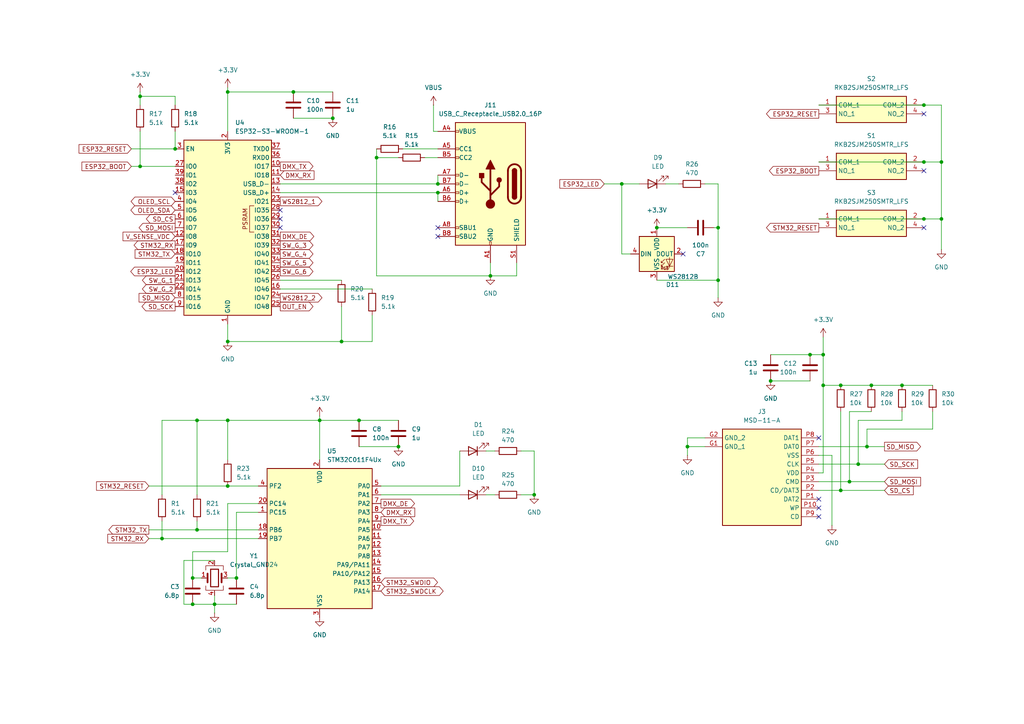
<source format=kicad_sch>
(kicad_sch
	(version 20250114)
	(generator "eeschema")
	(generator_version "9.0")
	(uuid "350c32ce-f352-4873-99e5-cf019b9b0c44")
	(paper "A4")
	(lib_symbols
		(symbol "Connector:USB_C_Receptacle_USB2.0_16P"
			(pin_names
				(offset 1.016)
			)
			(exclude_from_sim no)
			(in_bom yes)
			(on_board yes)
			(property "Reference" "J"
				(at 0 22.225 0)
				(effects
					(font
						(size 1.27 1.27)
					)
				)
			)
			(property "Value" "USB_C_Receptacle_USB2.0_16P"
				(at 0 19.685 0)
				(effects
					(font
						(size 1.27 1.27)
					)
				)
			)
			(property "Footprint" ""
				(at 3.81 0 0)
				(effects
					(font
						(size 1.27 1.27)
					)
					(hide yes)
				)
			)
			(property "Datasheet" "https://www.usb.org/sites/default/files/documents/usb_type-c.zip"
				(at 3.81 0 0)
				(effects
					(font
						(size 1.27 1.27)
					)
					(hide yes)
				)
			)
			(property "Description" "USB 2.0-only 16P Type-C Receptacle connector"
				(at 0 0 0)
				(effects
					(font
						(size 1.27 1.27)
					)
					(hide yes)
				)
			)
			(property "ki_keywords" "usb universal serial bus type-C USB2.0"
				(at 0 0 0)
				(effects
					(font
						(size 1.27 1.27)
					)
					(hide yes)
				)
			)
			(property "ki_fp_filters" "USB*C*Receptacle*"
				(at 0 0 0)
				(effects
					(font
						(size 1.27 1.27)
					)
					(hide yes)
				)
			)
			(symbol "USB_C_Receptacle_USB2.0_16P_0_0"
				(rectangle
					(start -0.254 -17.78)
					(end 0.254 -16.764)
					(stroke
						(width 0)
						(type default)
					)
					(fill
						(type none)
					)
				)
				(rectangle
					(start 10.16 15.494)
					(end 9.144 14.986)
					(stroke
						(width 0)
						(type default)
					)
					(fill
						(type none)
					)
				)
				(rectangle
					(start 10.16 10.414)
					(end 9.144 9.906)
					(stroke
						(width 0)
						(type default)
					)
					(fill
						(type none)
					)
				)
				(rectangle
					(start 10.16 7.874)
					(end 9.144 7.366)
					(stroke
						(width 0)
						(type default)
					)
					(fill
						(type none)
					)
				)
				(rectangle
					(start 10.16 2.794)
					(end 9.144 2.286)
					(stroke
						(width 0)
						(type default)
					)
					(fill
						(type none)
					)
				)
				(rectangle
					(start 10.16 0.254)
					(end 9.144 -0.254)
					(stroke
						(width 0)
						(type default)
					)
					(fill
						(type none)
					)
				)
				(rectangle
					(start 10.16 -2.286)
					(end 9.144 -2.794)
					(stroke
						(width 0)
						(type default)
					)
					(fill
						(type none)
					)
				)
				(rectangle
					(start 10.16 -4.826)
					(end 9.144 -5.334)
					(stroke
						(width 0)
						(type default)
					)
					(fill
						(type none)
					)
				)
				(rectangle
					(start 10.16 -12.446)
					(end 9.144 -12.954)
					(stroke
						(width 0)
						(type default)
					)
					(fill
						(type none)
					)
				)
				(rectangle
					(start 10.16 -14.986)
					(end 9.144 -15.494)
					(stroke
						(width 0)
						(type default)
					)
					(fill
						(type none)
					)
				)
			)
			(symbol "USB_C_Receptacle_USB2.0_16P_0_1"
				(rectangle
					(start -10.16 17.78)
					(end 10.16 -17.78)
					(stroke
						(width 0.254)
						(type default)
					)
					(fill
						(type background)
					)
				)
				(polyline
					(pts
						(xy -8.89 -3.81) (xy -8.89 3.81)
					)
					(stroke
						(width 0.508)
						(type default)
					)
					(fill
						(type none)
					)
				)
				(rectangle
					(start -7.62 -3.81)
					(end -6.35 3.81)
					(stroke
						(width 0.254)
						(type default)
					)
					(fill
						(type outline)
					)
				)
				(arc
					(start -7.62 3.81)
					(mid -6.985 4.4423)
					(end -6.35 3.81)
					(stroke
						(width 0.254)
						(type default)
					)
					(fill
						(type none)
					)
				)
				(arc
					(start -7.62 3.81)
					(mid -6.985 4.4423)
					(end -6.35 3.81)
					(stroke
						(width 0.254)
						(type default)
					)
					(fill
						(type outline)
					)
				)
				(arc
					(start -8.89 3.81)
					(mid -6.985 5.7067)
					(end -5.08 3.81)
					(stroke
						(width 0.508)
						(type default)
					)
					(fill
						(type none)
					)
				)
				(arc
					(start -5.08 -3.81)
					(mid -6.985 -5.7067)
					(end -8.89 -3.81)
					(stroke
						(width 0.508)
						(type default)
					)
					(fill
						(type none)
					)
				)
				(arc
					(start -6.35 -3.81)
					(mid -6.985 -4.4423)
					(end -7.62 -3.81)
					(stroke
						(width 0.254)
						(type default)
					)
					(fill
						(type none)
					)
				)
				(arc
					(start -6.35 -3.81)
					(mid -6.985 -4.4423)
					(end -7.62 -3.81)
					(stroke
						(width 0.254)
						(type default)
					)
					(fill
						(type outline)
					)
				)
				(polyline
					(pts
						(xy -5.08 3.81) (xy -5.08 -3.81)
					)
					(stroke
						(width 0.508)
						(type default)
					)
					(fill
						(type none)
					)
				)
				(circle
					(center -2.54 1.143)
					(radius 0.635)
					(stroke
						(width 0.254)
						(type default)
					)
					(fill
						(type outline)
					)
				)
				(polyline
					(pts
						(xy -1.27 4.318) (xy 0 6.858) (xy 1.27 4.318) (xy -1.27 4.318)
					)
					(stroke
						(width 0.254)
						(type default)
					)
					(fill
						(type outline)
					)
				)
				(polyline
					(pts
						(xy 0 -2.032) (xy 2.54 0.508) (xy 2.54 1.778)
					)
					(stroke
						(width 0.508)
						(type default)
					)
					(fill
						(type none)
					)
				)
				(polyline
					(pts
						(xy 0 -3.302) (xy -2.54 -0.762) (xy -2.54 0.508)
					)
					(stroke
						(width 0.508)
						(type default)
					)
					(fill
						(type none)
					)
				)
				(polyline
					(pts
						(xy 0 -5.842) (xy 0 4.318)
					)
					(stroke
						(width 0.508)
						(type default)
					)
					(fill
						(type none)
					)
				)
				(circle
					(center 0 -5.842)
					(radius 1.27)
					(stroke
						(width 0)
						(type default)
					)
					(fill
						(type outline)
					)
				)
				(rectangle
					(start 1.905 1.778)
					(end 3.175 3.048)
					(stroke
						(width 0.254)
						(type default)
					)
					(fill
						(type outline)
					)
				)
			)
			(symbol "USB_C_Receptacle_USB2.0_16P_1_1"
				(pin passive line
					(at -7.62 -22.86 90)
					(length 5.08)
					(name "SHIELD"
						(effects
							(font
								(size 1.27 1.27)
							)
						)
					)
					(number "S1"
						(effects
							(font
								(size 1.27 1.27)
							)
						)
					)
				)
				(pin passive line
					(at 0 -22.86 90)
					(length 5.08)
					(name "GND"
						(effects
							(font
								(size 1.27 1.27)
							)
						)
					)
					(number "A1"
						(effects
							(font
								(size 1.27 1.27)
							)
						)
					)
				)
				(pin passive line
					(at 0 -22.86 90)
					(length 5.08)
					(hide yes)
					(name "GND"
						(effects
							(font
								(size 1.27 1.27)
							)
						)
					)
					(number "A12"
						(effects
							(font
								(size 1.27 1.27)
							)
						)
					)
				)
				(pin passive line
					(at 0 -22.86 90)
					(length 5.08)
					(hide yes)
					(name "GND"
						(effects
							(font
								(size 1.27 1.27)
							)
						)
					)
					(number "B1"
						(effects
							(font
								(size 1.27 1.27)
							)
						)
					)
				)
				(pin passive line
					(at 0 -22.86 90)
					(length 5.08)
					(hide yes)
					(name "GND"
						(effects
							(font
								(size 1.27 1.27)
							)
						)
					)
					(number "B12"
						(effects
							(font
								(size 1.27 1.27)
							)
						)
					)
				)
				(pin passive line
					(at 15.24 15.24 180)
					(length 5.08)
					(name "VBUS"
						(effects
							(font
								(size 1.27 1.27)
							)
						)
					)
					(number "A4"
						(effects
							(font
								(size 1.27 1.27)
							)
						)
					)
				)
				(pin passive line
					(at 15.24 15.24 180)
					(length 5.08)
					(hide yes)
					(name "VBUS"
						(effects
							(font
								(size 1.27 1.27)
							)
						)
					)
					(number "A9"
						(effects
							(font
								(size 1.27 1.27)
							)
						)
					)
				)
				(pin passive line
					(at 15.24 15.24 180)
					(length 5.08)
					(hide yes)
					(name "VBUS"
						(effects
							(font
								(size 1.27 1.27)
							)
						)
					)
					(number "B4"
						(effects
							(font
								(size 1.27 1.27)
							)
						)
					)
				)
				(pin passive line
					(at 15.24 15.24 180)
					(length 5.08)
					(hide yes)
					(name "VBUS"
						(effects
							(font
								(size 1.27 1.27)
							)
						)
					)
					(number "B9"
						(effects
							(font
								(size 1.27 1.27)
							)
						)
					)
				)
				(pin bidirectional line
					(at 15.24 10.16 180)
					(length 5.08)
					(name "CC1"
						(effects
							(font
								(size 1.27 1.27)
							)
						)
					)
					(number "A5"
						(effects
							(font
								(size 1.27 1.27)
							)
						)
					)
				)
				(pin bidirectional line
					(at 15.24 7.62 180)
					(length 5.08)
					(name "CC2"
						(effects
							(font
								(size 1.27 1.27)
							)
						)
					)
					(number "B5"
						(effects
							(font
								(size 1.27 1.27)
							)
						)
					)
				)
				(pin bidirectional line
					(at 15.24 2.54 180)
					(length 5.08)
					(name "D-"
						(effects
							(font
								(size 1.27 1.27)
							)
						)
					)
					(number "A7"
						(effects
							(font
								(size 1.27 1.27)
							)
						)
					)
				)
				(pin bidirectional line
					(at 15.24 0 180)
					(length 5.08)
					(name "D-"
						(effects
							(font
								(size 1.27 1.27)
							)
						)
					)
					(number "B7"
						(effects
							(font
								(size 1.27 1.27)
							)
						)
					)
				)
				(pin bidirectional line
					(at 15.24 -2.54 180)
					(length 5.08)
					(name "D+"
						(effects
							(font
								(size 1.27 1.27)
							)
						)
					)
					(number "A6"
						(effects
							(font
								(size 1.27 1.27)
							)
						)
					)
				)
				(pin bidirectional line
					(at 15.24 -5.08 180)
					(length 5.08)
					(name "D+"
						(effects
							(font
								(size 1.27 1.27)
							)
						)
					)
					(number "B6"
						(effects
							(font
								(size 1.27 1.27)
							)
						)
					)
				)
				(pin bidirectional line
					(at 15.24 -12.7 180)
					(length 5.08)
					(name "SBU1"
						(effects
							(font
								(size 1.27 1.27)
							)
						)
					)
					(number "A8"
						(effects
							(font
								(size 1.27 1.27)
							)
						)
					)
				)
				(pin bidirectional line
					(at 15.24 -15.24 180)
					(length 5.08)
					(name "SBU2"
						(effects
							(font
								(size 1.27 1.27)
							)
						)
					)
					(number "B8"
						(effects
							(font
								(size 1.27 1.27)
							)
						)
					)
				)
			)
			(embedded_fonts no)
		)
		(symbol "Device:C"
			(pin_numbers
				(hide yes)
			)
			(pin_names
				(offset 0.254)
			)
			(exclude_from_sim no)
			(in_bom yes)
			(on_board yes)
			(property "Reference" "C"
				(at 0.635 2.54 0)
				(effects
					(font
						(size 1.27 1.27)
					)
					(justify left)
				)
			)
			(property "Value" "C"
				(at 0.635 -2.54 0)
				(effects
					(font
						(size 1.27 1.27)
					)
					(justify left)
				)
			)
			(property "Footprint" ""
				(at 0.9652 -3.81 0)
				(effects
					(font
						(size 1.27 1.27)
					)
					(hide yes)
				)
			)
			(property "Datasheet" "~"
				(at 0 0 0)
				(effects
					(font
						(size 1.27 1.27)
					)
					(hide yes)
				)
			)
			(property "Description" "Unpolarized capacitor"
				(at 0 0 0)
				(effects
					(font
						(size 1.27 1.27)
					)
					(hide yes)
				)
			)
			(property "ki_keywords" "cap capacitor"
				(at 0 0 0)
				(effects
					(font
						(size 1.27 1.27)
					)
					(hide yes)
				)
			)
			(property "ki_fp_filters" "C_*"
				(at 0 0 0)
				(effects
					(font
						(size 1.27 1.27)
					)
					(hide yes)
				)
			)
			(symbol "C_0_1"
				(polyline
					(pts
						(xy -2.032 0.762) (xy 2.032 0.762)
					)
					(stroke
						(width 0.508)
						(type default)
					)
					(fill
						(type none)
					)
				)
				(polyline
					(pts
						(xy -2.032 -0.762) (xy 2.032 -0.762)
					)
					(stroke
						(width 0.508)
						(type default)
					)
					(fill
						(type none)
					)
				)
			)
			(symbol "C_1_1"
				(pin passive line
					(at 0 3.81 270)
					(length 2.794)
					(name "~"
						(effects
							(font
								(size 1.27 1.27)
							)
						)
					)
					(number "1"
						(effects
							(font
								(size 1.27 1.27)
							)
						)
					)
				)
				(pin passive line
					(at 0 -3.81 90)
					(length 2.794)
					(name "~"
						(effects
							(font
								(size 1.27 1.27)
							)
						)
					)
					(number "2"
						(effects
							(font
								(size 1.27 1.27)
							)
						)
					)
				)
			)
			(embedded_fonts no)
		)
		(symbol "Device:Crystal_GND24"
			(pin_names
				(offset 1.016)
				(hide yes)
			)
			(exclude_from_sim no)
			(in_bom yes)
			(on_board yes)
			(property "Reference" "Y"
				(at 3.175 5.08 0)
				(effects
					(font
						(size 1.27 1.27)
					)
					(justify left)
				)
			)
			(property "Value" "Crystal_GND24"
				(at 3.175 3.175 0)
				(effects
					(font
						(size 1.27 1.27)
					)
					(justify left)
				)
			)
			(property "Footprint" ""
				(at 0 0 0)
				(effects
					(font
						(size 1.27 1.27)
					)
					(hide yes)
				)
			)
			(property "Datasheet" "~"
				(at 0 0 0)
				(effects
					(font
						(size 1.27 1.27)
					)
					(hide yes)
				)
			)
			(property "Description" "Four pin crystal, GND on pins 2 and 4"
				(at 0 0 0)
				(effects
					(font
						(size 1.27 1.27)
					)
					(hide yes)
				)
			)
			(property "ki_keywords" "quartz ceramic resonator oscillator"
				(at 0 0 0)
				(effects
					(font
						(size 1.27 1.27)
					)
					(hide yes)
				)
			)
			(property "ki_fp_filters" "Crystal*"
				(at 0 0 0)
				(effects
					(font
						(size 1.27 1.27)
					)
					(hide yes)
				)
			)
			(symbol "Crystal_GND24_0_1"
				(polyline
					(pts
						(xy -2.54 2.286) (xy -2.54 3.556) (xy 2.54 3.556) (xy 2.54 2.286)
					)
					(stroke
						(width 0)
						(type default)
					)
					(fill
						(type none)
					)
				)
				(polyline
					(pts
						(xy -2.54 0) (xy -2.032 0)
					)
					(stroke
						(width 0)
						(type default)
					)
					(fill
						(type none)
					)
				)
				(polyline
					(pts
						(xy -2.54 -2.286) (xy -2.54 -3.556) (xy 2.54 -3.556) (xy 2.54 -2.286)
					)
					(stroke
						(width 0)
						(type default)
					)
					(fill
						(type none)
					)
				)
				(polyline
					(pts
						(xy -2.032 -1.27) (xy -2.032 1.27)
					)
					(stroke
						(width 0.508)
						(type default)
					)
					(fill
						(type none)
					)
				)
				(rectangle
					(start -1.143 2.54)
					(end 1.143 -2.54)
					(stroke
						(width 0.3048)
						(type default)
					)
					(fill
						(type none)
					)
				)
				(polyline
					(pts
						(xy 0 3.556) (xy 0 3.81)
					)
					(stroke
						(width 0)
						(type default)
					)
					(fill
						(type none)
					)
				)
				(polyline
					(pts
						(xy 0 -3.81) (xy 0 -3.556)
					)
					(stroke
						(width 0)
						(type default)
					)
					(fill
						(type none)
					)
				)
				(polyline
					(pts
						(xy 2.032 0) (xy 2.54 0)
					)
					(stroke
						(width 0)
						(type default)
					)
					(fill
						(type none)
					)
				)
				(polyline
					(pts
						(xy 2.032 -1.27) (xy 2.032 1.27)
					)
					(stroke
						(width 0.508)
						(type default)
					)
					(fill
						(type none)
					)
				)
			)
			(symbol "Crystal_GND24_1_1"
				(pin passive line
					(at -3.81 0 0)
					(length 1.27)
					(name "1"
						(effects
							(font
								(size 1.27 1.27)
							)
						)
					)
					(number "1"
						(effects
							(font
								(size 1.27 1.27)
							)
						)
					)
				)
				(pin passive line
					(at 0 5.08 270)
					(length 1.27)
					(name "2"
						(effects
							(font
								(size 1.27 1.27)
							)
						)
					)
					(number "2"
						(effects
							(font
								(size 1.27 1.27)
							)
						)
					)
				)
				(pin passive line
					(at 0 -5.08 90)
					(length 1.27)
					(name "4"
						(effects
							(font
								(size 1.27 1.27)
							)
						)
					)
					(number "4"
						(effects
							(font
								(size 1.27 1.27)
							)
						)
					)
				)
				(pin passive line
					(at 3.81 0 180)
					(length 1.27)
					(name "3"
						(effects
							(font
								(size 1.27 1.27)
							)
						)
					)
					(number "3"
						(effects
							(font
								(size 1.27 1.27)
							)
						)
					)
				)
			)
			(embedded_fonts no)
		)
		(symbol "Device:LED"
			(pin_numbers
				(hide yes)
			)
			(pin_names
				(offset 1.016)
				(hide yes)
			)
			(exclude_from_sim no)
			(in_bom yes)
			(on_board yes)
			(property "Reference" "D"
				(at 0 2.54 0)
				(effects
					(font
						(size 1.27 1.27)
					)
				)
			)
			(property "Value" "LED"
				(at 0 -2.54 0)
				(effects
					(font
						(size 1.27 1.27)
					)
				)
			)
			(property "Footprint" ""
				(at 0 0 0)
				(effects
					(font
						(size 1.27 1.27)
					)
					(hide yes)
				)
			)
			(property "Datasheet" "~"
				(at 0 0 0)
				(effects
					(font
						(size 1.27 1.27)
					)
					(hide yes)
				)
			)
			(property "Description" "Light emitting diode"
				(at 0 0 0)
				(effects
					(font
						(size 1.27 1.27)
					)
					(hide yes)
				)
			)
			(property "Sim.Pins" "1=K 2=A"
				(at 0 0 0)
				(effects
					(font
						(size 1.27 1.27)
					)
					(hide yes)
				)
			)
			(property "ki_keywords" "LED diode"
				(at 0 0 0)
				(effects
					(font
						(size 1.27 1.27)
					)
					(hide yes)
				)
			)
			(property "ki_fp_filters" "LED* LED_SMD:* LED_THT:*"
				(at 0 0 0)
				(effects
					(font
						(size 1.27 1.27)
					)
					(hide yes)
				)
			)
			(symbol "LED_0_1"
				(polyline
					(pts
						(xy -3.048 -0.762) (xy -4.572 -2.286) (xy -3.81 -2.286) (xy -4.572 -2.286) (xy -4.572 -1.524)
					)
					(stroke
						(width 0)
						(type default)
					)
					(fill
						(type none)
					)
				)
				(polyline
					(pts
						(xy -1.778 -0.762) (xy -3.302 -2.286) (xy -2.54 -2.286) (xy -3.302 -2.286) (xy -3.302 -1.524)
					)
					(stroke
						(width 0)
						(type default)
					)
					(fill
						(type none)
					)
				)
				(polyline
					(pts
						(xy -1.27 0) (xy 1.27 0)
					)
					(stroke
						(width 0)
						(type default)
					)
					(fill
						(type none)
					)
				)
				(polyline
					(pts
						(xy -1.27 -1.27) (xy -1.27 1.27)
					)
					(stroke
						(width 0.254)
						(type default)
					)
					(fill
						(type none)
					)
				)
				(polyline
					(pts
						(xy 1.27 -1.27) (xy 1.27 1.27) (xy -1.27 0) (xy 1.27 -1.27)
					)
					(stroke
						(width 0.254)
						(type default)
					)
					(fill
						(type none)
					)
				)
			)
			(symbol "LED_1_1"
				(pin passive line
					(at -3.81 0 0)
					(length 2.54)
					(name "K"
						(effects
							(font
								(size 1.27 1.27)
							)
						)
					)
					(number "1"
						(effects
							(font
								(size 1.27 1.27)
							)
						)
					)
				)
				(pin passive line
					(at 3.81 0 180)
					(length 2.54)
					(name "A"
						(effects
							(font
								(size 1.27 1.27)
							)
						)
					)
					(number "2"
						(effects
							(font
								(size 1.27 1.27)
							)
						)
					)
				)
			)
			(embedded_fonts no)
		)
		(symbol "Device:R"
			(pin_numbers
				(hide yes)
			)
			(pin_names
				(offset 0)
			)
			(exclude_from_sim no)
			(in_bom yes)
			(on_board yes)
			(property "Reference" "R"
				(at 2.032 0 90)
				(effects
					(font
						(size 1.27 1.27)
					)
				)
			)
			(property "Value" "R"
				(at 0 0 90)
				(effects
					(font
						(size 1.27 1.27)
					)
				)
			)
			(property "Footprint" ""
				(at -1.778 0 90)
				(effects
					(font
						(size 1.27 1.27)
					)
					(hide yes)
				)
			)
			(property "Datasheet" "~"
				(at 0 0 0)
				(effects
					(font
						(size 1.27 1.27)
					)
					(hide yes)
				)
			)
			(property "Description" "Resistor"
				(at 0 0 0)
				(effects
					(font
						(size 1.27 1.27)
					)
					(hide yes)
				)
			)
			(property "ki_keywords" "R res resistor"
				(at 0 0 0)
				(effects
					(font
						(size 1.27 1.27)
					)
					(hide yes)
				)
			)
			(property "ki_fp_filters" "R_*"
				(at 0 0 0)
				(effects
					(font
						(size 1.27 1.27)
					)
					(hide yes)
				)
			)
			(symbol "R_0_1"
				(rectangle
					(start -1.016 -2.54)
					(end 1.016 2.54)
					(stroke
						(width 0.254)
						(type default)
					)
					(fill
						(type none)
					)
				)
			)
			(symbol "R_1_1"
				(pin passive line
					(at 0 3.81 270)
					(length 1.27)
					(name "~"
						(effects
							(font
								(size 1.27 1.27)
							)
						)
					)
					(number "1"
						(effects
							(font
								(size 1.27 1.27)
							)
						)
					)
				)
				(pin passive line
					(at 0 -3.81 90)
					(length 1.27)
					(name "~"
						(effects
							(font
								(size 1.27 1.27)
							)
						)
					)
					(number "2"
						(effects
							(font
								(size 1.27 1.27)
							)
						)
					)
				)
			)
			(embedded_fonts no)
		)
		(symbol "LED:WS2812B"
			(pin_names
				(offset 0.254)
			)
			(exclude_from_sim no)
			(in_bom yes)
			(on_board yes)
			(property "Reference" "D"
				(at 5.08 5.715 0)
				(effects
					(font
						(size 1.27 1.27)
					)
					(justify right bottom)
				)
			)
			(property "Value" "WS2812B"
				(at 1.27 -5.715 0)
				(effects
					(font
						(size 1.27 1.27)
					)
					(justify left top)
				)
			)
			(property "Footprint" "LED_SMD:LED_WS2812B_PLCC4_5.0x5.0mm_P3.2mm"
				(at 1.27 -7.62 0)
				(effects
					(font
						(size 1.27 1.27)
					)
					(justify left top)
					(hide yes)
				)
			)
			(property "Datasheet" "https://cdn-shop.adafruit.com/datasheets/WS2812B.pdf"
				(at 2.54 -9.525 0)
				(effects
					(font
						(size 1.27 1.27)
					)
					(justify left top)
					(hide yes)
				)
			)
			(property "Description" "RGB LED with integrated controller"
				(at 0 0 0)
				(effects
					(font
						(size 1.27 1.27)
					)
					(hide yes)
				)
			)
			(property "ki_keywords" "RGB LED NeoPixel addressable"
				(at 0 0 0)
				(effects
					(font
						(size 1.27 1.27)
					)
					(hide yes)
				)
			)
			(property "ki_fp_filters" "LED*WS2812*PLCC*5.0x5.0mm*P3.2mm*"
				(at 0 0 0)
				(effects
					(font
						(size 1.27 1.27)
					)
					(hide yes)
				)
			)
			(symbol "WS2812B_0_0"
				(text "RGB"
					(at 2.286 -4.191 0)
					(effects
						(font
							(size 0.762 0.762)
						)
					)
				)
			)
			(symbol "WS2812B_0_1"
				(polyline
					(pts
						(xy 1.27 -2.54) (xy 1.778 -2.54)
					)
					(stroke
						(width 0)
						(type default)
					)
					(fill
						(type none)
					)
				)
				(polyline
					(pts
						(xy 1.27 -3.556) (xy 1.778 -3.556)
					)
					(stroke
						(width 0)
						(type default)
					)
					(fill
						(type none)
					)
				)
				(polyline
					(pts
						(xy 2.286 -1.524) (xy 1.27 -2.54) (xy 1.27 -2.032)
					)
					(stroke
						(width 0)
						(type default)
					)
					(fill
						(type none)
					)
				)
				(polyline
					(pts
						(xy 2.286 -2.54) (xy 1.27 -3.556) (xy 1.27 -3.048)
					)
					(stroke
						(width 0)
						(type default)
					)
					(fill
						(type none)
					)
				)
				(polyline
					(pts
						(xy 3.683 -1.016) (xy 3.683 -3.556) (xy 3.683 -4.064)
					)
					(stroke
						(width 0)
						(type default)
					)
					(fill
						(type none)
					)
				)
				(polyline
					(pts
						(xy 4.699 -1.524) (xy 2.667 -1.524) (xy 3.683 -3.556) (xy 4.699 -1.524)
					)
					(stroke
						(width 0)
						(type default)
					)
					(fill
						(type none)
					)
				)
				(polyline
					(pts
						(xy 4.699 -3.556) (xy 2.667 -3.556)
					)
					(stroke
						(width 0)
						(type default)
					)
					(fill
						(type none)
					)
				)
				(rectangle
					(start 5.08 5.08)
					(end -5.08 -5.08)
					(stroke
						(width 0.254)
						(type default)
					)
					(fill
						(type background)
					)
				)
			)
			(symbol "WS2812B_1_1"
				(pin input line
					(at -7.62 0 0)
					(length 2.54)
					(name "DIN"
						(effects
							(font
								(size 1.27 1.27)
							)
						)
					)
					(number "4"
						(effects
							(font
								(size 1.27 1.27)
							)
						)
					)
				)
				(pin power_in line
					(at 0 7.62 270)
					(length 2.54)
					(name "VDD"
						(effects
							(font
								(size 1.27 1.27)
							)
						)
					)
					(number "1"
						(effects
							(font
								(size 1.27 1.27)
							)
						)
					)
				)
				(pin power_in line
					(at 0 -7.62 90)
					(length 2.54)
					(name "VSS"
						(effects
							(font
								(size 1.27 1.27)
							)
						)
					)
					(number "3"
						(effects
							(font
								(size 1.27 1.27)
							)
						)
					)
				)
				(pin output line
					(at 7.62 0 180)
					(length 2.54)
					(name "DOUT"
						(effects
							(font
								(size 1.27 1.27)
							)
						)
					)
					(number "2"
						(effects
							(font
								(size 1.27 1.27)
							)
						)
					)
				)
			)
			(embedded_fonts no)
		)
		(symbol "MCU_ST_STM32C0:STM32C011F4Ux"
			(exclude_from_sim no)
			(in_bom yes)
			(on_board yes)
			(property "Reference" "U"
				(at -15.24 21.59 0)
				(effects
					(font
						(size 1.27 1.27)
					)
					(justify left)
				)
			)
			(property "Value" "STM32C011F4Ux"
				(at 2.54 21.59 0)
				(effects
					(font
						(size 1.27 1.27)
					)
					(justify left)
				)
			)
			(property "Footprint" "Package_DFN_QFN:ST_UFQFPN-20_3x3mm_P0.5mm"
				(at -15.24 -20.32 0)
				(effects
					(font
						(size 1.27 1.27)
					)
					(justify right)
					(hide yes)
				)
			)
			(property "Datasheet" "https://www.st.com/resource/en/datasheet/stm32c011f4.pdf"
				(at 0 0 0)
				(effects
					(font
						(size 1.27 1.27)
					)
					(hide yes)
				)
			)
			(property "Description" "STMicroelectronics Arm Cortex-M0+ MCU, 16KB flash, 6KB RAM, 48 MHz, 2.0-3.6V, 18 GPIO, UFQFPN20"
				(at 0 0 0)
				(effects
					(font
						(size 1.27 1.27)
					)
					(hide yes)
				)
			)
			(property "ki_keywords" "Arm Cortex-M0+ STM32C0 STM32C0x1"
				(at 0 0 0)
				(effects
					(font
						(size 1.27 1.27)
					)
					(hide yes)
				)
			)
			(property "ki_fp_filters" "ST*UFQFPN*3x3mm*P0.5mm*"
				(at 0 0 0)
				(effects
					(font
						(size 1.27 1.27)
					)
					(hide yes)
				)
			)
			(symbol "STM32C011F4Ux_0_1"
				(rectangle
					(start -15.24 -20.32)
					(end 15.24 20.32)
					(stroke
						(width 0.254)
						(type default)
					)
					(fill
						(type background)
					)
				)
			)
			(symbol "STM32C011F4Ux_1_1"
				(pin bidirectional line
					(at -17.78 15.24 0)
					(length 2.54)
					(name "PF2"
						(effects
							(font
								(size 1.27 1.27)
							)
						)
					)
					(number "4"
						(effects
							(font
								(size 1.27 1.27)
							)
						)
					)
					(alternate "RCC_MCO" bidirectional line)
					(alternate "TIM1_CH4" bidirectional line)
				)
				(pin bidirectional line
					(at -17.78 10.16 0)
					(length 2.54)
					(name "PC14"
						(effects
							(font
								(size 1.27 1.27)
							)
						)
					)
					(number "20"
						(effects
							(font
								(size 1.27 1.27)
							)
						)
					)
					(alternate "I2C1_SDA" bidirectional line)
					(alternate "IR_OUT" bidirectional line)
					(alternate "RCC_OSCX_IN" bidirectional line)
					(alternate "TIM17_CH1" bidirectional line)
					(alternate "TIM1_BKIN2" bidirectional line)
					(alternate "TIM1_ETR" bidirectional line)
					(alternate "TIM3_CH2" bidirectional line)
					(alternate "USART1_TX" bidirectional line)
					(alternate "USART2_CK" bidirectional line)
					(alternate "USART2_DE" bidirectional line)
					(alternate "USART2_RTS" bidirectional line)
				)
				(pin bidirectional line
					(at -17.78 7.62 0)
					(length 2.54)
					(name "PC15"
						(effects
							(font
								(size 1.27 1.27)
							)
						)
					)
					(number "1"
						(effects
							(font
								(size 1.27 1.27)
							)
						)
					)
					(alternate "RCC_OSC32_EN" bidirectional line)
					(alternate "RCC_OSCX_OUT" bidirectional line)
					(alternate "RCC_OSC_EN" bidirectional line)
					(alternate "TIM1_ETR" bidirectional line)
					(alternate "TIM3_CH3" bidirectional line)
				)
				(pin bidirectional line
					(at -17.78 2.54 0)
					(length 2.54)
					(name "PB6"
						(effects
							(font
								(size 1.27 1.27)
							)
						)
					)
					(number "18"
						(effects
							(font
								(size 1.27 1.27)
							)
						)
					)
					(alternate "I2C1_SCL" bidirectional line)
					(alternate "I2C1_SMBA" bidirectional line)
					(alternate "I2S1_CK" bidirectional line)
					(alternate "I2S1_MCK" bidirectional line)
					(alternate "I2S1_SD" bidirectional line)
					(alternate "PWR_WKUP3" bidirectional line)
					(alternate "SPI1_MISO" bidirectional line)
					(alternate "SPI1_MOSI" bidirectional line)
					(alternate "SPI1_SCK" bidirectional line)
					(alternate "TIM16_BKIN" bidirectional line)
					(alternate "TIM16_CH1N" bidirectional line)
					(alternate "TIM17_BKIN" bidirectional line)
					(alternate "TIM1_CH2" bidirectional line)
					(alternate "TIM1_CH3" bidirectional line)
					(alternate "TIM3_CH1" bidirectional line)
					(alternate "TIM3_CH2" bidirectional line)
					(alternate "TIM3_CH3" bidirectional line)
					(alternate "USART1_CK" bidirectional line)
					(alternate "USART1_CTS" bidirectional line)
					(alternate "USART1_DE" bidirectional line)
					(alternate "USART1_NSS" bidirectional line)
					(alternate "USART1_RTS" bidirectional line)
					(alternate "USART1_TX" bidirectional line)
				)
				(pin bidirectional line
					(at -17.78 0 0)
					(length 2.54)
					(name "PB7"
						(effects
							(font
								(size 1.27 1.27)
							)
						)
					)
					(number "19"
						(effects
							(font
								(size 1.27 1.27)
							)
						)
					)
					(alternate "I2C1_SCL" bidirectional line)
					(alternate "I2C1_SDA" bidirectional line)
					(alternate "RTC_REFIN" bidirectional line)
					(alternate "TIM16_CH1" bidirectional line)
					(alternate "TIM17_CH1N" bidirectional line)
					(alternate "TIM1_CH4" bidirectional line)
					(alternate "TIM3_CH1" bidirectional line)
					(alternate "TIM3_CH4" bidirectional line)
					(alternate "USART1_RX" bidirectional line)
					(alternate "USART2_CTS" bidirectional line)
					(alternate "USART2_NSS" bidirectional line)
				)
				(pin power_in line
					(at 0 22.86 270)
					(length 2.54)
					(name "VDD"
						(effects
							(font
								(size 1.27 1.27)
							)
						)
					)
					(number "2"
						(effects
							(font
								(size 1.27 1.27)
							)
						)
					)
				)
				(pin power_in line
					(at 0 -22.86 90)
					(length 2.54)
					(name "VSS"
						(effects
							(font
								(size 1.27 1.27)
							)
						)
					)
					(number "3"
						(effects
							(font
								(size 1.27 1.27)
							)
						)
					)
				)
				(pin bidirectional line
					(at 17.78 15.24 180)
					(length 2.54)
					(name "PA0"
						(effects
							(font
								(size 1.27 1.27)
							)
						)
					)
					(number "5"
						(effects
							(font
								(size 1.27 1.27)
							)
						)
					)
					(alternate "ADC1_IN0" bidirectional line)
					(alternate "PWR_WKUP1" bidirectional line)
					(alternate "TIM16_CH1" bidirectional line)
					(alternate "TIM1_CH1" bidirectional line)
					(alternate "USART1_TX" bidirectional line)
					(alternate "USART2_CTS" bidirectional line)
					(alternate "USART2_NSS" bidirectional line)
				)
				(pin bidirectional line
					(at 17.78 12.7 180)
					(length 2.54)
					(name "PA1"
						(effects
							(font
								(size 1.27 1.27)
							)
						)
					)
					(number "6"
						(effects
							(font
								(size 1.27 1.27)
							)
						)
					)
					(alternate "ADC1_IN1" bidirectional line)
					(alternate "I2C1_SMBA" bidirectional line)
					(alternate "I2S1_CK" bidirectional line)
					(alternate "SPI1_SCK" bidirectional line)
					(alternate "TIM17_CH1" bidirectional line)
					(alternate "TIM1_CH2" bidirectional line)
					(alternate "USART1_RX" bidirectional line)
					(alternate "USART2_CK" bidirectional line)
					(alternate "USART2_DE" bidirectional line)
					(alternate "USART2_RTS" bidirectional line)
				)
				(pin bidirectional line
					(at 17.78 10.16 180)
					(length 2.54)
					(name "PA2"
						(effects
							(font
								(size 1.27 1.27)
							)
						)
					)
					(number "7"
						(effects
							(font
								(size 1.27 1.27)
							)
						)
					)
					(alternate "ADC1_IN2" bidirectional line)
					(alternate "I2S1_SD" bidirectional line)
					(alternate "PWR_WKUP4" bidirectional line)
					(alternate "RCC_LSCO" bidirectional line)
					(alternate "SPI1_MOSI" bidirectional line)
					(alternate "TIM16_CH1N" bidirectional line)
					(alternate "TIM1_CH3" bidirectional line)
					(alternate "TIM3_ETR" bidirectional line)
					(alternate "USART2_TX" bidirectional line)
				)
				(pin bidirectional line
					(at 17.78 7.62 180)
					(length 2.54)
					(name "PA3"
						(effects
							(font
								(size 1.27 1.27)
							)
						)
					)
					(number "8"
						(effects
							(font
								(size 1.27 1.27)
							)
						)
					)
					(alternate "ADC1_IN3" bidirectional line)
					(alternate "TIM1_CH1N" bidirectional line)
					(alternate "TIM1_CH4" bidirectional line)
					(alternate "USART2_RX" bidirectional line)
				)
				(pin bidirectional line
					(at 17.78 5.08 180)
					(length 2.54)
					(name "PA4"
						(effects
							(font
								(size 1.27 1.27)
							)
						)
					)
					(number "9"
						(effects
							(font
								(size 1.27 1.27)
							)
						)
					)
					(alternate "ADC1_IN4" bidirectional line)
					(alternate "I2S1_WS" bidirectional line)
					(alternate "PWR_WKUP2" bidirectional line)
					(alternate "RTC_OUT1" bidirectional line)
					(alternate "RTC_TS" bidirectional line)
					(alternate "SPI1_NSS" bidirectional line)
					(alternate "TIM14_CH1" bidirectional line)
					(alternate "TIM17_CH1N" bidirectional line)
					(alternate "TIM1_CH2N" bidirectional line)
					(alternate "USART2_TX" bidirectional line)
				)
				(pin bidirectional line
					(at 17.78 2.54 180)
					(length 2.54)
					(name "PA5"
						(effects
							(font
								(size 1.27 1.27)
							)
						)
					)
					(number "10"
						(effects
							(font
								(size 1.27 1.27)
							)
						)
					)
					(alternate "ADC1_IN5" bidirectional line)
					(alternate "I2S1_CK" bidirectional line)
					(alternate "SPI1_SCK" bidirectional line)
					(alternate "TIM1_CH1" bidirectional line)
					(alternate "TIM1_CH3N" bidirectional line)
					(alternate "USART2_RX" bidirectional line)
				)
				(pin bidirectional line
					(at 17.78 0 180)
					(length 2.54)
					(name "PA6"
						(effects
							(font
								(size 1.27 1.27)
							)
						)
					)
					(number "11"
						(effects
							(font
								(size 1.27 1.27)
							)
						)
					)
					(alternate "ADC1_IN6" bidirectional line)
					(alternate "I2S1_MCK" bidirectional line)
					(alternate "SPI1_MISO" bidirectional line)
					(alternate "TIM16_CH1" bidirectional line)
					(alternate "TIM1_BKIN" bidirectional line)
					(alternate "TIM3_CH1" bidirectional line)
				)
				(pin bidirectional line
					(at 17.78 -2.54 180)
					(length 2.54)
					(name "PA7"
						(effects
							(font
								(size 1.27 1.27)
							)
						)
					)
					(number "12"
						(effects
							(font
								(size 1.27 1.27)
							)
						)
					)
					(alternate "ADC1_IN7" bidirectional line)
					(alternate "I2S1_SD" bidirectional line)
					(alternate "SPI1_MOSI" bidirectional line)
					(alternate "TIM14_CH1" bidirectional line)
					(alternate "TIM17_CH1" bidirectional line)
					(alternate "TIM1_CH1N" bidirectional line)
					(alternate "TIM3_CH2" bidirectional line)
				)
				(pin bidirectional line
					(at 17.78 -5.08 180)
					(length 2.54)
					(name "PA8"
						(effects
							(font
								(size 1.27 1.27)
							)
						)
					)
					(number "13"
						(effects
							(font
								(size 1.27 1.27)
							)
						)
					)
					(alternate "ADC1_IN8" bidirectional line)
					(alternate "I2S1_WS" bidirectional line)
					(alternate "RCC_MCO" bidirectional line)
					(alternate "RCC_MCO_2" bidirectional line)
					(alternate "SPI1_NSS" bidirectional line)
					(alternate "TIM14_CH1" bidirectional line)
					(alternate "TIM1_CH1" bidirectional line)
					(alternate "TIM1_CH2N" bidirectional line)
					(alternate "TIM1_CH3N" bidirectional line)
					(alternate "TIM3_CH3" bidirectional line)
					(alternate "TIM3_CH4" bidirectional line)
					(alternate "USART1_RX" bidirectional line)
					(alternate "USART2_TX" bidirectional line)
				)
				(pin bidirectional line
					(at 17.78 -7.62 180)
					(length 2.54)
					(name "PA9/PA11"
						(effects
							(font
								(size 1.27 1.27)
							)
						)
					)
					(number "14"
						(effects
							(font
								(size 1.27 1.27)
							)
						)
					)
					(alternate "ADC1_EXTI11 (PA11)" bidirectional line)
					(alternate "ADC1_IN11 (PA11)" bidirectional line)
					(alternate "I2C1_SCL (PA9)" bidirectional line)
					(alternate "I2S1_MCK (PA11)" bidirectional line)
					(alternate "PA11" bidirectional line)
					(alternate "PA9" bidirectional line)
					(alternate "RCC_MCO (PA9)" bidirectional line)
					(alternate "SPI1_MISO (PA11)" bidirectional line)
					(alternate "TIM1_BKIN2 (PA11)" bidirectional line)
					(alternate "TIM1_CH2 (PA9)" bidirectional line)
					(alternate "TIM1_CH4 (PA11)" bidirectional line)
					(alternate "TIM3_ETR (PA9)" bidirectional line)
					(alternate "USART1_CTS (PA11)" bidirectional line)
					(alternate "USART1_NSS (PA11)" bidirectional line)
					(alternate "USART1_TX (PA9)" bidirectional line)
				)
				(pin bidirectional line
					(at 17.78 -10.16 180)
					(length 2.54)
					(name "PA10/PA12"
						(effects
							(font
								(size 1.27 1.27)
							)
						)
					)
					(number "15"
						(effects
							(font
								(size 1.27 1.27)
							)
						)
					)
					(alternate "ADC1_IN12 (PA12)" bidirectional line)
					(alternate "I2C1_SDA (PA10)" bidirectional line)
					(alternate "I2S1_SD (PA12)" bidirectional line)
					(alternate "I2S_CKIN (PA12)" bidirectional line)
					(alternate "PA10" bidirectional line)
					(alternate "PA12" bidirectional line)
					(alternate "RCC_MCO_2 (PA10)" bidirectional line)
					(alternate "SPI1_MOSI (PA12)" bidirectional line)
					(alternate "TIM17_BKIN (PA10)" bidirectional line)
					(alternate "TIM1_CH3 (PA10)" bidirectional line)
					(alternate "TIM1_ETR (PA12)" bidirectional line)
					(alternate "USART1_CK (PA12)" bidirectional line)
					(alternate "USART1_DE (PA12)" bidirectional line)
					(alternate "USART1_RTS (PA12)" bidirectional line)
					(alternate "USART1_RX (PA10)" bidirectional line)
				)
				(pin bidirectional line
					(at 17.78 -12.7 180)
					(length 2.54)
					(name "PA13"
						(effects
							(font
								(size 1.27 1.27)
							)
						)
					)
					(number "16"
						(effects
							(font
								(size 1.27 1.27)
							)
						)
					)
					(alternate "ADC1_IN13" bidirectional line)
					(alternate "DEBUG_SWDIO" bidirectional line)
					(alternate "IR_OUT" bidirectional line)
					(alternate "TIM3_ETR" bidirectional line)
					(alternate "USART2_RX" bidirectional line)
				)
				(pin bidirectional line
					(at 17.78 -15.24 180)
					(length 2.54)
					(name "PA14"
						(effects
							(font
								(size 1.27 1.27)
							)
						)
					)
					(number "17"
						(effects
							(font
								(size 1.27 1.27)
							)
						)
					)
					(alternate "ADC1_IN14" bidirectional line)
					(alternate "DEBUG_SWCLK" bidirectional line)
					(alternate "I2S1_WS" bidirectional line)
					(alternate "RCC_MCO_2" bidirectional line)
					(alternate "SPI1_NSS" bidirectional line)
					(alternate "TIM1_CH1" bidirectional line)
					(alternate "USART1_CK" bidirectional line)
					(alternate "USART1_DE" bidirectional line)
					(alternate "USART1_RTS" bidirectional line)
					(alternate "USART2_RX" bidirectional line)
					(alternate "USART2_TX" bidirectional line)
				)
			)
			(embedded_fonts no)
		)
		(symbol "RF_Module:ESP32-S3-WROOM-1"
			(exclude_from_sim no)
			(in_bom yes)
			(on_board yes)
			(property "Reference" "U"
				(at -12.7 26.67 0)
				(effects
					(font
						(size 1.27 1.27)
					)
				)
			)
			(property "Value" "ESP32-S3-WROOM-1"
				(at 12.7 26.67 0)
				(effects
					(font
						(size 1.27 1.27)
					)
				)
			)
			(property "Footprint" "RF_Module:ESP32-S3-WROOM-1"
				(at 0 2.54 0)
				(effects
					(font
						(size 1.27 1.27)
					)
					(hide yes)
				)
			)
			(property "Datasheet" "https://www.espressif.com/sites/default/files/documentation/esp32-s3-wroom-1_wroom-1u_datasheet_en.pdf"
				(at 0 0 0)
				(effects
					(font
						(size 1.27 1.27)
					)
					(hide yes)
				)
			)
			(property "Description" "RF Module, ESP32-S3 SoC, Wi-Fi 802.11b/g/n, Bluetooth, BLE, 32-bit, 3.3V, onboard antenna, SMD"
				(at 0 0 0)
				(effects
					(font
						(size 1.27 1.27)
					)
					(hide yes)
				)
			)
			(property "ki_keywords" "RF Radio BT ESP ESP32-S3 Espressif onboard PCB antenna"
				(at 0 0 0)
				(effects
					(font
						(size 1.27 1.27)
					)
					(hide yes)
				)
			)
			(property "ki_fp_filters" "ESP32?S3?WROOM?1*"
				(at 0 0 0)
				(effects
					(font
						(size 1.27 1.27)
					)
					(hide yes)
				)
			)
			(symbol "ESP32-S3-WROOM-1_0_0"
				(rectangle
					(start -12.7 25.4)
					(end 12.7 -25.4)
					(stroke
						(width 0.254)
						(type default)
					)
					(fill
						(type background)
					)
				)
				(text "PSRAM"
					(at 5.08 2.54 900)
					(effects
						(font
							(size 1.27 1.27)
						)
					)
				)
			)
			(symbol "ESP32-S3-WROOM-1_0_1"
				(polyline
					(pts
						(xy 7.62 -1.27) (xy 6.35 -1.27) (xy 6.35 6.35) (xy 7.62 6.35)
					)
					(stroke
						(width 0)
						(type default)
					)
					(fill
						(type none)
					)
				)
			)
			(symbol "ESP32-S3-WROOM-1_1_1"
				(pin input line
					(at -15.24 22.86 0)
					(length 2.54)
					(name "EN"
						(effects
							(font
								(size 1.27 1.27)
							)
						)
					)
					(number "3"
						(effects
							(font
								(size 1.27 1.27)
							)
						)
					)
				)
				(pin bidirectional line
					(at -15.24 17.78 0)
					(length 2.54)
					(name "IO0"
						(effects
							(font
								(size 1.27 1.27)
							)
						)
					)
					(number "27"
						(effects
							(font
								(size 1.27 1.27)
							)
						)
					)
				)
				(pin bidirectional line
					(at -15.24 15.24 0)
					(length 2.54)
					(name "IO1"
						(effects
							(font
								(size 1.27 1.27)
							)
						)
					)
					(number "39"
						(effects
							(font
								(size 1.27 1.27)
							)
						)
					)
				)
				(pin bidirectional line
					(at -15.24 12.7 0)
					(length 2.54)
					(name "IO2"
						(effects
							(font
								(size 1.27 1.27)
							)
						)
					)
					(number "38"
						(effects
							(font
								(size 1.27 1.27)
							)
						)
					)
				)
				(pin bidirectional line
					(at -15.24 10.16 0)
					(length 2.54)
					(name "IO3"
						(effects
							(font
								(size 1.27 1.27)
							)
						)
					)
					(number "15"
						(effects
							(font
								(size 1.27 1.27)
							)
						)
					)
				)
				(pin bidirectional line
					(at -15.24 7.62 0)
					(length 2.54)
					(name "IO4"
						(effects
							(font
								(size 1.27 1.27)
							)
						)
					)
					(number "4"
						(effects
							(font
								(size 1.27 1.27)
							)
						)
					)
				)
				(pin bidirectional line
					(at -15.24 5.08 0)
					(length 2.54)
					(name "IO5"
						(effects
							(font
								(size 1.27 1.27)
							)
						)
					)
					(number "5"
						(effects
							(font
								(size 1.27 1.27)
							)
						)
					)
				)
				(pin bidirectional line
					(at -15.24 2.54 0)
					(length 2.54)
					(name "IO6"
						(effects
							(font
								(size 1.27 1.27)
							)
						)
					)
					(number "6"
						(effects
							(font
								(size 1.27 1.27)
							)
						)
					)
				)
				(pin bidirectional line
					(at -15.24 0 0)
					(length 2.54)
					(name "IO7"
						(effects
							(font
								(size 1.27 1.27)
							)
						)
					)
					(number "7"
						(effects
							(font
								(size 1.27 1.27)
							)
						)
					)
				)
				(pin bidirectional line
					(at -15.24 -2.54 0)
					(length 2.54)
					(name "IO8"
						(effects
							(font
								(size 1.27 1.27)
							)
						)
					)
					(number "12"
						(effects
							(font
								(size 1.27 1.27)
							)
						)
					)
				)
				(pin bidirectional line
					(at -15.24 -5.08 0)
					(length 2.54)
					(name "IO9"
						(effects
							(font
								(size 1.27 1.27)
							)
						)
					)
					(number "17"
						(effects
							(font
								(size 1.27 1.27)
							)
						)
					)
				)
				(pin bidirectional line
					(at -15.24 -7.62 0)
					(length 2.54)
					(name "IO10"
						(effects
							(font
								(size 1.27 1.27)
							)
						)
					)
					(number "18"
						(effects
							(font
								(size 1.27 1.27)
							)
						)
					)
				)
				(pin bidirectional line
					(at -15.24 -10.16 0)
					(length 2.54)
					(name "IO11"
						(effects
							(font
								(size 1.27 1.27)
							)
						)
					)
					(number "19"
						(effects
							(font
								(size 1.27 1.27)
							)
						)
					)
				)
				(pin bidirectional line
					(at -15.24 -12.7 0)
					(length 2.54)
					(name "IO12"
						(effects
							(font
								(size 1.27 1.27)
							)
						)
					)
					(number "20"
						(effects
							(font
								(size 1.27 1.27)
							)
						)
					)
				)
				(pin bidirectional line
					(at -15.24 -15.24 0)
					(length 2.54)
					(name "IO13"
						(effects
							(font
								(size 1.27 1.27)
							)
						)
					)
					(number "21"
						(effects
							(font
								(size 1.27 1.27)
							)
						)
					)
				)
				(pin bidirectional line
					(at -15.24 -17.78 0)
					(length 2.54)
					(name "IO14"
						(effects
							(font
								(size 1.27 1.27)
							)
						)
					)
					(number "22"
						(effects
							(font
								(size 1.27 1.27)
							)
						)
					)
				)
				(pin bidirectional line
					(at -15.24 -20.32 0)
					(length 2.54)
					(name "IO15"
						(effects
							(font
								(size 1.27 1.27)
							)
						)
					)
					(number "8"
						(effects
							(font
								(size 1.27 1.27)
							)
						)
					)
				)
				(pin bidirectional line
					(at -15.24 -22.86 0)
					(length 2.54)
					(name "IO16"
						(effects
							(font
								(size 1.27 1.27)
							)
						)
					)
					(number "9"
						(effects
							(font
								(size 1.27 1.27)
							)
						)
					)
				)
				(pin power_in line
					(at 0 27.94 270)
					(length 2.54)
					(name "3V3"
						(effects
							(font
								(size 1.27 1.27)
							)
						)
					)
					(number "2"
						(effects
							(font
								(size 1.27 1.27)
							)
						)
					)
				)
				(pin power_in line
					(at 0 -27.94 90)
					(length 2.54)
					(name "GND"
						(effects
							(font
								(size 1.27 1.27)
							)
						)
					)
					(number "1"
						(effects
							(font
								(size 1.27 1.27)
							)
						)
					)
				)
				(pin passive line
					(at 0 -27.94 90)
					(length 2.54)
					(hide yes)
					(name "GND"
						(effects
							(font
								(size 1.27 1.27)
							)
						)
					)
					(number "40"
						(effects
							(font
								(size 1.27 1.27)
							)
						)
					)
				)
				(pin passive line
					(at 0 -27.94 90)
					(length 2.54)
					(hide yes)
					(name "GND"
						(effects
							(font
								(size 1.27 1.27)
							)
						)
					)
					(number "41"
						(effects
							(font
								(size 1.27 1.27)
							)
						)
					)
				)
				(pin bidirectional line
					(at 15.24 22.86 180)
					(length 2.54)
					(name "TXD0"
						(effects
							(font
								(size 1.27 1.27)
							)
						)
					)
					(number "37"
						(effects
							(font
								(size 1.27 1.27)
							)
						)
					)
				)
				(pin bidirectional line
					(at 15.24 20.32 180)
					(length 2.54)
					(name "RXD0"
						(effects
							(font
								(size 1.27 1.27)
							)
						)
					)
					(number "36"
						(effects
							(font
								(size 1.27 1.27)
							)
						)
					)
				)
				(pin bidirectional line
					(at 15.24 17.78 180)
					(length 2.54)
					(name "IO17"
						(effects
							(font
								(size 1.27 1.27)
							)
						)
					)
					(number "10"
						(effects
							(font
								(size 1.27 1.27)
							)
						)
					)
				)
				(pin bidirectional line
					(at 15.24 15.24 180)
					(length 2.54)
					(name "IO18"
						(effects
							(font
								(size 1.27 1.27)
							)
						)
					)
					(number "11"
						(effects
							(font
								(size 1.27 1.27)
							)
						)
					)
				)
				(pin bidirectional line
					(at 15.24 12.7 180)
					(length 2.54)
					(name "USB_D-"
						(effects
							(font
								(size 1.27 1.27)
							)
						)
					)
					(number "13"
						(effects
							(font
								(size 1.27 1.27)
							)
						)
					)
					(alternate "IO19" bidirectional line)
				)
				(pin bidirectional line
					(at 15.24 10.16 180)
					(length 2.54)
					(name "USB_D+"
						(effects
							(font
								(size 1.27 1.27)
							)
						)
					)
					(number "14"
						(effects
							(font
								(size 1.27 1.27)
							)
						)
					)
					(alternate "IO20" bidirectional line)
				)
				(pin bidirectional line
					(at 15.24 7.62 180)
					(length 2.54)
					(name "IO21"
						(effects
							(font
								(size 1.27 1.27)
							)
						)
					)
					(number "23"
						(effects
							(font
								(size 1.27 1.27)
							)
						)
					)
				)
				(pin bidirectional line
					(at 15.24 5.08 180)
					(length 2.54)
					(name "IO35"
						(effects
							(font
								(size 1.27 1.27)
							)
						)
					)
					(number "28"
						(effects
							(font
								(size 1.27 1.27)
							)
						)
					)
				)
				(pin bidirectional line
					(at 15.24 2.54 180)
					(length 2.54)
					(name "IO36"
						(effects
							(font
								(size 1.27 1.27)
							)
						)
					)
					(number "29"
						(effects
							(font
								(size 1.27 1.27)
							)
						)
					)
				)
				(pin bidirectional line
					(at 15.24 0 180)
					(length 2.54)
					(name "IO37"
						(effects
							(font
								(size 1.27 1.27)
							)
						)
					)
					(number "30"
						(effects
							(font
								(size 1.27 1.27)
							)
						)
					)
				)
				(pin bidirectional line
					(at 15.24 -2.54 180)
					(length 2.54)
					(name "IO38"
						(effects
							(font
								(size 1.27 1.27)
							)
						)
					)
					(number "31"
						(effects
							(font
								(size 1.27 1.27)
							)
						)
					)
				)
				(pin bidirectional line
					(at 15.24 -5.08 180)
					(length 2.54)
					(name "IO39"
						(effects
							(font
								(size 1.27 1.27)
							)
						)
					)
					(number "32"
						(effects
							(font
								(size 1.27 1.27)
							)
						)
					)
				)
				(pin bidirectional line
					(at 15.24 -7.62 180)
					(length 2.54)
					(name "IO40"
						(effects
							(font
								(size 1.27 1.27)
							)
						)
					)
					(number "33"
						(effects
							(font
								(size 1.27 1.27)
							)
						)
					)
				)
				(pin bidirectional line
					(at 15.24 -10.16 180)
					(length 2.54)
					(name "IO41"
						(effects
							(font
								(size 1.27 1.27)
							)
						)
					)
					(number "34"
						(effects
							(font
								(size 1.27 1.27)
							)
						)
					)
				)
				(pin bidirectional line
					(at 15.24 -12.7 180)
					(length 2.54)
					(name "IO42"
						(effects
							(font
								(size 1.27 1.27)
							)
						)
					)
					(number "35"
						(effects
							(font
								(size 1.27 1.27)
							)
						)
					)
				)
				(pin bidirectional line
					(at 15.24 -15.24 180)
					(length 2.54)
					(name "IO45"
						(effects
							(font
								(size 1.27 1.27)
							)
						)
					)
					(number "26"
						(effects
							(font
								(size 1.27 1.27)
							)
						)
					)
				)
				(pin bidirectional line
					(at 15.24 -17.78 180)
					(length 2.54)
					(name "IO46"
						(effects
							(font
								(size 1.27 1.27)
							)
						)
					)
					(number "16"
						(effects
							(font
								(size 1.27 1.27)
							)
						)
					)
				)
				(pin bidirectional line
					(at 15.24 -20.32 180)
					(length 2.54)
					(name "IO47"
						(effects
							(font
								(size 1.27 1.27)
							)
						)
					)
					(number "24"
						(effects
							(font
								(size 1.27 1.27)
							)
						)
					)
				)
				(pin bidirectional line
					(at 15.24 -22.86 180)
					(length 2.54)
					(name "IO48"
						(effects
							(font
								(size 1.27 1.27)
							)
						)
					)
					(number "25"
						(effects
							(font
								(size 1.27 1.27)
							)
						)
					)
				)
			)
			(embedded_fonts no)
		)
		(symbol "SamacSys_Parts:MSD-11-A"
			(exclude_from_sim no)
			(in_bom yes)
			(on_board yes)
			(property "Reference" "J"
				(at 29.21 7.62 0)
				(effects
					(font
						(size 1.27 1.27)
					)
					(justify left top)
				)
			)
			(property "Value" "MSD-11-A"
				(at 29.21 5.08 0)
				(effects
					(font
						(size 1.27 1.27)
					)
					(justify left top)
				)
			)
			(property "Footprint" "MSD11A"
				(at 29.21 -94.92 0)
				(effects
					(font
						(size 1.27 1.27)
					)
					(justify left top)
					(hide yes)
				)
			)
			(property "Datasheet" "https://www.sameskydevices.com/product/resource/msd-11-a.pdf"
				(at 29.21 -194.92 0)
				(effects
					(font
						(size 1.27 1.27)
					)
					(justify left top)
					(hide yes)
				)
			)
			(property "Description" "Micro SD Card Connector, 8 Positions, Connector and Ejector, Push In, Auto Eject Out, Surface Mount, 1.85 mm Heaight Above Board, Gold Flash"
				(at 0 0 0)
				(effects
					(font
						(size 1.27 1.27)
					)
					(hide yes)
				)
			)
			(property "Height" "2.05"
				(at 29.21 -394.92 0)
				(effects
					(font
						(size 1.27 1.27)
					)
					(justify left top)
					(hide yes)
				)
			)
			(property "Mouser Part Number" "179-MSD-11-A"
				(at 29.21 -494.92 0)
				(effects
					(font
						(size 1.27 1.27)
					)
					(justify left top)
					(hide yes)
				)
			)
			(property "Mouser Price/Stock" "https://www.mouser.co.uk/ProductDetail/Same-Sky/MSD-11-A?qs=Z%252BL2brAPG1Ik3z2e2QtVog%3D%3D"
				(at 29.21 -594.92 0)
				(effects
					(font
						(size 1.27 1.27)
					)
					(justify left top)
					(hide yes)
				)
			)
			(property "Manufacturer_Name" "Same Sky"
				(at 29.21 -694.92 0)
				(effects
					(font
						(size 1.27 1.27)
					)
					(justify left top)
					(hide yes)
				)
			)
			(property "Manufacturer_Part_Number" "MSD-11-A"
				(at 29.21 -794.92 0)
				(effects
					(font
						(size 1.27 1.27)
					)
					(justify left top)
					(hide yes)
				)
			)
			(symbol "MSD-11-A_1_1"
				(rectangle
					(start 5.08 2.54)
					(end 27.94 -25.4)
					(stroke
						(width 0.254)
						(type default)
					)
					(fill
						(type background)
					)
				)
				(pin passive line
					(at 0 0 0)
					(length 5.08)
					(name "GND_2"
						(effects
							(font
								(size 1.27 1.27)
							)
						)
					)
					(number "G2"
						(effects
							(font
								(size 1.27 1.27)
							)
						)
					)
				)
				(pin passive line
					(at 0 -2.54 0)
					(length 5.08)
					(name "GND_1"
						(effects
							(font
								(size 1.27 1.27)
							)
						)
					)
					(number "G1"
						(effects
							(font
								(size 1.27 1.27)
							)
						)
					)
				)
				(pin passive line
					(at 33.02 0 180)
					(length 5.08)
					(name "DAT1"
						(effects
							(font
								(size 1.27 1.27)
							)
						)
					)
					(number "P8"
						(effects
							(font
								(size 1.27 1.27)
							)
						)
					)
				)
				(pin passive line
					(at 33.02 -2.54 180)
					(length 5.08)
					(name "DAT0"
						(effects
							(font
								(size 1.27 1.27)
							)
						)
					)
					(number "P7"
						(effects
							(font
								(size 1.27 1.27)
							)
						)
					)
				)
				(pin passive line
					(at 33.02 -5.08 180)
					(length 5.08)
					(name "VSS"
						(effects
							(font
								(size 1.27 1.27)
							)
						)
					)
					(number "P6"
						(effects
							(font
								(size 1.27 1.27)
							)
						)
					)
				)
				(pin passive line
					(at 33.02 -7.62 180)
					(length 5.08)
					(name "CLK"
						(effects
							(font
								(size 1.27 1.27)
							)
						)
					)
					(number "P5"
						(effects
							(font
								(size 1.27 1.27)
							)
						)
					)
				)
				(pin passive line
					(at 33.02 -10.16 180)
					(length 5.08)
					(name "VDD"
						(effects
							(font
								(size 1.27 1.27)
							)
						)
					)
					(number "P4"
						(effects
							(font
								(size 1.27 1.27)
							)
						)
					)
				)
				(pin passive line
					(at 33.02 -12.7 180)
					(length 5.08)
					(name "CMD"
						(effects
							(font
								(size 1.27 1.27)
							)
						)
					)
					(number "P3"
						(effects
							(font
								(size 1.27 1.27)
							)
						)
					)
				)
				(pin passive line
					(at 33.02 -15.24 180)
					(length 5.08)
					(name "CD/DAT3"
						(effects
							(font
								(size 1.27 1.27)
							)
						)
					)
					(number "P2"
						(effects
							(font
								(size 1.27 1.27)
							)
						)
					)
				)
				(pin passive line
					(at 33.02 -17.78 180)
					(length 5.08)
					(name "DAT2"
						(effects
							(font
								(size 1.27 1.27)
							)
						)
					)
					(number "P1"
						(effects
							(font
								(size 1.27 1.27)
							)
						)
					)
				)
				(pin passive line
					(at 33.02 -20.32 180)
					(length 5.08)
					(name "WP"
						(effects
							(font
								(size 1.27 1.27)
							)
						)
					)
					(number "P10"
						(effects
							(font
								(size 1.27 1.27)
							)
						)
					)
				)
				(pin passive line
					(at 33.02 -22.86 180)
					(length 5.08)
					(name "CD"
						(effects
							(font
								(size 1.27 1.27)
							)
						)
					)
					(number "P9"
						(effects
							(font
								(size 1.27 1.27)
							)
						)
					)
				)
			)
			(embedded_fonts no)
		)
		(symbol "SamacSys_Parts:RKB2SJM250SMTR_LFS"
			(exclude_from_sim no)
			(in_bom yes)
			(on_board yes)
			(property "Reference" "S"
				(at 26.67 7.62 0)
				(effects
					(font
						(size 1.27 1.27)
					)
					(justify left top)
				)
			)
			(property "Value" "RKB2SJM250SMTR_LFS"
				(at 26.67 5.08 0)
				(effects
					(font
						(size 1.27 1.27)
					)
					(justify left top)
				)
			)
			(property "Footprint" "RKB2SJM250SMTRLFS"
				(at 26.67 -94.92 0)
				(effects
					(font
						(size 1.27 1.27)
					)
					(justify left top)
					(hide yes)
				)
			)
			(property "Datasheet" "https://www.ckswitches.com/media/3130/ck_rk_datasheet.pdf"
				(at 26.67 -194.92 0)
				(effects
					(font
						(size 1.27 1.27)
					)
					(justify left top)
					(hide yes)
				)
			)
			(property "Description" "Tactile Switches J Bend SMT Term 180gf Force"
				(at 0 0 0)
				(effects
					(font
						(size 1.27 1.27)
					)
					(hide yes)
				)
			)
			(property "Height" "2.7"
				(at 26.67 -394.92 0)
				(effects
					(font
						(size 1.27 1.27)
					)
					(justify left top)
					(hide yes)
				)
			)
			(property "Mouser Part Number" "611-RKB2SJM250SMTRLF"
				(at 26.67 -494.92 0)
				(effects
					(font
						(size 1.27 1.27)
					)
					(justify left top)
					(hide yes)
				)
			)
			(property "Mouser Price/Stock" "https://www.mouser.co.uk/ProductDetail/CK/RKB2SJM250SMTR-LFS?qs=iLbezkQI%252Bsj518EgFgehgw%3D%3D"
				(at 26.67 -594.92 0)
				(effects
					(font
						(size 1.27 1.27)
					)
					(justify left top)
					(hide yes)
				)
			)
			(property "Manufacturer_Name" "C & K COMPONENTS"
				(at 26.67 -694.92 0)
				(effects
					(font
						(size 1.27 1.27)
					)
					(justify left top)
					(hide yes)
				)
			)
			(property "Manufacturer_Part_Number" "RKB2SJM250SMTR LFS"
				(at 26.67 -794.92 0)
				(effects
					(font
						(size 1.27 1.27)
					)
					(justify left top)
					(hide yes)
				)
			)
			(symbol "RKB2SJM250SMTR_LFS_1_1"
				(rectangle
					(start 5.08 2.54)
					(end 25.4 -5.08)
					(stroke
						(width 0.254)
						(type default)
					)
					(fill
						(type background)
					)
				)
				(pin passive line
					(at 0 0 0)
					(length 5.08)
					(name "COM_1"
						(effects
							(font
								(size 1.27 1.27)
							)
						)
					)
					(number "1"
						(effects
							(font
								(size 1.27 1.27)
							)
						)
					)
				)
				(pin passive line
					(at 0 -2.54 0)
					(length 5.08)
					(name "NO_1"
						(effects
							(font
								(size 1.27 1.27)
							)
						)
					)
					(number "3"
						(effects
							(font
								(size 1.27 1.27)
							)
						)
					)
				)
				(pin passive line
					(at 30.48 0 180)
					(length 5.08)
					(name "COM_2"
						(effects
							(font
								(size 1.27 1.27)
							)
						)
					)
					(number "2"
						(effects
							(font
								(size 1.27 1.27)
							)
						)
					)
				)
				(pin passive line
					(at 30.48 -2.54 180)
					(length 5.08)
					(name "NO_2"
						(effects
							(font
								(size 1.27 1.27)
							)
						)
					)
					(number "4"
						(effects
							(font
								(size 1.27 1.27)
							)
						)
					)
				)
			)
			(embedded_fonts no)
		)
		(symbol "power:+3.3V"
			(power)
			(pin_numbers
				(hide yes)
			)
			(pin_names
				(offset 0)
				(hide yes)
			)
			(exclude_from_sim no)
			(in_bom yes)
			(on_board yes)
			(property "Reference" "#PWR"
				(at 0 -3.81 0)
				(effects
					(font
						(size 1.27 1.27)
					)
					(hide yes)
				)
			)
			(property "Value" "+3.3V"
				(at 0 3.556 0)
				(effects
					(font
						(size 1.27 1.27)
					)
				)
			)
			(property "Footprint" ""
				(at 0 0 0)
				(effects
					(font
						(size 1.27 1.27)
					)
					(hide yes)
				)
			)
			(property "Datasheet" ""
				(at 0 0 0)
				(effects
					(font
						(size 1.27 1.27)
					)
					(hide yes)
				)
			)
			(property "Description" "Power symbol creates a global label with name \"+3.3V\""
				(at 0 0 0)
				(effects
					(font
						(size 1.27 1.27)
					)
					(hide yes)
				)
			)
			(property "ki_keywords" "global power"
				(at 0 0 0)
				(effects
					(font
						(size 1.27 1.27)
					)
					(hide yes)
				)
			)
			(symbol "+3.3V_0_1"
				(polyline
					(pts
						(xy -0.762 1.27) (xy 0 2.54)
					)
					(stroke
						(width 0)
						(type default)
					)
					(fill
						(type none)
					)
				)
				(polyline
					(pts
						(xy 0 2.54) (xy 0.762 1.27)
					)
					(stroke
						(width 0)
						(type default)
					)
					(fill
						(type none)
					)
				)
				(polyline
					(pts
						(xy 0 0) (xy 0 2.54)
					)
					(stroke
						(width 0)
						(type default)
					)
					(fill
						(type none)
					)
				)
			)
			(symbol "+3.3V_1_1"
				(pin power_in line
					(at 0 0 90)
					(length 0)
					(name "~"
						(effects
							(font
								(size 1.27 1.27)
							)
						)
					)
					(number "1"
						(effects
							(font
								(size 1.27 1.27)
							)
						)
					)
				)
			)
			(embedded_fonts no)
		)
		(symbol "power:GND"
			(power)
			(pin_numbers
				(hide yes)
			)
			(pin_names
				(offset 0)
				(hide yes)
			)
			(exclude_from_sim no)
			(in_bom yes)
			(on_board yes)
			(property "Reference" "#PWR"
				(at 0 -6.35 0)
				(effects
					(font
						(size 1.27 1.27)
					)
					(hide yes)
				)
			)
			(property "Value" "GND"
				(at 0 -3.81 0)
				(effects
					(font
						(size 1.27 1.27)
					)
				)
			)
			(property "Footprint" ""
				(at 0 0 0)
				(effects
					(font
						(size 1.27 1.27)
					)
					(hide yes)
				)
			)
			(property "Datasheet" ""
				(at 0 0 0)
				(effects
					(font
						(size 1.27 1.27)
					)
					(hide yes)
				)
			)
			(property "Description" "Power symbol creates a global label with name \"GND\" , ground"
				(at 0 0 0)
				(effects
					(font
						(size 1.27 1.27)
					)
					(hide yes)
				)
			)
			(property "ki_keywords" "global power"
				(at 0 0 0)
				(effects
					(font
						(size 1.27 1.27)
					)
					(hide yes)
				)
			)
			(symbol "GND_0_1"
				(polyline
					(pts
						(xy 0 0) (xy 0 -1.27) (xy 1.27 -1.27) (xy 0 -2.54) (xy -1.27 -1.27) (xy 0 -1.27)
					)
					(stroke
						(width 0)
						(type default)
					)
					(fill
						(type none)
					)
				)
			)
			(symbol "GND_1_1"
				(pin power_in line
					(at 0 0 270)
					(length 0)
					(name "~"
						(effects
							(font
								(size 1.27 1.27)
							)
						)
					)
					(number "1"
						(effects
							(font
								(size 1.27 1.27)
							)
						)
					)
				)
			)
			(embedded_fonts no)
		)
		(symbol "power:VBUS"
			(power)
			(pin_numbers
				(hide yes)
			)
			(pin_names
				(offset 0)
				(hide yes)
			)
			(exclude_from_sim no)
			(in_bom yes)
			(on_board yes)
			(property "Reference" "#PWR"
				(at 0 -3.81 0)
				(effects
					(font
						(size 1.27 1.27)
					)
					(hide yes)
				)
			)
			(property "Value" "VBUS"
				(at 0 3.556 0)
				(effects
					(font
						(size 1.27 1.27)
					)
				)
			)
			(property "Footprint" ""
				(at 0 0 0)
				(effects
					(font
						(size 1.27 1.27)
					)
					(hide yes)
				)
			)
			(property "Datasheet" ""
				(at 0 0 0)
				(effects
					(font
						(size 1.27 1.27)
					)
					(hide yes)
				)
			)
			(property "Description" "Power symbol creates a global label with name \"VBUS\""
				(at 0 0 0)
				(effects
					(font
						(size 1.27 1.27)
					)
					(hide yes)
				)
			)
			(property "ki_keywords" "global power"
				(at 0 0 0)
				(effects
					(font
						(size 1.27 1.27)
					)
					(hide yes)
				)
			)
			(symbol "VBUS_0_1"
				(polyline
					(pts
						(xy -0.762 1.27) (xy 0 2.54)
					)
					(stroke
						(width 0)
						(type default)
					)
					(fill
						(type none)
					)
				)
				(polyline
					(pts
						(xy 0 2.54) (xy 0.762 1.27)
					)
					(stroke
						(width 0)
						(type default)
					)
					(fill
						(type none)
					)
				)
				(polyline
					(pts
						(xy 0 0) (xy 0 2.54)
					)
					(stroke
						(width 0)
						(type default)
					)
					(fill
						(type none)
					)
				)
			)
			(symbol "VBUS_1_1"
				(pin power_in line
					(at 0 0 90)
					(length 0)
					(name "~"
						(effects
							(font
								(size 1.27 1.27)
							)
						)
					)
					(number "1"
						(effects
							(font
								(size 1.27 1.27)
							)
						)
					)
				)
			)
			(embedded_fonts no)
		)
	)
	(junction
		(at 46.99 156.21)
		(diameter 0)
		(color 0 0 0 0)
		(uuid "013ce85b-3dd7-4b3a-994a-fc1f68dfd224")
	)
	(junction
		(at 199.39 129.54)
		(diameter 0)
		(color 0 0 0 0)
		(uuid "03efbb52-18f3-4a3f-a61f-d2a4c00894bf")
	)
	(junction
		(at 190.5 66.04)
		(diameter 0)
		(color 0 0 0 0)
		(uuid "08a4e484-fb00-4044-bc20-dcca9570bfeb")
	)
	(junction
		(at 68.58 167.64)
		(diameter 0)
		(color 0 0 0 0)
		(uuid "0aade585-a97f-4037-8907-4297339391dc")
	)
	(junction
		(at 267.97 30.48)
		(diameter 0)
		(color 0 0 0 0)
		(uuid "0c3e5c55-1e84-44e3-bcf4-e6e3263fd4b8")
	)
	(junction
		(at 243.84 111.76)
		(diameter 0)
		(color 0 0 0 0)
		(uuid "107f1eac-3639-4527-b3f8-5db77b2cc0ac")
	)
	(junction
		(at 208.28 81.28)
		(diameter 0)
		(color 0 0 0 0)
		(uuid "109bc97f-23bd-4677-97eb-f5fc94fb04e1")
	)
	(junction
		(at 57.15 153.67)
		(diameter 0)
		(color 0 0 0 0)
		(uuid "19cef195-102c-4084-9afd-983feccdc43c")
	)
	(junction
		(at 243.84 142.24)
		(diameter 0)
		(color 0 0 0 0)
		(uuid "1d1786d8-6448-46da-ba49-d445a151cf24")
	)
	(junction
		(at 55.88 175.26)
		(diameter 0)
		(color 0 0 0 0)
		(uuid "1d517fc0-07d0-454c-be75-2a999d529933")
	)
	(junction
		(at 267.97 63.5)
		(diameter 0)
		(color 0 0 0 0)
		(uuid "20f74cab-fb7a-4f6b-a13a-adeb2ac9c3df")
	)
	(junction
		(at 127 55.88)
		(diameter 0)
		(color 0 0 0 0)
		(uuid "2369eb6d-6cb4-4357-b1b6-9e5495119e2b")
	)
	(junction
		(at 261.62 111.76)
		(diameter 0)
		(color 0 0 0 0)
		(uuid "332e0898-6aa9-4d2a-9b65-d2a0cf85b3dd")
	)
	(junction
		(at 96.52 34.29)
		(diameter 0)
		(color 0 0 0 0)
		(uuid "454567a9-a8a2-4011-bc4b-c8da155d2d03")
	)
	(junction
		(at 154.94 143.51)
		(diameter 0)
		(color 0 0 0 0)
		(uuid "454be662-0716-4f89-a677-b7f3f8b4269a")
	)
	(junction
		(at 57.15 121.92)
		(diameter 0)
		(color 0 0 0 0)
		(uuid "47ce787c-3a05-4909-a91e-a61e05206569")
	)
	(junction
		(at 66.04 99.06)
		(diameter 0)
		(color 0 0 0 0)
		(uuid "49b84ad8-44a7-48d6-a242-12e11eb32cfb")
	)
	(junction
		(at 50.8 43.18)
		(diameter 0)
		(color 0 0 0 0)
		(uuid "4b5a4c09-e92f-4a77-a2bd-6dd0deb7c4fe")
	)
	(junction
		(at 127 53.34)
		(diameter 0)
		(color 0 0 0 0)
		(uuid "4c60aa79-450e-432a-aad9-d42c3ff6f27c")
	)
	(junction
		(at 248.92 134.62)
		(diameter 0)
		(color 0 0 0 0)
		(uuid "4d4112e6-0485-4e65-b1ff-f586e9b26c97")
	)
	(junction
		(at 208.28 66.04)
		(diameter 0)
		(color 0 0 0 0)
		(uuid "55d76232-fce0-48ab-81d3-3672d6cce782")
	)
	(junction
		(at 251.46 129.54)
		(diameter 0)
		(color 0 0 0 0)
		(uuid "573fbdea-bc3e-4967-936c-c9683afc91c6")
	)
	(junction
		(at 180.34 53.34)
		(diameter 0)
		(color 0 0 0 0)
		(uuid "608bcf4c-5d79-4014-9490-59c76851f145")
	)
	(junction
		(at 273.05 46.99)
		(diameter 0)
		(color 0 0 0 0)
		(uuid "6afd9de0-cded-4149-9aa5-4638b4af9063")
	)
	(junction
		(at 55.88 167.64)
		(diameter 0)
		(color 0 0 0 0)
		(uuid "6f03a9f9-8b82-4e14-a9a5-5734ac8135b4")
	)
	(junction
		(at 273.05 63.5)
		(diameter 0)
		(color 0 0 0 0)
		(uuid "70417877-b2cb-4295-b4af-cf1e1f0da0ac")
	)
	(junction
		(at 66.04 121.92)
		(diameter 0)
		(color 0 0 0 0)
		(uuid "757c9749-1b39-4043-b143-500fde55c07d")
	)
	(junction
		(at 238.76 111.76)
		(diameter 0)
		(color 0 0 0 0)
		(uuid "7bc34336-7bc7-4603-b79f-c0fcecaf1032")
	)
	(junction
		(at 267.97 46.99)
		(diameter 0)
		(color 0 0 0 0)
		(uuid "82ffe896-3b69-4e1d-8ccd-d5c9bbba7e7d")
	)
	(junction
		(at 252.73 111.76)
		(diameter 0)
		(color 0 0 0 0)
		(uuid "8aaff908-c41d-4253-b983-618ecccc7262")
	)
	(junction
		(at 40.64 27.94)
		(diameter 0)
		(color 0 0 0 0)
		(uuid "916f6b35-522c-4ebe-8a3f-149b6866226f")
	)
	(junction
		(at 115.57 129.54)
		(diameter 0)
		(color 0 0 0 0)
		(uuid "94476862-376b-4583-8203-e183e959a867")
	)
	(junction
		(at 40.64 48.26)
		(diameter 0)
		(color 0 0 0 0)
		(uuid "a300b90a-2cae-498a-b060-4d901dbd4f1b")
	)
	(junction
		(at 238.76 102.87)
		(diameter 0)
		(color 0 0 0 0)
		(uuid "aa47db27-e232-47ae-9394-9c74ae13cad3")
	)
	(junction
		(at 62.23 175.26)
		(diameter 0)
		(color 0 0 0 0)
		(uuid "b26879c0-1563-4457-9516-562b0ea70199")
	)
	(junction
		(at 92.71 121.92)
		(diameter 0)
		(color 0 0 0 0)
		(uuid "b68f5526-ef35-4279-9ed6-30bfbdd66a4c")
	)
	(junction
		(at 66.04 140.97)
		(diameter 0)
		(color 0 0 0 0)
		(uuid "b79ae88a-d59e-41fb-82c0-11977e019957")
	)
	(junction
		(at 223.52 110.49)
		(diameter 0)
		(color 0 0 0 0)
		(uuid "bbdb7f47-fb14-4ca0-8d06-0d7bd29e0403")
	)
	(junction
		(at 104.14 121.92)
		(diameter 0)
		(color 0 0 0 0)
		(uuid "c259b547-3772-4b8f-8ac7-d40ec4cddc17")
	)
	(junction
		(at 85.09 26.67)
		(diameter 0)
		(color 0 0 0 0)
		(uuid "cc77430a-9563-4c5f-92ee-04ead52cd37e")
	)
	(junction
		(at 66.04 26.67)
		(diameter 0)
		(color 0 0 0 0)
		(uuid "d7a3abbc-9671-42e8-8eb0-b72de4e294dc")
	)
	(junction
		(at 234.95 102.87)
		(diameter 0)
		(color 0 0 0 0)
		(uuid "e26fa3e5-7e11-4486-bc84-d64122877c15")
	)
	(junction
		(at 246.38 139.7)
		(diameter 0)
		(color 0 0 0 0)
		(uuid "e6646ed5-865b-4d59-8589-f77d48d8a988")
	)
	(junction
		(at 99.06 99.06)
		(diameter 0)
		(color 0 0 0 0)
		(uuid "f0cc2f88-e64c-4f51-9f65-3bb79164dc94")
	)
	(junction
		(at 142.24 80.01)
		(diameter 0)
		(color 0 0 0 0)
		(uuid "f2c648a6-b00c-4eef-80bb-91ecdbe83a2a")
	)
	(junction
		(at 109.22 45.72)
		(diameter 0)
		(color 0 0 0 0)
		(uuid "f780ac8a-7792-4b40-ba2a-b11dbac08d6b")
	)
	(no_connect
		(at 81.28 66.04)
		(uuid "1372e418-63e8-42d6-97be-eb542853215f")
	)
	(no_connect
		(at 267.97 49.53)
		(uuid "334419a9-402a-4c76-9389-d58a34b6276d")
	)
	(no_connect
		(at 237.49 149.86)
		(uuid "4389d684-55fb-41d6-b02c-84daeff912d8")
	)
	(no_connect
		(at 127 66.04)
		(uuid "4b68fd68-6780-4a43-82f6-8640201b9d2b")
	)
	(no_connect
		(at 127 68.58)
		(uuid "4e96815c-dd14-4289-9ba6-f4bbdd6f6174")
	)
	(no_connect
		(at 237.49 144.78)
		(uuid "5a8f4752-bd09-4aac-8244-edc75bee5941")
	)
	(no_connect
		(at 81.28 60.96)
		(uuid "72168d60-468f-429e-b17b-55b2b8b5c88a")
	)
	(no_connect
		(at 81.28 63.5)
		(uuid "760993b0-8ab5-45c7-894d-397950b4a8e4")
	)
	(no_connect
		(at 50.8 55.88)
		(uuid "7ca0601d-54be-48d7-a781-92ad717cf6ae")
	)
	(no_connect
		(at 237.49 127)
		(uuid "8b590000-0b7e-4740-bf6e-7f1b5060bdd8")
	)
	(no_connect
		(at 267.97 33.02)
		(uuid "b537a215-7586-4db9-8d02-1e581732acc8")
	)
	(no_connect
		(at 198.12 73.66)
		(uuid "c3fe226e-7454-4768-b10f-705936256bdd")
	)
	(no_connect
		(at 267.97 66.04)
		(uuid "c6f3a80b-37a0-41ba-9293-aa999455f68a")
	)
	(no_connect
		(at 237.49 147.32)
		(uuid "c71ad1e9-a5c2-4dc8-b627-c95626eea7a9")
	)
	(wire
		(pts
			(xy 251.46 129.54) (xy 237.49 129.54)
		)
		(stroke
			(width 0)
			(type default)
		)
		(uuid "0208b48e-07ad-471c-a44a-d353ba2f2b65")
	)
	(wire
		(pts
			(xy 46.99 151.13) (xy 46.99 156.21)
		)
		(stroke
			(width 0)
			(type default)
		)
		(uuid "0259c848-6cfa-4159-9459-0bed025e57a0")
	)
	(wire
		(pts
			(xy 81.28 81.28) (xy 99.06 81.28)
		)
		(stroke
			(width 0)
			(type default)
		)
		(uuid "03608f8f-ddad-4fd1-af0b-fa7b8d37eecf")
	)
	(wire
		(pts
			(xy 261.62 119.38) (xy 261.62 121.92)
		)
		(stroke
			(width 0)
			(type default)
		)
		(uuid "04846512-4076-42c2-99e7-b5d540d25bfe")
	)
	(wire
		(pts
			(xy 99.06 88.9) (xy 99.06 99.06)
		)
		(stroke
			(width 0)
			(type default)
		)
		(uuid "09442cd8-5c56-4d0e-9048-2f91f7127253")
	)
	(wire
		(pts
			(xy 267.97 30.48) (xy 273.05 30.48)
		)
		(stroke
			(width 0)
			(type default)
		)
		(uuid "09f4dc3b-b6f6-44d4-a835-282f3c102637")
	)
	(wire
		(pts
			(xy 143.51 130.81) (xy 140.97 130.81)
		)
		(stroke
			(width 0)
			(type default)
		)
		(uuid "0b5b1bd3-e486-46d3-a83c-8432c77f1d6b")
	)
	(wire
		(pts
			(xy 55.88 167.64) (xy 58.42 167.64)
		)
		(stroke
			(width 0)
			(type default)
		)
		(uuid "0d0e80da-ddaa-4c15-943a-e4857f4de982")
	)
	(wire
		(pts
			(xy 50.8 30.48) (xy 50.8 27.94)
		)
		(stroke
			(width 0)
			(type default)
		)
		(uuid "0ddd5cf3-76bb-4b68-b997-bcaa700d4fa1")
	)
	(wire
		(pts
			(xy 43.18 153.67) (xy 57.15 153.67)
		)
		(stroke
			(width 0)
			(type default)
		)
		(uuid "0e872318-0d30-4902-91eb-74c18eb65622")
	)
	(wire
		(pts
			(xy 99.06 99.06) (xy 66.04 99.06)
		)
		(stroke
			(width 0)
			(type default)
		)
		(uuid "0eb208cd-3fcc-457f-b6e4-b11cf142721b")
	)
	(wire
		(pts
			(xy 66.04 26.67) (xy 66.04 38.1)
		)
		(stroke
			(width 0)
			(type default)
		)
		(uuid "0feafba0-43b0-420b-8c4b-5b32e8f5f3c3")
	)
	(wire
		(pts
			(xy 190.5 66.04) (xy 199.39 66.04)
		)
		(stroke
			(width 0)
			(type default)
		)
		(uuid "11c2f714-bad4-41ce-8eeb-e8e69c5bc7f4")
	)
	(wire
		(pts
			(xy 151.13 143.51) (xy 154.94 143.51)
		)
		(stroke
			(width 0)
			(type default)
		)
		(uuid "13bef720-5b7b-46fa-a929-472ef6a9e0fb")
	)
	(wire
		(pts
			(xy 40.64 48.26) (xy 50.8 48.26)
		)
		(stroke
			(width 0)
			(type default)
		)
		(uuid "19ea4296-9c59-48d4-99e5-9992091b9bd2")
	)
	(wire
		(pts
			(xy 50.8 27.94) (xy 40.64 27.94)
		)
		(stroke
			(width 0)
			(type default)
		)
		(uuid "1c13ff41-ea11-44c0-a5df-34039e2d94c8")
	)
	(wire
		(pts
			(xy 66.04 160.02) (xy 55.88 160.02)
		)
		(stroke
			(width 0)
			(type default)
		)
		(uuid "1c8aa603-3a8b-4648-9af9-fa0eb9e6efe8")
	)
	(wire
		(pts
			(xy 143.51 143.51) (xy 140.97 143.51)
		)
		(stroke
			(width 0)
			(type default)
		)
		(uuid "1e5a35b5-8263-4709-b778-f773e5029547")
	)
	(wire
		(pts
			(xy 53.34 175.26) (xy 55.88 175.26)
		)
		(stroke
			(width 0)
			(type default)
		)
		(uuid "20d4dc0b-5bd0-440d-9e0e-4dd40907fbb3")
	)
	(wire
		(pts
			(xy 142.24 80.01) (xy 149.86 80.01)
		)
		(stroke
			(width 0)
			(type default)
		)
		(uuid "219f18fc-29d8-4475-b35e-bc3c3ef23c4e")
	)
	(wire
		(pts
			(xy 40.64 38.1) (xy 40.64 48.26)
		)
		(stroke
			(width 0)
			(type default)
		)
		(uuid "2321fa0e-8a1d-4be7-9b66-1ad3ba0fb458")
	)
	(wire
		(pts
			(xy 68.58 148.59) (xy 68.58 167.64)
		)
		(stroke
			(width 0)
			(type default)
		)
		(uuid "233d724d-3efc-432c-9799-1ba296500e8c")
	)
	(wire
		(pts
			(xy 154.94 130.81) (xy 154.94 143.51)
		)
		(stroke
			(width 0)
			(type default)
		)
		(uuid "240652a0-670f-4790-83f9-42d8c13ed294")
	)
	(wire
		(pts
			(xy 57.15 143.51) (xy 57.15 121.92)
		)
		(stroke
			(width 0)
			(type default)
		)
		(uuid "26676fab-e09f-4a7d-b6d0-990038647567")
	)
	(wire
		(pts
			(xy 57.15 121.92) (xy 66.04 121.92)
		)
		(stroke
			(width 0)
			(type default)
		)
		(uuid "26a7a899-f59e-4f44-a44c-42936d681b47")
	)
	(wire
		(pts
			(xy 92.71 120.65) (xy 92.71 121.92)
		)
		(stroke
			(width 0)
			(type default)
		)
		(uuid "2943d5fa-b261-4df6-9de2-3800fa69e01b")
	)
	(wire
		(pts
			(xy 234.95 110.49) (xy 223.52 110.49)
		)
		(stroke
			(width 0)
			(type default)
		)
		(uuid "296b2ba5-6937-461f-a3c6-42aa3827176f")
	)
	(wire
		(pts
			(xy 66.04 93.98) (xy 66.04 99.06)
		)
		(stroke
			(width 0)
			(type default)
		)
		(uuid "29dbb3cf-1ec3-4c76-8441-37deb6673412")
	)
	(wire
		(pts
			(xy 267.97 63.5) (xy 273.05 63.5)
		)
		(stroke
			(width 0)
			(type default)
		)
		(uuid "2a1066ec-623e-4e28-986f-2e9d2c96eb0c")
	)
	(wire
		(pts
			(xy 66.04 26.67) (xy 85.09 26.67)
		)
		(stroke
			(width 0)
			(type default)
		)
		(uuid "2ae8704e-3ad9-4075-953b-c8f46d67e686")
	)
	(wire
		(pts
			(xy 85.09 34.29) (xy 96.52 34.29)
		)
		(stroke
			(width 0)
			(type default)
		)
		(uuid "2bfbeeaa-211e-4377-969f-2354c8cf343e")
	)
	(wire
		(pts
			(xy 46.99 156.21) (xy 43.18 156.21)
		)
		(stroke
			(width 0)
			(type default)
		)
		(uuid "2eb2fe40-2609-498b-8fb9-85c4b1cd89b1")
	)
	(wire
		(pts
			(xy 180.34 73.66) (xy 180.34 53.34)
		)
		(stroke
			(width 0)
			(type default)
		)
		(uuid "3092be74-ca88-4788-92c4-9e1b97056692")
	)
	(wire
		(pts
			(xy 237.49 137.16) (xy 238.76 137.16)
		)
		(stroke
			(width 0)
			(type default)
		)
		(uuid "313ba683-a2f7-4fff-a23d-ae70584a7a38")
	)
	(wire
		(pts
			(xy 256.54 139.7) (xy 246.38 139.7)
		)
		(stroke
			(width 0)
			(type default)
		)
		(uuid "3268228d-77ab-4419-9194-7d7dd99df462")
	)
	(wire
		(pts
			(xy 238.76 137.16) (xy 238.76 111.76)
		)
		(stroke
			(width 0)
			(type default)
		)
		(uuid "34a97997-989a-47fa-874c-5489b334b2d2")
	)
	(wire
		(pts
			(xy 243.84 142.24) (xy 237.49 142.24)
		)
		(stroke
			(width 0)
			(type default)
		)
		(uuid "3536ff71-ac79-4b56-948b-178b9b7193ed")
	)
	(wire
		(pts
			(xy 74.93 148.59) (xy 68.58 148.59)
		)
		(stroke
			(width 0)
			(type default)
		)
		(uuid "3583745e-59a3-46df-9212-a96826a3fd59")
	)
	(wire
		(pts
			(xy 149.86 76.2) (xy 149.86 80.01)
		)
		(stroke
			(width 0)
			(type default)
		)
		(uuid "38145712-dd5a-4e4a-bde2-fc7ef3e217be")
	)
	(wire
		(pts
			(xy 133.35 140.97) (xy 133.35 130.81)
		)
		(stroke
			(width 0)
			(type default)
		)
		(uuid "397737c1-86de-4c8b-b8bf-6f6a4de09b71")
	)
	(wire
		(pts
			(xy 66.04 140.97) (xy 74.93 140.97)
		)
		(stroke
			(width 0)
			(type default)
		)
		(uuid "39e383a1-ae0e-4422-b2f9-86fa60e36914")
	)
	(wire
		(pts
			(xy 92.71 121.92) (xy 104.14 121.92)
		)
		(stroke
			(width 0)
			(type default)
		)
		(uuid "3a1d6f33-80a0-491c-8cf1-2382baae2603")
	)
	(wire
		(pts
			(xy 256.54 129.54) (xy 251.46 129.54)
		)
		(stroke
			(width 0)
			(type default)
		)
		(uuid "3cd6ca45-49f7-4c34-9612-7b1d6e709416")
	)
	(wire
		(pts
			(xy 204.47 127) (xy 199.39 127)
		)
		(stroke
			(width 0)
			(type default)
		)
		(uuid "3cd99793-69c2-4cc8-b4d3-458865724644")
	)
	(wire
		(pts
			(xy 107.95 99.06) (xy 99.06 99.06)
		)
		(stroke
			(width 0)
			(type default)
		)
		(uuid "3e38c2df-7623-4b8e-ac14-bab8ec1366af")
	)
	(wire
		(pts
			(xy 81.28 55.88) (xy 127 55.88)
		)
		(stroke
			(width 0)
			(type default)
		)
		(uuid "41038588-c6d1-4fd9-9753-a5349c76b334")
	)
	(wire
		(pts
			(xy 248.92 121.92) (xy 248.92 134.62)
		)
		(stroke
			(width 0)
			(type default)
		)
		(uuid "44596400-4710-4714-876f-31f00d6f5ad8")
	)
	(wire
		(pts
			(xy 85.09 26.67) (xy 96.52 26.67)
		)
		(stroke
			(width 0)
			(type default)
		)
		(uuid "4599a07f-1506-481c-934c-f347c91db3a0")
	)
	(wire
		(pts
			(xy 241.3 132.08) (xy 241.3 152.4)
		)
		(stroke
			(width 0)
			(type default)
		)
		(uuid "4af91347-f4ac-4686-8eb0-03cedc5bef4c")
	)
	(wire
		(pts
			(xy 125.73 38.1) (xy 127 38.1)
		)
		(stroke
			(width 0)
			(type default)
		)
		(uuid "4d006338-41ff-430c-bc08-1e52f8ccd1a1")
	)
	(wire
		(pts
			(xy 57.15 151.13) (xy 57.15 153.67)
		)
		(stroke
			(width 0)
			(type default)
		)
		(uuid "4fd64af0-277f-49d1-b57c-a1263660dd8e")
	)
	(wire
		(pts
			(xy 116.84 43.18) (xy 127 43.18)
		)
		(stroke
			(width 0)
			(type default)
		)
		(uuid "4ff00782-59dc-4d51-bf88-d4191cb4f3bf")
	)
	(wire
		(pts
			(xy 252.73 119.38) (xy 246.38 119.38)
		)
		(stroke
			(width 0)
			(type default)
		)
		(uuid "52066efa-8ff2-432a-ba07-ee3bc8cf6dba")
	)
	(wire
		(pts
			(xy 196.85 53.34) (xy 193.04 53.34)
		)
		(stroke
			(width 0)
			(type default)
		)
		(uuid "56dd27ca-cdd2-4d2b-a213-8432515e6bea")
	)
	(wire
		(pts
			(xy 66.04 25.4) (xy 66.04 26.67)
		)
		(stroke
			(width 0)
			(type default)
		)
		(uuid "58c1b03f-ee34-4d51-8cf7-c90530c12dcb")
	)
	(wire
		(pts
			(xy 199.39 127) (xy 199.39 129.54)
		)
		(stroke
			(width 0)
			(type default)
		)
		(uuid "5a79e1b3-a834-4c68-9f8e-13c6283d9fba")
	)
	(wire
		(pts
			(xy 104.14 129.54) (xy 115.57 129.54)
		)
		(stroke
			(width 0)
			(type default)
		)
		(uuid "5c26d1f3-6668-43a9-8c54-31b6008f5c7a")
	)
	(wire
		(pts
			(xy 123.19 45.72) (xy 127 45.72)
		)
		(stroke
			(width 0)
			(type default)
		)
		(uuid "5c7751bb-a456-4d8e-85f6-ff4f780cf44a")
	)
	(wire
		(pts
			(xy 92.71 121.92) (xy 92.71 133.35)
		)
		(stroke
			(width 0)
			(type default)
		)
		(uuid "5db435dc-be37-4280-9640-43d9aa8a1576")
	)
	(wire
		(pts
			(xy 40.64 27.94) (xy 40.64 30.48)
		)
		(stroke
			(width 0)
			(type default)
		)
		(uuid "5dee02ee-c19b-48c0-ad49-273e7ff021e9")
	)
	(wire
		(pts
			(xy 151.13 130.81) (xy 154.94 130.81)
		)
		(stroke
			(width 0)
			(type default)
		)
		(uuid "61a42c57-8416-4194-8fcd-a30fee522678")
	)
	(wire
		(pts
			(xy 238.76 97.79) (xy 238.76 102.87)
		)
		(stroke
			(width 0)
			(type default)
		)
		(uuid "61f8d330-93d9-4a30-9ce7-0c36699f2c96")
	)
	(wire
		(pts
			(xy 46.99 143.51) (xy 46.99 121.92)
		)
		(stroke
			(width 0)
			(type default)
		)
		(uuid "621a9bc8-48f3-4f4d-be37-39d8511a9b4e")
	)
	(wire
		(pts
			(xy 81.28 53.34) (xy 127 53.34)
		)
		(stroke
			(width 0)
			(type default)
		)
		(uuid "62b168e7-daa5-4f5b-a451-0b8a50651070")
	)
	(wire
		(pts
			(xy 109.22 43.18) (xy 109.22 45.72)
		)
		(stroke
			(width 0)
			(type default)
		)
		(uuid "675b3481-780b-4af2-816e-9c081165c191")
	)
	(wire
		(pts
			(xy 237.49 132.08) (xy 241.3 132.08)
		)
		(stroke
			(width 0)
			(type default)
		)
		(uuid "679a4152-7c68-4074-ae73-772b978f194d")
	)
	(wire
		(pts
			(xy 142.24 80.01) (xy 142.24 76.2)
		)
		(stroke
			(width 0)
			(type default)
		)
		(uuid "68ed4698-c865-4e31-9444-da054d8eafa0")
	)
	(wire
		(pts
			(xy 109.22 80.01) (xy 142.24 80.01)
		)
		(stroke
			(width 0)
			(type default)
		)
		(uuid "6915549c-cdf6-4a30-8a63-382c17bb5ae9")
	)
	(wire
		(pts
			(xy 62.23 175.26) (xy 68.58 175.26)
		)
		(stroke
			(width 0)
			(type default)
		)
		(uuid "6964d0fe-56fb-4479-899c-dc1914d0763a")
	)
	(wire
		(pts
			(xy 53.34 162.56) (xy 53.34 175.26)
		)
		(stroke
			(width 0)
			(type default)
		)
		(uuid "69a66bea-b20e-4c34-8a14-d4c5e04ae38c")
	)
	(wire
		(pts
			(xy 182.88 73.66) (xy 180.34 73.66)
		)
		(stroke
			(width 0)
			(type default)
		)
		(uuid "6d3fcb16-953c-4e4b-8103-7a4ee8d6252e")
	)
	(wire
		(pts
			(xy 234.95 102.87) (xy 223.52 102.87)
		)
		(stroke
			(width 0)
			(type default)
		)
		(uuid "6f6e132e-d51b-42e8-a3f5-ee5307ee43cc")
	)
	(wire
		(pts
			(xy 208.28 53.34) (xy 208.28 66.04)
		)
		(stroke
			(width 0)
			(type default)
		)
		(uuid "75bd235d-b6c6-47ba-97c0-4e29f2427e17")
	)
	(wire
		(pts
			(xy 238.76 111.76) (xy 243.84 111.76)
		)
		(stroke
			(width 0)
			(type default)
		)
		(uuid "7a36bf37-6a5f-4236-af9d-c1e132138ef5")
	)
	(wire
		(pts
			(xy 246.38 119.38) (xy 246.38 139.7)
		)
		(stroke
			(width 0)
			(type default)
		)
		(uuid "7b135365-21f9-4d28-94c2-2670aee0006d")
	)
	(wire
		(pts
			(xy 237.49 46.99) (xy 267.97 46.99)
		)
		(stroke
			(width 0)
			(type default)
		)
		(uuid "7b2231c9-155d-4052-9476-0fe7de42d9ce")
	)
	(wire
		(pts
			(xy 109.22 45.72) (xy 109.22 80.01)
		)
		(stroke
			(width 0)
			(type default)
		)
		(uuid "7d5e4903-c07d-47e3-8f8d-c24ac09c9759")
	)
	(wire
		(pts
			(xy 62.23 172.72) (xy 62.23 175.26)
		)
		(stroke
			(width 0)
			(type default)
		)
		(uuid "7e1241c5-da31-4d9e-a91c-3e483b0394ef")
	)
	(wire
		(pts
			(xy 66.04 121.92) (xy 92.71 121.92)
		)
		(stroke
			(width 0)
			(type default)
		)
		(uuid "8323dba1-7aaa-46e5-b289-c6579f88c0ad")
	)
	(wire
		(pts
			(xy 55.88 160.02) (xy 55.88 167.64)
		)
		(stroke
			(width 0)
			(type default)
		)
		(uuid "851381dd-20ac-45f9-85e6-572bb261cb39")
	)
	(wire
		(pts
			(xy 55.88 175.26) (xy 62.23 175.26)
		)
		(stroke
			(width 0)
			(type default)
		)
		(uuid "87f2a3b9-5ba6-4940-9318-9c7f2aa07174")
	)
	(wire
		(pts
			(xy 267.97 46.99) (xy 273.05 46.99)
		)
		(stroke
			(width 0)
			(type default)
		)
		(uuid "88310275-a097-430c-a93e-b69e13080c35")
	)
	(wire
		(pts
			(xy 273.05 63.5) (xy 273.05 72.39)
		)
		(stroke
			(width 0)
			(type default)
		)
		(uuid "887192e6-6586-4ade-b52c-e65f135d3f24")
	)
	(wire
		(pts
			(xy 62.23 162.56) (xy 53.34 162.56)
		)
		(stroke
			(width 0)
			(type default)
		)
		(uuid "89af5e24-11f2-4906-883f-765adf49cff5")
	)
	(wire
		(pts
			(xy 107.95 91.44) (xy 107.95 99.06)
		)
		(stroke
			(width 0)
			(type default)
		)
		(uuid "8a681e2a-d7a0-4def-931c-7d3c30433633")
	)
	(wire
		(pts
			(xy 273.05 30.48) (xy 273.05 46.99)
		)
		(stroke
			(width 0)
			(type default)
		)
		(uuid "948f991d-e87c-412e-a55e-13edcc76430b")
	)
	(wire
		(pts
			(xy 66.04 167.64) (xy 68.58 167.64)
		)
		(stroke
			(width 0)
			(type default)
		)
		(uuid "94c4b2dd-ff7a-4349-a1ee-214ddd22276a")
	)
	(wire
		(pts
			(xy 270.51 124.46) (xy 251.46 124.46)
		)
		(stroke
			(width 0)
			(type default)
		)
		(uuid "9541278b-6499-4c58-9961-612f55cdd77e")
	)
	(wire
		(pts
			(xy 238.76 102.87) (xy 238.76 111.76)
		)
		(stroke
			(width 0)
			(type default)
		)
		(uuid "9573e65a-0e07-4618-9f4e-7a1751096dce")
	)
	(wire
		(pts
			(xy 74.93 146.05) (xy 66.04 146.05)
		)
		(stroke
			(width 0)
			(type default)
		)
		(uuid "97d3ffda-b79b-4062-a2a1-a9428f197912")
	)
	(wire
		(pts
			(xy 208.28 81.28) (xy 208.28 86.36)
		)
		(stroke
			(width 0)
			(type default)
		)
		(uuid "97e32cb2-b845-4632-97b2-68e5110e1e77")
	)
	(wire
		(pts
			(xy 66.04 133.35) (xy 66.04 121.92)
		)
		(stroke
			(width 0)
			(type default)
		)
		(uuid "98b5bc5d-3166-46c7-9302-af910a5e0810")
	)
	(wire
		(pts
			(xy 256.54 134.62) (xy 248.92 134.62)
		)
		(stroke
			(width 0)
			(type default)
		)
		(uuid "9ddaaeb8-b08a-4672-8eeb-58c3e6968bdb")
	)
	(wire
		(pts
			(xy 207.01 66.04) (xy 208.28 66.04)
		)
		(stroke
			(width 0)
			(type default)
		)
		(uuid "9eda6c32-7ee7-44a5-b160-53b2d5eb1238")
	)
	(wire
		(pts
			(xy 40.64 26.67) (xy 40.64 27.94)
		)
		(stroke
			(width 0)
			(type default)
		)
		(uuid "a02008ee-a014-47c6-b740-a0682a8028fe")
	)
	(wire
		(pts
			(xy 246.38 139.7) (xy 237.49 139.7)
		)
		(stroke
			(width 0)
			(type default)
		)
		(uuid "a1943fdd-1717-4153-8206-e94f73c0d055")
	)
	(wire
		(pts
			(xy 110.49 143.51) (xy 133.35 143.51)
		)
		(stroke
			(width 0)
			(type default)
		)
		(uuid "a2e48586-ee8d-47d9-801b-a7ba09144107")
	)
	(wire
		(pts
			(xy 38.1 43.18) (xy 50.8 43.18)
		)
		(stroke
			(width 0)
			(type default)
		)
		(uuid "a5e7707b-ee7e-46bc-aaf6-a8b7b7701dc5")
	)
	(wire
		(pts
			(xy 243.84 111.76) (xy 252.73 111.76)
		)
		(stroke
			(width 0)
			(type default)
		)
		(uuid "a7467d7e-68f0-430b-999a-2e0ce72efd13")
	)
	(wire
		(pts
			(xy 43.18 140.97) (xy 66.04 140.97)
		)
		(stroke
			(width 0)
			(type default)
		)
		(uuid "b1724c91-7f87-46b4-bf04-cf83e2d23dd7")
	)
	(wire
		(pts
			(xy 190.5 81.28) (xy 208.28 81.28)
		)
		(stroke
			(width 0)
			(type default)
		)
		(uuid "b27c10a5-0014-4fd5-aa50-e6076dfbfdc7")
	)
	(wire
		(pts
			(xy 66.04 146.05) (xy 66.04 160.02)
		)
		(stroke
			(width 0)
			(type default)
		)
		(uuid "b4dbafe6-2931-4774-98cd-d84d26b46b02")
	)
	(wire
		(pts
			(xy 243.84 142.24) (xy 256.54 142.24)
		)
		(stroke
			(width 0)
			(type default)
		)
		(uuid "b8d08cc5-e9f6-4778-aede-415639ad1dea")
	)
	(wire
		(pts
			(xy 57.15 153.67) (xy 74.93 153.67)
		)
		(stroke
			(width 0)
			(type default)
		)
		(uuid "b98084f9-7450-4c9e-b31c-7fd70100d78b")
	)
	(wire
		(pts
			(xy 273.05 46.99) (xy 273.05 63.5)
		)
		(stroke
			(width 0)
			(type default)
		)
		(uuid "bdd8e0d2-b5fa-40ac-9be6-be5270cb8695")
	)
	(wire
		(pts
			(xy 180.34 53.34) (xy 175.26 53.34)
		)
		(stroke
			(width 0)
			(type default)
		)
		(uuid "be243a36-1ebf-4700-afab-258d383d452f")
	)
	(wire
		(pts
			(xy 110.49 140.97) (xy 133.35 140.97)
		)
		(stroke
			(width 0)
			(type default)
		)
		(uuid "c39971dc-cec0-4034-9860-6f50cd399ced")
	)
	(wire
		(pts
			(xy 104.14 121.92) (xy 115.57 121.92)
		)
		(stroke
			(width 0)
			(type default)
		)
		(uuid "c3a01a3f-96d7-461e-aac2-39195cabef23")
	)
	(wire
		(pts
			(xy 38.1 48.26) (xy 40.64 48.26)
		)
		(stroke
			(width 0)
			(type default)
		)
		(uuid "c6192dfd-4544-4e11-b00a-131ea034b845")
	)
	(wire
		(pts
			(xy 251.46 124.46) (xy 251.46 129.54)
		)
		(stroke
			(width 0)
			(type default)
		)
		(uuid "c859c566-cd63-4d64-8e90-3e7aa3e0e4ea")
	)
	(wire
		(pts
			(xy 127 55.88) (xy 127 58.42)
		)
		(stroke
			(width 0)
			(type default)
		)
		(uuid "c8af5df0-3295-4a95-92be-982cf62f9266")
	)
	(wire
		(pts
			(xy 62.23 175.26) (xy 62.23 177.8)
		)
		(stroke
			(width 0)
			(type default)
		)
		(uuid "cc718727-3860-41d7-b676-77188f9ff24b")
	)
	(wire
		(pts
			(xy 46.99 121.92) (xy 57.15 121.92)
		)
		(stroke
			(width 0)
			(type default)
		)
		(uuid "ccbef94b-06f9-4975-ad33-df7a9e19d41f")
	)
	(wire
		(pts
			(xy 185.42 53.34) (xy 180.34 53.34)
		)
		(stroke
			(width 0)
			(type default)
		)
		(uuid "cdb8d780-3c06-4277-bbcb-b8edad54ea15")
	)
	(wire
		(pts
			(xy 237.49 30.48) (xy 267.97 30.48)
		)
		(stroke
			(width 0)
			(type default)
		)
		(uuid "ce0eb8f0-b402-4de4-9395-bfc977782fd9")
	)
	(wire
		(pts
			(xy 199.39 129.54) (xy 199.39 132.08)
		)
		(stroke
			(width 0)
			(type default)
		)
		(uuid "cf5a622c-ab16-42f1-bdf7-9aa37bfd5bf9")
	)
	(wire
		(pts
			(xy 46.99 156.21) (xy 74.93 156.21)
		)
		(stroke
			(width 0)
			(type default)
		)
		(uuid "d0fd306e-6b0c-4c8a-b24e-42decf93bd15")
	)
	(wire
		(pts
			(xy 81.28 83.82) (xy 107.95 83.82)
		)
		(stroke
			(width 0)
			(type default)
		)
		(uuid "d18bf2a7-6fa4-4817-9334-1365b6fcbbf3")
	)
	(wire
		(pts
			(xy 252.73 111.76) (xy 261.62 111.76)
		)
		(stroke
			(width 0)
			(type default)
		)
		(uuid "d5bb9eff-508f-43ab-a7ae-23d4a2acdef8")
	)
	(wire
		(pts
			(xy 50.8 38.1) (xy 50.8 43.18)
		)
		(stroke
			(width 0)
			(type default)
		)
		(uuid "d5fa14c9-69c5-44c7-a3bb-b117a7638f9f")
	)
	(wire
		(pts
			(xy 261.62 111.76) (xy 270.51 111.76)
		)
		(stroke
			(width 0)
			(type default)
		)
		(uuid "da02b772-6cbd-492c-9841-ff5bbeb5b1d1")
	)
	(wire
		(pts
			(xy 208.28 66.04) (xy 208.28 81.28)
		)
		(stroke
			(width 0)
			(type default)
		)
		(uuid "db162e78-fb45-467a-89ea-fa7dd51744d4")
	)
	(wire
		(pts
			(xy 125.73 30.48) (xy 125.73 38.1)
		)
		(stroke
			(width 0)
			(type default)
		)
		(uuid "dcddfb4e-8d30-4ced-a385-f29b658b4411")
	)
	(wire
		(pts
			(xy 243.84 119.38) (xy 243.84 142.24)
		)
		(stroke
			(width 0)
			(type default)
		)
		(uuid "ddbfe907-23b7-47c4-87f7-5afbf0038d79")
	)
	(wire
		(pts
			(xy 261.62 121.92) (xy 248.92 121.92)
		)
		(stroke
			(width 0)
			(type default)
		)
		(uuid "e4d27eb9-d9c5-4d19-8639-4165d5ebf848")
	)
	(wire
		(pts
			(xy 237.49 63.5) (xy 267.97 63.5)
		)
		(stroke
			(width 0)
			(type default)
		)
		(uuid "e9d40c03-2a8b-48ab-8fc0-0c7cd05049ec")
	)
	(wire
		(pts
			(xy 127 50.8) (xy 127 53.34)
		)
		(stroke
			(width 0)
			(type default)
		)
		(uuid "eb5aface-8ef6-4ecd-a79f-82dd0b5af40d")
	)
	(wire
		(pts
			(xy 270.51 119.38) (xy 270.51 124.46)
		)
		(stroke
			(width 0)
			(type default)
		)
		(uuid "f1a8b511-b186-405c-9299-ab165748c39d")
	)
	(wire
		(pts
			(xy 248.92 134.62) (xy 237.49 134.62)
		)
		(stroke
			(width 0)
			(type default)
		)
		(uuid "f21c7a20-661e-4613-ba19-bc1daa928f2e")
	)
	(wire
		(pts
			(xy 204.47 53.34) (xy 208.28 53.34)
		)
		(stroke
			(width 0)
			(type default)
		)
		(uuid "f26f1b3c-cf3f-4f6c-a14b-86c518ae2f2f")
	)
	(wire
		(pts
			(xy 234.95 102.87) (xy 238.76 102.87)
		)
		(stroke
			(width 0)
			(type default)
		)
		(uuid "f58e2c9f-d037-4d19-85f1-feb34bf76640")
	)
	(wire
		(pts
			(xy 199.39 129.54) (xy 204.47 129.54)
		)
		(stroke
			(width 0)
			(type default)
		)
		(uuid "f84e3207-16bc-44c9-afbb-9ea4627201c3")
	)
	(wire
		(pts
			(xy 109.22 45.72) (xy 115.57 45.72)
		)
		(stroke
			(width 0)
			(type default)
		)
		(uuid "fb1bc894-3a16-4b94-a706-d5e19c52ce2d")
	)
	(global_label "OLED_SCL"
		(shape bidirectional)
		(at 50.8 58.42 180)
		(fields_autoplaced yes)
		(effects
			(font
				(size 1.27 1.27)
			)
			(justify right)
		)
		(uuid "00a9612d-3599-4bb3-b967-9f051bae2957")
		(property "Intersheetrefs" "${INTERSHEET_REFS}"
			(at 37.4507 58.42 0)
			(effects
				(font
					(size 1.27 1.27)
				)
				(justify right)
				(hide yes)
			)
		)
	)
	(global_label "STM32_RX"
		(shape input)
		(at 43.18 156.21 180)
		(fields_autoplaced yes)
		(effects
			(font
				(size 1.27 1.27)
			)
			(justify right)
		)
		(uuid "035b533b-4353-4dfd-a087-abcab95fd693")
		(property "Intersheetrefs" "${INTERSHEET_REFS}"
			(at 30.7002 156.21 0)
			(effects
				(font
					(size 1.27 1.27)
				)
				(justify right)
				(hide yes)
			)
		)
	)
	(global_label "ESP32_LED"
		(shape input)
		(at 175.26 53.34 180)
		(fields_autoplaced yes)
		(effects
			(font
				(size 1.27 1.27)
			)
			(justify right)
		)
		(uuid "06d91cd1-a430-460f-a88e-a9176a4799f8")
		(property "Intersheetrefs" "${INTERSHEET_REFS}"
			(at 161.8126 53.34 0)
			(effects
				(font
					(size 1.27 1.27)
				)
				(justify right)
				(hide yes)
			)
		)
	)
	(global_label "OUT_EN"
		(shape output)
		(at 81.28 88.9 0)
		(fields_autoplaced yes)
		(effects
			(font
				(size 1.27 1.27)
			)
			(justify left)
		)
		(uuid "0ca1732c-3bb2-4f42-8499-01071811ee68")
		(property "Intersheetrefs" "${INTERSHEET_REFS}"
			(at 91.3409 88.9 0)
			(effects
				(font
					(size 1.27 1.27)
				)
				(justify left)
				(hide yes)
			)
		)
	)
	(global_label "SW_G_2"
		(shape output)
		(at 50.8 83.82 180)
		(fields_autoplaced yes)
		(effects
			(font
				(size 1.27 1.27)
			)
			(justify right)
		)
		(uuid "12de81da-771f-4c3d-b05d-8cd5913eef1b")
		(property "Intersheetrefs" "${INTERSHEET_REFS}"
			(at 40.7392 83.82 0)
			(effects
				(font
					(size 1.27 1.27)
				)
				(justify right)
				(hide yes)
			)
		)
	)
	(global_label "STM32_TX"
		(shape output)
		(at 43.18 153.67 180)
		(fields_autoplaced yes)
		(effects
			(font
				(size 1.27 1.27)
			)
			(justify right)
		)
		(uuid "13028f51-ed57-4537-90b5-49f93535f184")
		(property "Intersheetrefs" "${INTERSHEET_REFS}"
			(at 31.0026 153.67 0)
			(effects
				(font
					(size 1.27 1.27)
				)
				(justify right)
				(hide yes)
			)
		)
	)
	(global_label "SW_G_3"
		(shape output)
		(at 81.28 71.12 0)
		(fields_autoplaced yes)
		(effects
			(font
				(size 1.27 1.27)
			)
			(justify left)
		)
		(uuid "327a1fb7-7738-463f-993e-7473c593bb8e")
		(property "Intersheetrefs" "${INTERSHEET_REFS}"
			(at 91.3408 71.12 0)
			(effects
				(font
					(size 1.27 1.27)
				)
				(justify left)
				(hide yes)
			)
		)
	)
	(global_label "SW_G_6"
		(shape output)
		(at 81.28 78.74 0)
		(fields_autoplaced yes)
		(effects
			(font
				(size 1.27 1.27)
			)
			(justify left)
		)
		(uuid "3fa51540-2097-4664-8a2e-ba9f2ae13563")
		(property "Intersheetrefs" "${INTERSHEET_REFS}"
			(at 91.3408 78.74 0)
			(effects
				(font
					(size 1.27 1.27)
				)
				(justify left)
				(hide yes)
			)
		)
	)
	(global_label "ESP32_BOOT"
		(shape input)
		(at 38.1 48.26 180)
		(fields_autoplaced yes)
		(effects
			(font
				(size 1.27 1.27)
			)
			(justify right)
		)
		(uuid "43cdf5e3-4e8d-40fd-989a-a129563c9845")
		(property "Intersheetrefs" "${INTERSHEET_REFS}"
			(at 23.2011 48.26 0)
			(effects
				(font
					(size 1.27 1.27)
				)
				(justify right)
				(hide yes)
			)
		)
	)
	(global_label "STM32_TX"
		(shape input)
		(at 50.8 73.66 180)
		(fields_autoplaced yes)
		(effects
			(font
				(size 1.27 1.27)
			)
			(justify right)
		)
		(uuid "48202e44-30a0-400b-ab0e-5b0c96af420f")
		(property "Intersheetrefs" "${INTERSHEET_REFS}"
			(at 38.6226 73.66 0)
			(effects
				(font
					(size 1.27 1.27)
				)
				(justify right)
				(hide yes)
			)
		)
	)
	(global_label "WS2812_1"
		(shape output)
		(at 81.28 58.42 0)
		(fields_autoplaced yes)
		(effects
			(font
				(size 1.27 1.27)
			)
			(justify left)
		)
		(uuid "4f7fc8ef-a728-4c14-8874-9c8a341a3573")
		(property "Intersheetrefs" "${INTERSHEET_REFS}"
			(at 93.9412 58.42 0)
			(effects
				(font
					(size 1.27 1.27)
				)
				(justify left)
				(hide yes)
			)
		)
	)
	(global_label "SD_MOSI"
		(shape input)
		(at 256.54 139.7 0)
		(fields_autoplaced yes)
		(effects
			(font
				(size 1.27 1.27)
			)
			(justify left)
		)
		(uuid "5125e2c0-d480-40d7-b320-4268cb9d51f3")
		(property "Intersheetrefs" "${INTERSHEET_REFS}"
			(at 267.5685 139.7 0)
			(effects
				(font
					(size 1.27 1.27)
				)
				(justify left)
				(hide yes)
			)
		)
	)
	(global_label "SD_SCK"
		(shape input)
		(at 256.54 134.62 0)
		(fields_autoplaced yes)
		(effects
			(font
				(size 1.27 1.27)
			)
			(justify left)
		)
		(uuid "63301565-2f6a-443a-8429-b48118e0127e")
		(property "Intersheetrefs" "${INTERSHEET_REFS}"
			(at 266.7218 134.62 0)
			(effects
				(font
					(size 1.27 1.27)
				)
				(justify left)
				(hide yes)
			)
		)
	)
	(global_label "STM32_RESET"
		(shape input)
		(at 43.18 140.97 180)
		(fields_autoplaced yes)
		(effects
			(font
				(size 1.27 1.27)
			)
			(justify right)
		)
		(uuid "654bae04-8ef0-4343-bb74-f7424da3fad7")
		(property "Intersheetrefs" "${INTERSHEET_REFS}"
			(at 27.4346 140.97 0)
			(effects
				(font
					(size 1.27 1.27)
				)
				(justify right)
				(hide yes)
			)
		)
	)
	(global_label "WS2812_2"
		(shape output)
		(at 81.28 86.36 0)
		(fields_autoplaced yes)
		(effects
			(font
				(size 1.27 1.27)
			)
			(justify left)
		)
		(uuid "6f98806e-707b-4b79-9158-12f38c37e43d")
		(property "Intersheetrefs" "${INTERSHEET_REFS}"
			(at 93.9412 86.36 0)
			(effects
				(font
					(size 1.27 1.27)
				)
				(justify left)
				(hide yes)
			)
		)
	)
	(global_label "SW_G_4"
		(shape output)
		(at 81.28 73.66 0)
		(fields_autoplaced yes)
		(effects
			(font
				(size 1.27 1.27)
			)
			(justify left)
		)
		(uuid "70e7a33b-b26f-45fa-a43c-b14f67da7c33")
		(property "Intersheetrefs" "${INTERSHEET_REFS}"
			(at 91.3408 73.66 0)
			(effects
				(font
					(size 1.27 1.27)
				)
				(justify left)
				(hide yes)
			)
		)
	)
	(global_label "SW_G_1"
		(shape output)
		(at 50.8 81.28 180)
		(fields_autoplaced yes)
		(effects
			(font
				(size 1.27 1.27)
			)
			(justify right)
		)
		(uuid "76d32f92-c5b1-47fd-aa4c-8b6b4b7fe0ff")
		(property "Intersheetrefs" "${INTERSHEET_REFS}"
			(at 40.7392 81.28 0)
			(effects
				(font
					(size 1.27 1.27)
				)
				(justify right)
				(hide yes)
			)
		)
	)
	(global_label "SD_MOSI"
		(shape output)
		(at 50.8 66.04 180)
		(fields_autoplaced yes)
		(effects
			(font
				(size 1.27 1.27)
			)
			(justify right)
		)
		(uuid "7a189be1-8680-429a-84b0-283671cb02ca")
		(property "Intersheetrefs" "${INTERSHEET_REFS}"
			(at 39.7715 66.04 0)
			(effects
				(font
					(size 1.27 1.27)
				)
				(justify right)
				(hide yes)
			)
		)
	)
	(global_label "DMX_RX"
		(shape input)
		(at 81.28 50.8 0)
		(fields_autoplaced yes)
		(effects
			(font
				(size 1.27 1.27)
			)
			(justify left)
		)
		(uuid "822ba052-7b7c-46b5-802e-bbee40b54e25")
		(property "Intersheetrefs" "${INTERSHEET_REFS}"
			(at 91.6432 50.8 0)
			(effects
				(font
					(size 1.27 1.27)
				)
				(justify left)
				(hide yes)
			)
		)
	)
	(global_label "SD_MISO"
		(shape output)
		(at 256.54 129.54 0)
		(fields_autoplaced yes)
		(effects
			(font
				(size 1.27 1.27)
			)
			(justify left)
		)
		(uuid "840ad877-a99a-40a9-834b-93b2e9bb961b")
		(property "Intersheetrefs" "${INTERSHEET_REFS}"
			(at 267.5685 129.54 0)
			(effects
				(font
					(size 1.27 1.27)
				)
				(justify left)
				(hide yes)
			)
		)
	)
	(global_label "DMX_TX"
		(shape output)
		(at 81.28 48.26 0)
		(fields_autoplaced yes)
		(effects
			(font
				(size 1.27 1.27)
			)
			(justify left)
		)
		(uuid "898b52a7-7ff0-4048-b10c-c6fd10c68463")
		(property "Intersheetrefs" "${INTERSHEET_REFS}"
			(at 91.3408 48.26 0)
			(effects
				(font
					(size 1.27 1.27)
				)
				(justify left)
				(hide yes)
			)
		)
	)
	(global_label "DMX_DE"
		(shape output)
		(at 110.49 146.05 0)
		(fields_autoplaced yes)
		(effects
			(font
				(size 1.27 1.27)
			)
			(justify left)
		)
		(uuid "8e21bc23-9e02-4cf1-8161-02017673cc23")
		(property "Intersheetrefs" "${INTERSHEET_REFS}"
			(at 120.7927 146.05 0)
			(effects
				(font
					(size 1.27 1.27)
				)
				(justify left)
				(hide yes)
			)
		)
	)
	(global_label "SD_CS"
		(shape input)
		(at 256.54 142.24 0)
		(fields_autoplaced yes)
		(effects
			(font
				(size 1.27 1.27)
			)
			(justify left)
		)
		(uuid "a14f4389-e823-43fa-ad3f-a5f8e3685b20")
		(property "Intersheetrefs" "${INTERSHEET_REFS}"
			(at 265.4518 142.24 0)
			(effects
				(font
					(size 1.27 1.27)
				)
				(justify left)
				(hide yes)
			)
		)
	)
	(global_label "SD_MISO"
		(shape input)
		(at 50.8 86.36 180)
		(fields_autoplaced yes)
		(effects
			(font
				(size 1.27 1.27)
			)
			(justify right)
		)
		(uuid "a1dece36-583e-4749-9a16-010da51dc327")
		(property "Intersheetrefs" "${INTERSHEET_REFS}"
			(at 39.7715 86.36 0)
			(effects
				(font
					(size 1.27 1.27)
				)
				(justify right)
				(hide yes)
			)
		)
	)
	(global_label "DMX_DE"
		(shape output)
		(at 81.28 68.58 0)
		(fields_autoplaced yes)
		(effects
			(font
				(size 1.27 1.27)
			)
			(justify left)
		)
		(uuid "a57379ff-7ea2-450f-9a8f-e32692376de1")
		(property "Intersheetrefs" "${INTERSHEET_REFS}"
			(at 91.5827 68.58 0)
			(effects
				(font
					(size 1.27 1.27)
				)
				(justify left)
				(hide yes)
			)
		)
	)
	(global_label "SD_SCK"
		(shape output)
		(at 50.8 88.9 180)
		(fields_autoplaced yes)
		(effects
			(font
				(size 1.27 1.27)
			)
			(justify right)
		)
		(uuid "a5f8eac7-1388-447d-a163-3984581a8fed")
		(property "Intersheetrefs" "${INTERSHEET_REFS}"
			(at 40.6182 88.9 0)
			(effects
				(font
					(size 1.27 1.27)
				)
				(justify right)
				(hide yes)
			)
		)
	)
	(global_label "STM32_SWDIO"
		(shape bidirectional)
		(at 110.49 168.91 0)
		(fields_autoplaced yes)
		(effects
			(font
				(size 1.27 1.27)
			)
			(justify left)
		)
		(uuid "aceae076-050c-41ad-aaca-3538ba458b54")
		(property "Intersheetrefs" "${INTERSHEET_REFS}"
			(at 127.4678 168.91 0)
			(effects
				(font
					(size 1.27 1.27)
				)
				(justify left)
				(hide yes)
			)
		)
	)
	(global_label "DMX_TX"
		(shape output)
		(at 110.49 151.13 0)
		(fields_autoplaced yes)
		(effects
			(font
				(size 1.27 1.27)
			)
			(justify left)
		)
		(uuid "b3b91ba3-2236-4931-bc44-7694b32ac26b")
		(property "Intersheetrefs" "${INTERSHEET_REFS}"
			(at 120.5508 151.13 0)
			(effects
				(font
					(size 1.27 1.27)
				)
				(justify left)
				(hide yes)
			)
		)
	)
	(global_label "OLED_SDA"
		(shape bidirectional)
		(at 50.8 60.96 180)
		(fields_autoplaced yes)
		(effects
			(font
				(size 1.27 1.27)
			)
			(justify right)
		)
		(uuid "b48a4492-815a-4196-a7ed-af4ca4f3887f")
		(property "Intersheetrefs" "${INTERSHEET_REFS}"
			(at 37.3902 60.96 0)
			(effects
				(font
					(size 1.27 1.27)
				)
				(justify right)
				(hide yes)
			)
		)
	)
	(global_label "V_SENSE_VDC"
		(shape input)
		(at 50.8 68.58 180)
		(fields_autoplaced yes)
		(effects
			(font
				(size 1.27 1.27)
			)
			(justify right)
		)
		(uuid "ba98fe72-0ff6-4569-ae50-dc8c5f35b91b")
		(property "Intersheetrefs" "${INTERSHEET_REFS}"
			(at 35.1149 68.58 0)
			(effects
				(font
					(size 1.27 1.27)
				)
				(justify right)
				(hide yes)
			)
		)
	)
	(global_label "STM32_RESET"
		(shape output)
		(at 237.49 66.04 180)
		(fields_autoplaced yes)
		(effects
			(font
				(size 1.27 1.27)
			)
			(justify right)
		)
		(uuid "c25d3a59-fed0-4986-972e-1f8d72d66001")
		(property "Intersheetrefs" "${INTERSHEET_REFS}"
			(at 221.7446 66.04 0)
			(effects
				(font
					(size 1.27 1.27)
				)
				(justify right)
				(hide yes)
			)
		)
	)
	(global_label "DMX_RX"
		(shape input)
		(at 110.49 148.59 0)
		(fields_autoplaced yes)
		(effects
			(font
				(size 1.27 1.27)
			)
			(justify left)
		)
		(uuid "c88455d9-fb42-4eec-b547-0def58b5cdaf")
		(property "Intersheetrefs" "${INTERSHEET_REFS}"
			(at 120.8532 148.59 0)
			(effects
				(font
					(size 1.27 1.27)
				)
				(justify left)
				(hide yes)
			)
		)
	)
	(global_label "STM32_RX"
		(shape output)
		(at 50.8 71.12 180)
		(fields_autoplaced yes)
		(effects
			(font
				(size 1.27 1.27)
			)
			(justify right)
		)
		(uuid "cb8b6727-941c-464d-a99f-dd7b06646ded")
		(property "Intersheetrefs" "${INTERSHEET_REFS}"
			(at 38.3202 71.12 0)
			(effects
				(font
					(size 1.27 1.27)
				)
				(justify right)
				(hide yes)
			)
		)
	)
	(global_label "STM32_SWDCLK"
		(shape bidirectional)
		(at 110.49 171.45 0)
		(fields_autoplaced yes)
		(effects
			(font
				(size 1.27 1.27)
			)
			(justify left)
		)
		(uuid "d238d707-0dee-42d4-9c85-dc9faf49213a")
		(property "Intersheetrefs" "${INTERSHEET_REFS}"
			(at 129.1006 171.45 0)
			(effects
				(font
					(size 1.27 1.27)
				)
				(justify left)
				(hide yes)
			)
		)
	)
	(global_label "SD_CS"
		(shape output)
		(at 50.8 63.5 180)
		(fields_autoplaced yes)
		(effects
			(font
				(size 1.27 1.27)
			)
			(justify right)
		)
		(uuid "d26b5b6c-10b4-4ea0-afb1-88f256131fe2")
		(property "Intersheetrefs" "${INTERSHEET_REFS}"
			(at 41.8882 63.5 0)
			(effects
				(font
					(size 1.27 1.27)
				)
				(justify right)
				(hide yes)
			)
		)
	)
	(global_label "ESP32_RESET"
		(shape input)
		(at 38.1 43.18 180)
		(fields_autoplaced yes)
		(effects
			(font
				(size 1.27 1.27)
			)
			(justify right)
		)
		(uuid "d39844e6-f395-40a8-b917-2b1506c9b9e2")
		(property "Intersheetrefs" "${INTERSHEET_REFS}"
			(at 22.3546 43.18 0)
			(effects
				(font
					(size 1.27 1.27)
				)
				(justify right)
				(hide yes)
			)
		)
	)
	(global_label "ESP32_RESET"
		(shape output)
		(at 237.49 33.02 180)
		(fields_autoplaced yes)
		(effects
			(font
				(size 1.27 1.27)
			)
			(justify right)
		)
		(uuid "e61bd2d4-dc3e-4f76-80ce-6010f8f9bb35")
		(property "Intersheetrefs" "${INTERSHEET_REFS}"
			(at 221.7446 33.02 0)
			(effects
				(font
					(size 1.27 1.27)
				)
				(justify right)
				(hide yes)
			)
		)
	)
	(global_label "ESP32_BOOT"
		(shape output)
		(at 237.49 49.53 180)
		(fields_autoplaced yes)
		(effects
			(font
				(size 1.27 1.27)
			)
			(justify right)
		)
		(uuid "f37bb5e8-908a-49a1-97f0-ff5a7a36f948")
		(property "Intersheetrefs" "${INTERSHEET_REFS}"
			(at 222.5911 49.53 0)
			(effects
				(font
					(size 1.27 1.27)
				)
				(justify right)
				(hide yes)
			)
		)
	)
	(global_label "SW_G_5"
		(shape output)
		(at 81.28 76.2 0)
		(fields_autoplaced yes)
		(effects
			(font
				(size 1.27 1.27)
			)
			(justify left)
		)
		(uuid "f53a7712-e622-430d-a763-d5227c4325f4")
		(property "Intersheetrefs" "${INTERSHEET_REFS}"
			(at 91.3408 76.2 0)
			(effects
				(font
					(size 1.27 1.27)
				)
				(justify left)
				(hide yes)
			)
		)
	)
	(global_label "ESP32_LED"
		(shape output)
		(at 50.8 78.74 180)
		(fields_autoplaced yes)
		(effects
			(font
				(size 1.27 1.27)
			)
			(justify right)
		)
		(uuid "fd8ce027-2970-4ab1-990b-0c3418f710ca")
		(property "Intersheetrefs" "${INTERSHEET_REFS}"
			(at 37.3526 78.74 0)
			(effects
				(font
					(size 1.27 1.27)
				)
				(justify right)
				(hide yes)
			)
		)
	)
	(symbol
		(lib_id "power:+3.3V")
		(at 40.64 26.67 0)
		(unit 1)
		(exclude_from_sim no)
		(in_bom yes)
		(on_board yes)
		(dnp no)
		(fields_autoplaced yes)
		(uuid "004d35b1-ed2f-49e9-b49f-aee334b2b447")
		(property "Reference" "#PWR018"
			(at 40.64 30.48 0)
			(effects
				(font
					(size 1.27 1.27)
				)
				(hide yes)
			)
		)
		(property "Value" "+3.3V"
			(at 40.64 21.59 0)
			(effects
				(font
					(size 1.27 1.27)
				)
			)
		)
		(property "Footprint" ""
			(at 40.64 26.67 0)
			(effects
				(font
					(size 1.27 1.27)
				)
				(hide yes)
			)
		)
		(property "Datasheet" ""
			(at 40.64 26.67 0)
			(effects
				(font
					(size 1.27 1.27)
				)
				(hide yes)
			)
		)
		(property "Description" "Power symbol creates a global label with name \"+3.3V\""
			(at 40.64 26.67 0)
			(effects
				(font
					(size 1.27 1.27)
				)
				(hide yes)
			)
		)
		(pin "1"
			(uuid "424a2926-6a81-407e-9cf3-88d39ba98e6f")
		)
		(instances
			(project ""
				(path "/bd7590c0-6a37-4bf0-a9f2-f26180744ceb/57a6da49-ac9c-48a2-9772-b91851c32cdb"
					(reference "#PWR018")
					(unit 1)
				)
			)
		)
	)
	(symbol
		(lib_id "SamacSys_Parts:MSD-11-A")
		(at 204.47 127 0)
		(unit 1)
		(exclude_from_sim no)
		(in_bom yes)
		(on_board yes)
		(dnp no)
		(fields_autoplaced yes)
		(uuid "09fc8ee4-41a3-4748-85a2-9995057a3435")
		(property "Reference" "J3"
			(at 220.98 119.38 0)
			(effects
				(font
					(size 1.27 1.27)
				)
			)
		)
		(property "Value" "MSD-11-A"
			(at 220.98 121.92 0)
			(effects
				(font
					(size 1.27 1.27)
				)
			)
		)
		(property "Footprint" "SamacSys_Parts:MSD11A"
			(at 233.68 221.92 0)
			(effects
				(font
					(size 1.27 1.27)
				)
				(justify left top)
				(hide yes)
			)
		)
		(property "Datasheet" "https://www.sameskydevices.com/product/resource/msd-11-a.pdf"
			(at 233.68 321.92 0)
			(effects
				(font
					(size 1.27 1.27)
				)
				(justify left top)
				(hide yes)
			)
		)
		(property "Description" "Micro SD Card Connector, 8 Positions, Connector and Ejector, Push In, Auto Eject Out, Surface Mount, 1.85 mm Heaight Above Board, Gold Flash"
			(at 204.47 127 0)
			(effects
				(font
					(size 1.27 1.27)
				)
				(hide yes)
			)
		)
		(property "Height" "2.05"
			(at 233.68 521.92 0)
			(effects
				(font
					(size 1.27 1.27)
				)
				(justify left top)
				(hide yes)
			)
		)
		(property "Mouser Part Number" "179-MSD-11-A"
			(at 233.68 621.92 0)
			(effects
				(font
					(size 1.27 1.27)
				)
				(justify left top)
				(hide yes)
			)
		)
		(property "Mouser Price/Stock" "https://www.mouser.co.uk/ProductDetail/Same-Sky/MSD-11-A?qs=Z%252BL2brAPG1Ik3z2e2QtVog%3D%3D"
			(at 233.68 721.92 0)
			(effects
				(font
					(size 1.27 1.27)
				)
				(justify left top)
				(hide yes)
			)
		)
		(property "Manufacturer_Name" "Same Sky"
			(at 233.68 821.92 0)
			(effects
				(font
					(size 1.27 1.27)
				)
				(justify left top)
				(hide yes)
			)
		)
		(property "Manufacturer_Part_Number" "MSD-11-A"
			(at 233.68 921.92 0)
			(effects
				(font
					(size 1.27 1.27)
				)
				(justify left top)
				(hide yes)
			)
		)
		(pin "P7"
			(uuid "8c1d68ff-bf84-4983-9ebb-99a07a6e50af")
		)
		(pin "P10"
			(uuid "c49abc23-5c23-431b-ad27-bfca2abd4164")
		)
		(pin "P9"
			(uuid "78378abd-742c-4a70-a31b-7c57de868817")
		)
		(pin "P8"
			(uuid "ac5c1ca3-307e-4abf-9ad9-aa8605218fb1")
		)
		(pin "P3"
			(uuid "dcdb41f4-cf9d-456b-bf7b-08e34072b3e5")
		)
		(pin "G2"
			(uuid "dd013137-851a-46a7-b34a-faa6db6abd0f")
		)
		(pin "G1"
			(uuid "4fcd14a8-b6ab-494f-8d29-4d42992dfd94")
		)
		(pin "P5"
			(uuid "c7c92415-ab75-4838-abbb-98e3583cd846")
		)
		(pin "P4"
			(uuid "36ab212a-a85a-4a1b-a227-88d2a3326369")
		)
		(pin "P6"
			(uuid "f78150b9-b0a9-42ee-a7be-3733c6ff0f99")
		)
		(pin "P2"
			(uuid "e3b05b85-16dc-4cc9-bc84-2aa8cf0e1236")
		)
		(pin "P1"
			(uuid "144c3895-90b1-4750-9885-486dcd984e25")
		)
		(instances
			(project ""
				(path "/bd7590c0-6a37-4bf0-a9f2-f26180744ceb/57a6da49-ac9c-48a2-9772-b91851c32cdb"
					(reference "J3")
					(unit 1)
				)
			)
		)
	)
	(symbol
		(lib_id "Device:C")
		(at 203.2 66.04 90)
		(mirror x)
		(unit 1)
		(exclude_from_sim no)
		(in_bom yes)
		(on_board yes)
		(dnp no)
		(uuid "16e306a1-a402-483c-849b-13aa0f9bfff1")
		(property "Reference" "C7"
			(at 203.2 73.66 90)
			(effects
				(font
					(size 1.27 1.27)
				)
			)
		)
		(property "Value" "100n"
			(at 203.2 71.12 90)
			(effects
				(font
					(size 1.27 1.27)
				)
			)
		)
		(property "Footprint" "Capacitor_SMD:C_0603_1608Metric_Pad1.08x0.95mm_HandSolder"
			(at 207.01 67.0052 0)
			(effects
				(font
					(size 1.27 1.27)
				)
				(hide yes)
			)
		)
		(property "Datasheet" "~"
			(at 203.2 66.04 0)
			(effects
				(font
					(size 1.27 1.27)
				)
				(hide yes)
			)
		)
		(property "Description" "Unpolarized capacitor"
			(at 203.2 66.04 0)
			(effects
				(font
					(size 1.27 1.27)
				)
				(hide yes)
			)
		)
		(pin "2"
			(uuid "df2aae8c-3518-4fb5-a641-93819b05c19a")
		)
		(pin "1"
			(uuid "01c8b556-ae38-4eb6-8abc-35001778a7f0")
		)
		(instances
			(project "dmxdude"
				(path "/bd7590c0-6a37-4bf0-a9f2-f26180744ceb/57a6da49-ac9c-48a2-9772-b91851c32cdb"
					(reference "C7")
					(unit 1)
				)
			)
		)
	)
	(symbol
		(lib_id "RF_Module:ESP32-S3-WROOM-1")
		(at 66.04 66.04 0)
		(unit 1)
		(exclude_from_sim no)
		(in_bom yes)
		(on_board yes)
		(dnp no)
		(fields_autoplaced yes)
		(uuid "1d51eeaa-1e31-415c-a482-456921ffc485")
		(property "Reference" "U4"
			(at 68.1833 35.56 0)
			(effects
				(font
					(size 1.27 1.27)
				)
				(justify left)
			)
		)
		(property "Value" "ESP32-S3-WROOM-1"
			(at 68.1833 38.1 0)
			(effects
				(font
					(size 1.27 1.27)
				)
				(justify left)
			)
		)
		(property "Footprint" "RF_Module:ESP32-S3-WROOM-2"
			(at 66.04 63.5 0)
			(effects
				(font
					(size 1.27 1.27)
				)
				(hide yes)
			)
		)
		(property "Datasheet" "https://www.espressif.com/sites/default/files/documentation/esp32-s3-wroom-1_wroom-1u_datasheet_en.pdf"
			(at 66.04 66.04 0)
			(effects
				(font
					(size 1.27 1.27)
				)
				(hide yes)
			)
		)
		(property "Description" "RF Module, ESP32-S3 SoC, Wi-Fi 802.11b/g/n, Bluetooth, BLE, 32-bit, 3.3V, onboard antenna, SMD"
			(at 66.04 66.04 0)
			(effects
				(font
					(size 1.27 1.27)
				)
				(hide yes)
			)
		)
		(pin "27"
			(uuid "3d2cc125-3046-4ab4-96a4-e84e1509a8ba")
		)
		(pin "39"
			(uuid "2c249e54-5967-4541-bb9a-bf26ad805a0f")
		)
		(pin "3"
			(uuid "41258865-4b7f-4ecb-9ec6-9d86a3de9be9")
		)
		(pin "38"
			(uuid "62db51bf-aca9-4d54-b361-e9d104b5065d")
		)
		(pin "15"
			(uuid "ad217146-8a37-4fd9-8e5a-80dd4da792a8")
		)
		(pin "4"
			(uuid "ae5cbdc0-eb4e-4785-b504-859a308c756e")
		)
		(pin "5"
			(uuid "3faa8cd8-7cae-45f9-aa12-9c8e50e0eb48")
		)
		(pin "6"
			(uuid "061d3b8a-f043-47e6-844d-5b0971c79c8f")
		)
		(pin "7"
			(uuid "a4f07034-bfca-45a8-9115-227b8f7be776")
		)
		(pin "17"
			(uuid "f62799a2-81a0-4092-93f8-b69f1556f733")
		)
		(pin "19"
			(uuid "0ee8737c-ab91-4a5f-a1c9-b1fea60d488f")
		)
		(pin "21"
			(uuid "72168166-def5-498f-aa47-57abaaa7eb04")
		)
		(pin "22"
			(uuid "2a6aa665-b6dc-43de-a664-362a3fc1e7b8")
		)
		(pin "8"
			(uuid "01ea3379-b997-4142-8f5e-28795bf1bf49")
		)
		(pin "9"
			(uuid "3f3e2021-f2a7-4b66-8b2f-abd32c228afe")
		)
		(pin "12"
			(uuid "d3c0ceeb-d2f3-479e-843f-0572080d1d1d")
		)
		(pin "18"
			(uuid "2c692c04-1548-4c92-b1a3-9150b67fa5c6")
		)
		(pin "20"
			(uuid "47bee4f1-2bd9-46f0-9bb7-c71823161580")
		)
		(pin "26"
			(uuid "560a4a5c-0eb3-44b7-81a9-c490c4037d28")
		)
		(pin "34"
			(uuid "513bf28e-44de-4489-af2c-bdc015c51d88")
		)
		(pin "10"
			(uuid "23a2525b-be63-47ea-be95-f8742c56ad48")
		)
		(pin "32"
			(uuid "3ca9695d-4fe5-4e36-9430-69f9dc19e69e")
		)
		(pin "36"
			(uuid "db148c46-33d6-45c9-abab-63d07102e97d")
		)
		(pin "13"
			(uuid "af147ad7-2cc0-4fa4-b08b-d0417a37a68b")
		)
		(pin "31"
			(uuid "4f30847c-a835-4a52-9ad7-4b2779a4eb1a")
		)
		(pin "35"
			(uuid "7538c133-3778-45dc-94a1-792ddad0466e")
		)
		(pin "40"
			(uuid "f2515535-ca41-47b8-8dd6-73ca00fd521b")
		)
		(pin "29"
			(uuid "996f7424-8cc1-42cf-9375-d8f7b005236d")
		)
		(pin "24"
			(uuid "8fd15462-876c-45a9-af12-0136135f9219")
		)
		(pin "23"
			(uuid "4dc7bff3-732b-4a96-9940-04e83b9d86eb")
		)
		(pin "30"
			(uuid "b000cd75-d24c-4b11-8308-ba25fad515d4")
		)
		(pin "16"
			(uuid "0c825b0f-8c68-4b13-a45f-3a3a8ad4799f")
		)
		(pin "33"
			(uuid "a37a46a4-dd5f-4b3a-9700-bb3d50ea877e")
		)
		(pin "25"
			(uuid "b812147a-0380-44bd-a06a-c6cca552aaa9")
		)
		(pin "14"
			(uuid "3c64653a-670f-4d74-935b-d7afea39ec24")
		)
		(pin "1"
			(uuid "45b59652-6938-453d-87bb-dac7c9a803e3")
		)
		(pin "41"
			(uuid "1f8bf5da-1a43-42c8-b8b8-999befec9867")
		)
		(pin "37"
			(uuid "b99ccfde-a73b-4199-8e86-606f199c843b")
		)
		(pin "11"
			(uuid "c402edef-fa6d-49a9-a3a4-3109b4b7bd42")
		)
		(pin "28"
			(uuid "bbcf95dd-d6b9-44ee-8ec4-47326d9a955e")
		)
		(pin "2"
			(uuid "82d92d57-a9a1-4933-aa86-683e7c2f81c5")
		)
		(instances
			(project ""
				(path "/bd7590c0-6a37-4bf0-a9f2-f26180744ceb/57a6da49-ac9c-48a2-9772-b91851c32cdb"
					(reference "U4")
					(unit 1)
				)
			)
		)
	)
	(symbol
		(lib_id "Device:Crystal_GND24")
		(at 62.23 167.64 0)
		(unit 1)
		(exclude_from_sim no)
		(in_bom yes)
		(on_board yes)
		(dnp no)
		(fields_autoplaced yes)
		(uuid "20602500-4d18-4ffe-b5d1-b9ec7ac65332")
		(property "Reference" "Y1"
			(at 73.66 161.2198 0)
			(effects
				(font
					(size 1.27 1.27)
				)
			)
		)
		(property "Value" "Crystal_GND24"
			(at 73.66 163.7598 0)
			(effects
				(font
					(size 1.27 1.27)
				)
			)
		)
		(property "Footprint" "Crystal:Crystal_SMD_Abracon_ABM8AIG-4Pin_3.2x2.5mm"
			(at 62.23 167.64 0)
			(effects
				(font
					(size 1.27 1.27)
				)
				(hide yes)
			)
		)
		(property "Datasheet" "~"
			(at 62.23 167.64 0)
			(effects
				(font
					(size 1.27 1.27)
				)
				(hide yes)
			)
		)
		(property "Description" "Four pin crystal, GND on pins 2 and 4"
			(at 62.23 167.64 0)
			(effects
				(font
					(size 1.27 1.27)
				)
				(hide yes)
			)
		)
		(pin "3"
			(uuid "60df7916-d1b9-475d-9ea3-d7c83c6eb81a")
		)
		(pin "1"
			(uuid "af4ae56e-0020-405d-9bb2-144d62c65c87")
		)
		(pin "4"
			(uuid "f79c9dd9-eb6d-42dc-945a-cc46278f3046")
		)
		(pin "2"
			(uuid "fb3d5e36-e9d0-4057-935b-7739978b4b93")
		)
		(instances
			(project ""
				(path "/bd7590c0-6a37-4bf0-a9f2-f26180744ceb/57a6da49-ac9c-48a2-9772-b91851c32cdb"
					(reference "Y1")
					(unit 1)
				)
			)
		)
	)
	(symbol
		(lib_id "Device:R")
		(at 270.51 115.57 0)
		(unit 1)
		(exclude_from_sim no)
		(in_bom yes)
		(on_board yes)
		(dnp no)
		(fields_autoplaced yes)
		(uuid "261af484-cdde-4eb7-9578-f1be05755c48")
		(property "Reference" "R30"
			(at 273.05 114.2999 0)
			(effects
				(font
					(size 1.27 1.27)
				)
				(justify left)
			)
		)
		(property "Value" "10k"
			(at 273.05 116.8399 0)
			(effects
				(font
					(size 1.27 1.27)
				)
				(justify left)
			)
		)
		(property "Footprint" "Resistor_SMD:R_0603_1608Metric_Pad0.98x0.95mm_HandSolder"
			(at 268.732 115.57 90)
			(effects
				(font
					(size 1.27 1.27)
				)
				(hide yes)
			)
		)
		(property "Datasheet" "~"
			(at 270.51 115.57 0)
			(effects
				(font
					(size 1.27 1.27)
				)
				(hide yes)
			)
		)
		(property "Description" "Resistor"
			(at 270.51 115.57 0)
			(effects
				(font
					(size 1.27 1.27)
				)
				(hide yes)
			)
		)
		(pin "2"
			(uuid "e3b476b0-3bbb-4b41-8f23-d987201a61a8")
		)
		(pin "1"
			(uuid "c6b23b9c-e0c4-479e-ba28-a5ed254583d2")
		)
		(instances
			(project "dmxdude"
				(path "/bd7590c0-6a37-4bf0-a9f2-f26180744ceb/57a6da49-ac9c-48a2-9772-b91851c32cdb"
					(reference "R30")
					(unit 1)
				)
			)
		)
	)
	(symbol
		(lib_id "Device:C")
		(at 104.14 125.73 0)
		(unit 1)
		(exclude_from_sim no)
		(in_bom yes)
		(on_board yes)
		(dnp no)
		(fields_autoplaced yes)
		(uuid "26cc5d78-e41e-49ff-9c36-b7293065bb1d")
		(property "Reference" "C8"
			(at 107.95 124.4599 0)
			(effects
				(font
					(size 1.27 1.27)
				)
				(justify left)
			)
		)
		(property "Value" "100n"
			(at 107.95 126.9999 0)
			(effects
				(font
					(size 1.27 1.27)
				)
				(justify left)
			)
		)
		(property "Footprint" "Capacitor_SMD:C_0603_1608Metric_Pad1.08x0.95mm_HandSolder"
			(at 105.1052 129.54 0)
			(effects
				(font
					(size 1.27 1.27)
				)
				(hide yes)
			)
		)
		(property "Datasheet" "~"
			(at 104.14 125.73 0)
			(effects
				(font
					(size 1.27 1.27)
				)
				(hide yes)
			)
		)
		(property "Description" "Unpolarized capacitor"
			(at 104.14 125.73 0)
			(effects
				(font
					(size 1.27 1.27)
				)
				(hide yes)
			)
		)
		(pin "2"
			(uuid "d53fa96a-40f5-40f4-9e1e-8f9f0a4448e5")
		)
		(pin "1"
			(uuid "3119b342-9dc4-4d30-9960-5c5118e20c28")
		)
		(instances
			(project "dmxdude"
				(path "/bd7590c0-6a37-4bf0-a9f2-f26180744ceb/57a6da49-ac9c-48a2-9772-b91851c32cdb"
					(reference "C8")
					(unit 1)
				)
			)
		)
	)
	(symbol
		(lib_id "Device:R")
		(at 66.04 137.16 0)
		(unit 1)
		(exclude_from_sim no)
		(in_bom yes)
		(on_board yes)
		(dnp no)
		(fields_autoplaced yes)
		(uuid "30bb9c3a-77b7-4563-9a10-63dabcd8d99f")
		(property "Reference" "R23"
			(at 68.58 135.8899 0)
			(effects
				(font
					(size 1.27 1.27)
				)
				(justify left)
			)
		)
		(property "Value" "5.1k"
			(at 68.58 138.4299 0)
			(effects
				(font
					(size 1.27 1.27)
				)
				(justify left)
			)
		)
		(property "Footprint" "Resistor_SMD:R_0603_1608Metric_Pad0.98x0.95mm_HandSolder"
			(at 64.262 137.16 90)
			(effects
				(font
					(size 1.27 1.27)
				)
				(hide yes)
			)
		)
		(property "Datasheet" "~"
			(at 66.04 137.16 0)
			(effects
				(font
					(size 1.27 1.27)
				)
				(hide yes)
			)
		)
		(property "Description" "Resistor"
			(at 66.04 137.16 0)
			(effects
				(font
					(size 1.27 1.27)
				)
				(hide yes)
			)
		)
		(pin "1"
			(uuid "37c41e85-e150-42ea-ba37-e56262475fce")
		)
		(pin "2"
			(uuid "1b916bba-704f-4061-9693-e3fe67b9af0b")
		)
		(instances
			(project "dmxdude"
				(path "/bd7590c0-6a37-4bf0-a9f2-f26180744ceb/57a6da49-ac9c-48a2-9772-b91851c32cdb"
					(reference "R23")
					(unit 1)
				)
			)
		)
	)
	(symbol
		(lib_id "SamacSys_Parts:RKB2SJM250SMTR_LFS")
		(at 237.49 30.48 0)
		(unit 1)
		(exclude_from_sim no)
		(in_bom yes)
		(on_board yes)
		(dnp no)
		(fields_autoplaced yes)
		(uuid "31377bda-3d67-4004-aeab-93e8a697d437")
		(property "Reference" "S2"
			(at 252.73 22.86 0)
			(effects
				(font
					(size 1.27 1.27)
				)
			)
		)
		(property "Value" "RKB2SJM250SMTR_LFS"
			(at 252.73 25.4 0)
			(effects
				(font
					(size 1.27 1.27)
				)
			)
		)
		(property "Footprint" "SamacSys_Parts:RKB2SJM250SMTRLFS"
			(at 264.16 125.4 0)
			(effects
				(font
					(size 1.27 1.27)
				)
				(justify left top)
				(hide yes)
			)
		)
		(property "Datasheet" "https://www.ckswitches.com/media/3130/ck_rk_datasheet.pdf"
			(at 264.16 225.4 0)
			(effects
				(font
					(size 1.27 1.27)
				)
				(justify left top)
				(hide yes)
			)
		)
		(property "Description" "Tactile Switches J Bend SMT Term 180gf Force"
			(at 237.49 30.48 0)
			(effects
				(font
					(size 1.27 1.27)
				)
				(hide yes)
			)
		)
		(property "Height" "2.7"
			(at 264.16 425.4 0)
			(effects
				(font
					(size 1.27 1.27)
				)
				(justify left top)
				(hide yes)
			)
		)
		(property "Mouser Part Number" "611-RKB2SJM250SMTRLF"
			(at 264.16 525.4 0)
			(effects
				(font
					(size 1.27 1.27)
				)
				(justify left top)
				(hide yes)
			)
		)
		(property "Mouser Price/Stock" "https://www.mouser.co.uk/ProductDetail/CK/RKB2SJM250SMTR-LFS?qs=iLbezkQI%252Bsj518EgFgehgw%3D%3D"
			(at 264.16 625.4 0)
			(effects
				(font
					(size 1.27 1.27)
				)
				(justify left top)
				(hide yes)
			)
		)
		(property "Manufacturer_Name" "C & K COMPONENTS"
			(at 264.16 725.4 0)
			(effects
				(font
					(size 1.27 1.27)
				)
				(justify left top)
				(hide yes)
			)
		)
		(property "Manufacturer_Part_Number" "RKB2SJM250SMTR LFS"
			(at 264.16 825.4 0)
			(effects
				(font
					(size 1.27 1.27)
				)
				(justify left top)
				(hide yes)
			)
		)
		(pin "3"
			(uuid "7b05e901-a8c3-4ad7-8dc8-5a9ebf0a58e1")
		)
		(pin "2"
			(uuid "ae3a8ba1-de4c-4e86-aa1e-3cdf59699e31")
		)
		(pin "1"
			(uuid "a2dfd30b-caa2-413d-b27b-ce334a9c70c6")
		)
		(pin "4"
			(uuid "20b0b2e8-658c-4ec6-873a-fdb4ac9f0614")
		)
		(instances
			(project ""
				(path "/bd7590c0-6a37-4bf0-a9f2-f26180744ceb/57a6da49-ac9c-48a2-9772-b91851c32cdb"
					(reference "S2")
					(unit 1)
				)
			)
		)
	)
	(symbol
		(lib_id "power:GND")
		(at 96.52 34.29 0)
		(unit 1)
		(exclude_from_sim no)
		(in_bom yes)
		(on_board yes)
		(dnp no)
		(fields_autoplaced yes)
		(uuid "378bf98a-d09e-4dd5-b2af-7ca0c6c93f74")
		(property "Reference" "#PWR029"
			(at 96.52 40.64 0)
			(effects
				(font
					(size 1.27 1.27)
				)
				(hide yes)
			)
		)
		(property "Value" "GND"
			(at 96.52 39.37 0)
			(effects
				(font
					(size 1.27 1.27)
				)
			)
		)
		(property "Footprint" ""
			(at 96.52 34.29 0)
			(effects
				(font
					(size 1.27 1.27)
				)
				(hide yes)
			)
		)
		(property "Datasheet" ""
			(at 96.52 34.29 0)
			(effects
				(font
					(size 1.27 1.27)
				)
				(hide yes)
			)
		)
		(property "Description" "Power symbol creates a global label with name \"GND\" , ground"
			(at 96.52 34.29 0)
			(effects
				(font
					(size 1.27 1.27)
				)
				(hide yes)
			)
		)
		(pin "1"
			(uuid "b7ad4057-841f-4426-bd67-7025b71274f1")
		)
		(instances
			(project "dmxdude"
				(path "/bd7590c0-6a37-4bf0-a9f2-f26180744ceb/57a6da49-ac9c-48a2-9772-b91851c32cdb"
					(reference "#PWR029")
					(unit 1)
				)
			)
		)
	)
	(symbol
		(lib_id "power:+3.3V")
		(at 190.5 66.04 0)
		(unit 1)
		(exclude_from_sim no)
		(in_bom yes)
		(on_board yes)
		(dnp no)
		(fields_autoplaced yes)
		(uuid "4085f389-7bdc-4be6-8b7a-df7e32c8cb39")
		(property "Reference" "#PWR034"
			(at 190.5 69.85 0)
			(effects
				(font
					(size 1.27 1.27)
				)
				(hide yes)
			)
		)
		(property "Value" "+3.3V"
			(at 190.5 60.96 0)
			(effects
				(font
					(size 1.27 1.27)
				)
			)
		)
		(property "Footprint" ""
			(at 190.5 66.04 0)
			(effects
				(font
					(size 1.27 1.27)
				)
				(hide yes)
			)
		)
		(property "Datasheet" ""
			(at 190.5 66.04 0)
			(effects
				(font
					(size 1.27 1.27)
				)
				(hide yes)
			)
		)
		(property "Description" "Power symbol creates a global label with name \"+3.3V\""
			(at 190.5 66.04 0)
			(effects
				(font
					(size 1.27 1.27)
				)
				(hide yes)
			)
		)
		(pin "1"
			(uuid "54b8ae72-3641-4d62-b5fb-1c4f1435083e")
		)
		(instances
			(project "dmxdude"
				(path "/bd7590c0-6a37-4bf0-a9f2-f26180744ceb/57a6da49-ac9c-48a2-9772-b91851c32cdb"
					(reference "#PWR034")
					(unit 1)
				)
			)
		)
	)
	(symbol
		(lib_id "Device:R")
		(at 99.06 85.09 0)
		(unit 1)
		(exclude_from_sim no)
		(in_bom yes)
		(on_board yes)
		(dnp no)
		(fields_autoplaced yes)
		(uuid "43dc5b95-9790-42b7-af18-6229fbe6638d")
		(property "Reference" "R20"
			(at 101.6 83.8199 0)
			(effects
				(font
					(size 1.27 1.27)
				)
				(justify left)
			)
		)
		(property "Value" "5.1k"
			(at 101.6 86.3599 0)
			(effects
				(font
					(size 1.27 1.27)
				)
				(justify left)
			)
		)
		(property "Footprint" "Resistor_SMD:R_0603_1608Metric_Pad0.98x0.95mm_HandSolder"
			(at 97.282 85.09 90)
			(effects
				(font
					(size 1.27 1.27)
				)
				(hide yes)
			)
		)
		(property "Datasheet" "~"
			(at 99.06 85.09 0)
			(effects
				(font
					(size 1.27 1.27)
				)
				(hide yes)
			)
		)
		(property "Description" "Resistor"
			(at 99.06 85.09 0)
			(effects
				(font
					(size 1.27 1.27)
				)
				(hide yes)
			)
		)
		(pin "1"
			(uuid "c864bbd0-904b-49eb-9dab-2bf5894e1c43")
		)
		(pin "2"
			(uuid "5b658890-22e1-49bc-9137-3ea05fec5e06")
		)
		(instances
			(project "dmxdude"
				(path "/bd7590c0-6a37-4bf0-a9f2-f26180744ceb/57a6da49-ac9c-48a2-9772-b91851c32cdb"
					(reference "R20")
					(unit 1)
				)
			)
		)
	)
	(symbol
		(lib_id "Device:LED")
		(at 137.16 130.81 180)
		(unit 1)
		(exclude_from_sim no)
		(in_bom yes)
		(on_board yes)
		(dnp no)
		(fields_autoplaced yes)
		(uuid "44446213-6bfa-4786-b753-4e4b36001117")
		(property "Reference" "D1"
			(at 138.7475 123.19 0)
			(effects
				(font
					(size 1.27 1.27)
				)
			)
		)
		(property "Value" "LED"
			(at 138.7475 125.73 0)
			(effects
				(font
					(size 1.27 1.27)
				)
			)
		)
		(property "Footprint" "LED_SMD:LED_0603_1608Metric_Pad1.05x0.95mm_HandSolder"
			(at 137.16 130.81 0)
			(effects
				(font
					(size 1.27 1.27)
				)
				(hide yes)
			)
		)
		(property "Datasheet" "~"
			(at 137.16 130.81 0)
			(effects
				(font
					(size 1.27 1.27)
				)
				(hide yes)
			)
		)
		(property "Description" "Light emitting diode"
			(at 137.16 130.81 0)
			(effects
				(font
					(size 1.27 1.27)
				)
				(hide yes)
			)
		)
		(property "Sim.Pins" "1=K 2=A"
			(at 137.16 130.81 0)
			(effects
				(font
					(size 1.27 1.27)
				)
				(hide yes)
			)
		)
		(pin "1"
			(uuid "4fec23c7-4675-4d16-a21e-4de400fb0080")
		)
		(pin "2"
			(uuid "efe69b5e-c3f3-4d0c-abf4-276b2d7fe8b7")
		)
		(instances
			(project "dmxdude"
				(path "/bd7590c0-6a37-4bf0-a9f2-f26180744ceb/57a6da49-ac9c-48a2-9772-b91851c32cdb"
					(reference "D1")
					(unit 1)
				)
			)
		)
	)
	(symbol
		(lib_id "Device:R")
		(at 40.64 34.29 0)
		(unit 1)
		(exclude_from_sim no)
		(in_bom yes)
		(on_board yes)
		(dnp no)
		(fields_autoplaced yes)
		(uuid "44f7d502-dc17-47a4-8ea6-9ef116a63054")
		(property "Reference" "R17"
			(at 43.18 33.0199 0)
			(effects
				(font
					(size 1.27 1.27)
				)
				(justify left)
			)
		)
		(property "Value" "5.1k"
			(at 43.18 35.5599 0)
			(effects
				(font
					(size 1.27 1.27)
				)
				(justify left)
			)
		)
		(property "Footprint" "Resistor_SMD:R_0603_1608Metric_Pad0.98x0.95mm_HandSolder"
			(at 38.862 34.29 90)
			(effects
				(font
					(size 1.27 1.27)
				)
				(hide yes)
			)
		)
		(property "Datasheet" "~"
			(at 40.64 34.29 0)
			(effects
				(font
					(size 1.27 1.27)
				)
				(hide yes)
			)
		)
		(property "Description" "Resistor"
			(at 40.64 34.29 0)
			(effects
				(font
					(size 1.27 1.27)
				)
				(hide yes)
			)
		)
		(pin "1"
			(uuid "f39dbad8-e9bd-47db-b8f4-3fd543c44d54")
		)
		(pin "2"
			(uuid "ebf432d9-19da-4b97-a032-8ef4f3440140")
		)
		(instances
			(project ""
				(path "/bd7590c0-6a37-4bf0-a9f2-f26180744ceb/57a6da49-ac9c-48a2-9772-b91851c32cdb"
					(reference "R17")
					(unit 1)
				)
			)
		)
	)
	(symbol
		(lib_id "Device:R")
		(at 107.95 87.63 0)
		(unit 1)
		(exclude_from_sim no)
		(in_bom yes)
		(on_board yes)
		(dnp no)
		(fields_autoplaced yes)
		(uuid "4a66464d-f568-435c-9436-1ca996543686")
		(property "Reference" "R19"
			(at 110.49 86.3599 0)
			(effects
				(font
					(size 1.27 1.27)
				)
				(justify left)
			)
		)
		(property "Value" "5.1k"
			(at 110.49 88.8999 0)
			(effects
				(font
					(size 1.27 1.27)
				)
				(justify left)
			)
		)
		(property "Footprint" "Resistor_SMD:R_0603_1608Metric_Pad0.98x0.95mm_HandSolder"
			(at 106.172 87.63 90)
			(effects
				(font
					(size 1.27 1.27)
				)
				(hide yes)
			)
		)
		(property "Datasheet" "~"
			(at 107.95 87.63 0)
			(effects
				(font
					(size 1.27 1.27)
				)
				(hide yes)
			)
		)
		(property "Description" "Resistor"
			(at 107.95 87.63 0)
			(effects
				(font
					(size 1.27 1.27)
				)
				(hide yes)
			)
		)
		(pin "1"
			(uuid "090f1c80-d79c-45ae-b1c6-d02c2ef40824")
		)
		(pin "2"
			(uuid "ed45391b-0a54-4470-a150-89af3982e00c")
		)
		(instances
			(project "dmxdude"
				(path "/bd7590c0-6a37-4bf0-a9f2-f26180744ceb/57a6da49-ac9c-48a2-9772-b91851c32cdb"
					(reference "R19")
					(unit 1)
				)
			)
		)
	)
	(symbol
		(lib_id "SamacSys_Parts:RKB2SJM250SMTR_LFS")
		(at 237.49 46.99 0)
		(unit 1)
		(exclude_from_sim no)
		(in_bom yes)
		(on_board yes)
		(dnp no)
		(fields_autoplaced yes)
		(uuid "4ad7e311-0c35-4109-a723-e3216bc7d1e5")
		(property "Reference" "S1"
			(at 252.73 39.37 0)
			(effects
				(font
					(size 1.27 1.27)
				)
			)
		)
		(property "Value" "RKB2SJM250SMTR_LFS"
			(at 252.73 41.91 0)
			(effects
				(font
					(size 1.27 1.27)
				)
			)
		)
		(property "Footprint" "SamacSys_Parts:RKB2SJM250SMTRLFS"
			(at 264.16 141.91 0)
			(effects
				(font
					(size 1.27 1.27)
				)
				(justify left top)
				(hide yes)
			)
		)
		(property "Datasheet" "https://www.ckswitches.com/media/3130/ck_rk_datasheet.pdf"
			(at 264.16 241.91 0)
			(effects
				(font
					(size 1.27 1.27)
				)
				(justify left top)
				(hide yes)
			)
		)
		(property "Description" "Tactile Switches J Bend SMT Term 180gf Force"
			(at 237.49 46.99 0)
			(effects
				(font
					(size 1.27 1.27)
				)
				(hide yes)
			)
		)
		(property "Height" "2.7"
			(at 264.16 441.91 0)
			(effects
				(font
					(size 1.27 1.27)
				)
				(justify left top)
				(hide yes)
			)
		)
		(property "Mouser Part Number" "611-RKB2SJM250SMTRLF"
			(at 264.16 541.91 0)
			(effects
				(font
					(size 1.27 1.27)
				)
				(justify left top)
				(hide yes)
			)
		)
		(property "Mouser Price/Stock" "https://www.mouser.co.uk/ProductDetail/CK/RKB2SJM250SMTR-LFS?qs=iLbezkQI%252Bsj518EgFgehgw%3D%3D"
			(at 264.16 641.91 0)
			(effects
				(font
					(size 1.27 1.27)
				)
				(justify left top)
				(hide yes)
			)
		)
		(property "Manufacturer_Name" "C & K COMPONENTS"
			(at 264.16 741.91 0)
			(effects
				(font
					(size 1.27 1.27)
				)
				(justify left top)
				(hide yes)
			)
		)
		(property "Manufacturer_Part_Number" "RKB2SJM250SMTR LFS"
			(at 264.16 841.91 0)
			(effects
				(font
					(size 1.27 1.27)
				)
				(justify left top)
				(hide yes)
			)
		)
		(pin "3"
			(uuid "dff972f1-8c8a-4294-9a57-7358765defc6")
		)
		(pin "2"
			(uuid "d67ea2d6-64f5-448e-8abf-490108834a88")
		)
		(pin "1"
			(uuid "0ba67915-6216-4f6a-8439-cd0cca5a5b94")
		)
		(pin "4"
			(uuid "d536908f-011b-4e28-a945-f396dccb02c6")
		)
		(instances
			(project "dmxdude"
				(path "/bd7590c0-6a37-4bf0-a9f2-f26180744ceb/57a6da49-ac9c-48a2-9772-b91851c32cdb"
					(reference "S1")
					(unit 1)
				)
			)
		)
	)
	(symbol
		(lib_id "power:+3.3V")
		(at 238.76 97.79 0)
		(unit 1)
		(exclude_from_sim no)
		(in_bom yes)
		(on_board yes)
		(dnp no)
		(fields_autoplaced yes)
		(uuid "4ee43ff8-97f1-48ec-a272-9fc3fe6098c2")
		(property "Reference" "#PWR035"
			(at 238.76 101.6 0)
			(effects
				(font
					(size 1.27 1.27)
				)
				(hide yes)
			)
		)
		(property "Value" "+3.3V"
			(at 238.76 92.71 0)
			(effects
				(font
					(size 1.27 1.27)
				)
			)
		)
		(property "Footprint" ""
			(at 238.76 97.79 0)
			(effects
				(font
					(size 1.27 1.27)
				)
				(hide yes)
			)
		)
		(property "Datasheet" ""
			(at 238.76 97.79 0)
			(effects
				(font
					(size 1.27 1.27)
				)
				(hide yes)
			)
		)
		(property "Description" "Power symbol creates a global label with name \"+3.3V\""
			(at 238.76 97.79 0)
			(effects
				(font
					(size 1.27 1.27)
				)
				(hide yes)
			)
		)
		(pin "1"
			(uuid "b1fe6497-d2b7-4165-82e0-a74c60b4d246")
		)
		(instances
			(project "dmxdude"
				(path "/bd7590c0-6a37-4bf0-a9f2-f26180744ceb/57a6da49-ac9c-48a2-9772-b91851c32cdb"
					(reference "#PWR035")
					(unit 1)
				)
			)
		)
	)
	(symbol
		(lib_id "Device:R")
		(at 113.03 43.18 90)
		(unit 1)
		(exclude_from_sim no)
		(in_bom yes)
		(on_board yes)
		(dnp no)
		(fields_autoplaced yes)
		(uuid "57460544-4be6-4496-8870-1b1b0c58ae65")
		(property "Reference" "R16"
			(at 113.03 36.83 90)
			(effects
				(font
					(size 1.27 1.27)
				)
			)
		)
		(property "Value" "5.1k"
			(at 113.03 39.37 90)
			(effects
				(font
					(size 1.27 1.27)
				)
			)
		)
		(property "Footprint" "Resistor_SMD:R_0603_1608Metric_Pad0.98x0.95mm_HandSolder"
			(at 113.03 44.958 90)
			(effects
				(font
					(size 1.27 1.27)
				)
				(hide yes)
			)
		)
		(property "Datasheet" "~"
			(at 113.03 43.18 0)
			(effects
				(font
					(size 1.27 1.27)
				)
				(hide yes)
			)
		)
		(property "Description" "Resistor"
			(at 113.03 43.18 0)
			(effects
				(font
					(size 1.27 1.27)
				)
				(hide yes)
			)
		)
		(pin "1"
			(uuid "932c2a99-ac6a-414a-9a16-af57beee48df")
		)
		(pin "2"
			(uuid "ccb5b8b4-f216-4023-a911-4baed882d42e")
		)
		(instances
			(project ""
				(path "/bd7590c0-6a37-4bf0-a9f2-f26180744ceb/57a6da49-ac9c-48a2-9772-b91851c32cdb"
					(reference "R16")
					(unit 1)
				)
			)
		)
	)
	(symbol
		(lib_id "Device:C")
		(at 223.52 106.68 0)
		(mirror y)
		(unit 1)
		(exclude_from_sim no)
		(in_bom yes)
		(on_board yes)
		(dnp no)
		(fields_autoplaced yes)
		(uuid "592c474e-6664-448f-aa01-b1faf3da14ab")
		(property "Reference" "C13"
			(at 219.71 105.4099 0)
			(effects
				(font
					(size 1.27 1.27)
				)
				(justify left)
			)
		)
		(property "Value" "1u"
			(at 219.71 107.9499 0)
			(effects
				(font
					(size 1.27 1.27)
				)
				(justify left)
			)
		)
		(property "Footprint" "Capacitor_SMD:C_0603_1608Metric_Pad1.08x0.95mm_HandSolder"
			(at 222.5548 110.49 0)
			(effects
				(font
					(size 1.27 1.27)
				)
				(hide yes)
			)
		)
		(property "Datasheet" "~"
			(at 223.52 106.68 0)
			(effects
				(font
					(size 1.27 1.27)
				)
				(hide yes)
			)
		)
		(property "Description" "Unpolarized capacitor"
			(at 223.52 106.68 0)
			(effects
				(font
					(size 1.27 1.27)
				)
				(hide yes)
			)
		)
		(pin "2"
			(uuid "3c1eb9ba-6d4c-4840-9175-262b7f7f4117")
		)
		(pin "1"
			(uuid "25710670-a6f4-4692-b2e3-b898c3ab05e7")
		)
		(instances
			(project "dmxdude"
				(path "/bd7590c0-6a37-4bf0-a9f2-f26180744ceb/57a6da49-ac9c-48a2-9772-b91851c32cdb"
					(reference "C13")
					(unit 1)
				)
			)
		)
	)
	(symbol
		(lib_id "Device:R")
		(at 147.32 143.51 90)
		(unit 1)
		(exclude_from_sim no)
		(in_bom yes)
		(on_board yes)
		(dnp no)
		(uuid "5964adce-13d1-4475-a06e-125337338a4a")
		(property "Reference" "R25"
			(at 145.415 137.7949 90)
			(effects
				(font
					(size 1.27 1.27)
				)
				(justify right)
			)
		)
		(property "Value" "470"
			(at 145.415 140.3349 90)
			(effects
				(font
					(size 1.27 1.27)
				)
				(justify right)
			)
		)
		(property "Footprint" "Resistor_SMD:R_0603_1608Metric_Pad0.98x0.95mm_HandSolder"
			(at 147.32 145.288 90)
			(effects
				(font
					(size 1.27 1.27)
				)
				(hide yes)
			)
		)
		(property "Datasheet" "~"
			(at 147.32 143.51 0)
			(effects
				(font
					(size 1.27 1.27)
				)
				(hide yes)
			)
		)
		(property "Description" "Resistor"
			(at 147.32 143.51 0)
			(effects
				(font
					(size 1.27 1.27)
				)
				(hide yes)
			)
		)
		(pin "2"
			(uuid "2969429d-aa32-4c1b-9955-7f97d86bf8bb")
		)
		(pin "1"
			(uuid "03f796e2-86ac-485a-95f4-968cab0f9955")
		)
		(instances
			(project "dmxdude"
				(path "/bd7590c0-6a37-4bf0-a9f2-f26180744ceb/57a6da49-ac9c-48a2-9772-b91851c32cdb"
					(reference "R25")
					(unit 1)
				)
			)
		)
	)
	(symbol
		(lib_id "power:+3.3V")
		(at 66.04 25.4 0)
		(unit 1)
		(exclude_from_sim no)
		(in_bom yes)
		(on_board yes)
		(dnp no)
		(fields_autoplaced yes)
		(uuid "6032b5f5-9cdf-46f1-b567-b3c9183ad0c1")
		(property "Reference" "#PWR026"
			(at 66.04 29.21 0)
			(effects
				(font
					(size 1.27 1.27)
				)
				(hide yes)
			)
		)
		(property "Value" "+3.3V"
			(at 66.04 20.32 0)
			(effects
				(font
					(size 1.27 1.27)
				)
			)
		)
		(property "Footprint" ""
			(at 66.04 25.4 0)
			(effects
				(font
					(size 1.27 1.27)
				)
				(hide yes)
			)
		)
		(property "Datasheet" ""
			(at 66.04 25.4 0)
			(effects
				(font
					(size 1.27 1.27)
				)
				(hide yes)
			)
		)
		(property "Description" "Power symbol creates a global label with name \"+3.3V\""
			(at 66.04 25.4 0)
			(effects
				(font
					(size 1.27 1.27)
				)
				(hide yes)
			)
		)
		(pin "1"
			(uuid "0418e531-5c6d-4c2a-96e8-76f65ac2c101")
		)
		(instances
			(project ""
				(path "/bd7590c0-6a37-4bf0-a9f2-f26180744ceb/57a6da49-ac9c-48a2-9772-b91851c32cdb"
					(reference "#PWR026")
					(unit 1)
				)
			)
		)
	)
	(symbol
		(lib_id "Device:C")
		(at 96.52 30.48 0)
		(unit 1)
		(exclude_from_sim no)
		(in_bom yes)
		(on_board yes)
		(dnp no)
		(fields_autoplaced yes)
		(uuid "61c306af-471e-43fe-a675-72df08074b28")
		(property "Reference" "C11"
			(at 100.33 29.2099 0)
			(effects
				(font
					(size 1.27 1.27)
				)
				(justify left)
			)
		)
		(property "Value" "1u"
			(at 100.33 31.7499 0)
			(effects
				(font
					(size 1.27 1.27)
				)
				(justify left)
			)
		)
		(property "Footprint" "Capacitor_SMD:C_0603_1608Metric_Pad1.08x0.95mm_HandSolder"
			(at 97.4852 34.29 0)
			(effects
				(font
					(size 1.27 1.27)
				)
				(hide yes)
			)
		)
		(property "Datasheet" "~"
			(at 96.52 30.48 0)
			(effects
				(font
					(size 1.27 1.27)
				)
				(hide yes)
			)
		)
		(property "Description" "Unpolarized capacitor"
			(at 96.52 30.48 0)
			(effects
				(font
					(size 1.27 1.27)
				)
				(hide yes)
			)
		)
		(pin "2"
			(uuid "d0e7fad6-096b-40d1-a23f-6ae427a8fc2b")
		)
		(pin "1"
			(uuid "87633683-529d-4335-a173-64323b026f02")
		)
		(instances
			(project "dmxdude"
				(path "/bd7590c0-6a37-4bf0-a9f2-f26180744ceb/57a6da49-ac9c-48a2-9772-b91851c32cdb"
					(reference "C11")
					(unit 1)
				)
			)
		)
	)
	(symbol
		(lib_id "power:GND")
		(at 142.24 80.01 0)
		(unit 1)
		(exclude_from_sim no)
		(in_bom yes)
		(on_board yes)
		(dnp no)
		(fields_autoplaced yes)
		(uuid "62d25862-8e34-41ed-957a-0fe2084e2c04")
		(property "Reference" "#PWR031"
			(at 142.24 86.36 0)
			(effects
				(font
					(size 1.27 1.27)
				)
				(hide yes)
			)
		)
		(property "Value" "GND"
			(at 142.24 85.09 0)
			(effects
				(font
					(size 1.27 1.27)
				)
			)
		)
		(property "Footprint" ""
			(at 142.24 80.01 0)
			(effects
				(font
					(size 1.27 1.27)
				)
				(hide yes)
			)
		)
		(property "Datasheet" ""
			(at 142.24 80.01 0)
			(effects
				(font
					(size 1.27 1.27)
				)
				(hide yes)
			)
		)
		(property "Description" "Power symbol creates a global label with name \"GND\" , ground"
			(at 142.24 80.01 0)
			(effects
				(font
					(size 1.27 1.27)
				)
				(hide yes)
			)
		)
		(pin "1"
			(uuid "f1ed8a5a-b12f-41ac-a4f0-f6cfde6093fb")
		)
		(instances
			(project "dmxdude"
				(path "/bd7590c0-6a37-4bf0-a9f2-f26180744ceb/57a6da49-ac9c-48a2-9772-b91851c32cdb"
					(reference "#PWR031")
					(unit 1)
				)
			)
		)
	)
	(symbol
		(lib_id "Device:R")
		(at 46.99 147.32 180)
		(unit 1)
		(exclude_from_sim no)
		(in_bom yes)
		(on_board yes)
		(dnp no)
		(fields_autoplaced yes)
		(uuid "66f58b12-8312-4160-8b50-1c1eb82ceb99")
		(property "Reference" "R1"
			(at 49.53 146.0499 0)
			(effects
				(font
					(size 1.27 1.27)
				)
				(justify right)
			)
		)
		(property "Value" "5.1k"
			(at 49.53 148.5899 0)
			(effects
				(font
					(size 1.27 1.27)
				)
				(justify right)
			)
		)
		(property "Footprint" "Resistor_SMD:R_0603_1608Metric_Pad0.98x0.95mm_HandSolder"
			(at 48.768 147.32 90)
			(effects
				(font
					(size 1.27 1.27)
				)
				(hide yes)
			)
		)
		(property "Datasheet" "~"
			(at 46.99 147.32 0)
			(effects
				(font
					(size 1.27 1.27)
				)
				(hide yes)
			)
		)
		(property "Description" "Resistor"
			(at 46.99 147.32 0)
			(effects
				(font
					(size 1.27 1.27)
				)
				(hide yes)
			)
		)
		(pin "1"
			(uuid "21c25d14-60f9-43b3-ba49-d4f599d8b688")
		)
		(pin "2"
			(uuid "d165c351-adee-4c96-bdc8-43a548754691")
		)
		(instances
			(project "dmxdude"
				(path "/bd7590c0-6a37-4bf0-a9f2-f26180744ceb/57a6da49-ac9c-48a2-9772-b91851c32cdb"
					(reference "R1")
					(unit 1)
				)
			)
		)
	)
	(symbol
		(lib_id "Device:LED")
		(at 189.23 53.34 180)
		(unit 1)
		(exclude_from_sim no)
		(in_bom yes)
		(on_board yes)
		(dnp no)
		(fields_autoplaced yes)
		(uuid "67a93a31-7462-4185-9829-4c53be2d991a")
		(property "Reference" "D9"
			(at 190.8175 45.72 0)
			(effects
				(font
					(size 1.27 1.27)
				)
			)
		)
		(property "Value" "LED"
			(at 190.8175 48.26 0)
			(effects
				(font
					(size 1.27 1.27)
				)
			)
		)
		(property "Footprint" "LED_SMD:LED_0603_1608Metric_Pad1.05x0.95mm_HandSolder"
			(at 189.23 53.34 0)
			(effects
				(font
					(size 1.27 1.27)
				)
				(hide yes)
			)
		)
		(property "Datasheet" "~"
			(at 189.23 53.34 0)
			(effects
				(font
					(size 1.27 1.27)
				)
				(hide yes)
			)
		)
		(property "Description" "Light emitting diode"
			(at 189.23 53.34 0)
			(effects
				(font
					(size 1.27 1.27)
				)
				(hide yes)
			)
		)
		(property "Sim.Pins" "1=K 2=A"
			(at 189.23 53.34 0)
			(effects
				(font
					(size 1.27 1.27)
				)
				(hide yes)
			)
		)
		(pin "1"
			(uuid "f53a21f1-7854-430d-8ddf-42f83b6c0a81")
		)
		(pin "2"
			(uuid "08ba8355-a2c5-4daa-8771-b2ed80d9ea87")
		)
		(instances
			(project ""
				(path "/bd7590c0-6a37-4bf0-a9f2-f26180744ceb/57a6da49-ac9c-48a2-9772-b91851c32cdb"
					(reference "D9")
					(unit 1)
				)
			)
		)
	)
	(symbol
		(lib_id "power:GND")
		(at 208.28 86.36 0)
		(unit 1)
		(exclude_from_sim no)
		(in_bom yes)
		(on_board yes)
		(dnp no)
		(fields_autoplaced yes)
		(uuid "690476ff-cf32-4502-9e80-13e471f886c9")
		(property "Reference" "#PWR024"
			(at 208.28 92.71 0)
			(effects
				(font
					(size 1.27 1.27)
				)
				(hide yes)
			)
		)
		(property "Value" "GND"
			(at 208.28 91.44 0)
			(effects
				(font
					(size 1.27 1.27)
				)
			)
		)
		(property "Footprint" ""
			(at 208.28 86.36 0)
			(effects
				(font
					(size 1.27 1.27)
				)
				(hide yes)
			)
		)
		(property "Datasheet" ""
			(at 208.28 86.36 0)
			(effects
				(font
					(size 1.27 1.27)
				)
				(hide yes)
			)
		)
		(property "Description" "Power symbol creates a global label with name \"GND\" , ground"
			(at 208.28 86.36 0)
			(effects
				(font
					(size 1.27 1.27)
				)
				(hide yes)
			)
		)
		(pin "1"
			(uuid "7ba38dc0-5752-4e75-ae5b-89641e89cef0")
		)
		(instances
			(project "dmxdude"
				(path "/bd7590c0-6a37-4bf0-a9f2-f26180744ceb/57a6da49-ac9c-48a2-9772-b91851c32cdb"
					(reference "#PWR024")
					(unit 1)
				)
			)
		)
	)
	(symbol
		(lib_id "Device:R")
		(at 243.84 115.57 0)
		(unit 1)
		(exclude_from_sim no)
		(in_bom yes)
		(on_board yes)
		(dnp no)
		(fields_autoplaced yes)
		(uuid "69d7f58c-7cff-467b-9e83-df261f412139")
		(property "Reference" "R27"
			(at 246.38 114.2999 0)
			(effects
				(font
					(size 1.27 1.27)
				)
				(justify left)
			)
		)
		(property "Value" "10k"
			(at 246.38 116.8399 0)
			(effects
				(font
					(size 1.27 1.27)
				)
				(justify left)
			)
		)
		(property "Footprint" "Resistor_SMD:R_0603_1608Metric_Pad0.98x0.95mm_HandSolder"
			(at 242.062 115.57 90)
			(effects
				(font
					(size 1.27 1.27)
				)
				(hide yes)
			)
		)
		(property "Datasheet" "~"
			(at 243.84 115.57 0)
			(effects
				(font
					(size 1.27 1.27)
				)
				(hide yes)
			)
		)
		(property "Description" "Resistor"
			(at 243.84 115.57 0)
			(effects
				(font
					(size 1.27 1.27)
				)
				(hide yes)
			)
		)
		(pin "2"
			(uuid "5f83decb-0925-4399-ba00-6eb443706690")
		)
		(pin "1"
			(uuid "c3220cc0-54fd-4a47-b7d3-5ad4b9559df4")
		)
		(instances
			(project ""
				(path "/bd7590c0-6a37-4bf0-a9f2-f26180744ceb/57a6da49-ac9c-48a2-9772-b91851c32cdb"
					(reference "R27")
					(unit 1)
				)
			)
		)
	)
	(symbol
		(lib_id "power:GND")
		(at 154.94 143.51 0)
		(unit 1)
		(exclude_from_sim no)
		(in_bom yes)
		(on_board yes)
		(dnp no)
		(fields_autoplaced yes)
		(uuid "7390b445-619f-4f91-b0da-3a286c65dfdf")
		(property "Reference" "#PWR023"
			(at 154.94 149.86 0)
			(effects
				(font
					(size 1.27 1.27)
				)
				(hide yes)
			)
		)
		(property "Value" "GND"
			(at 154.94 148.59 0)
			(effects
				(font
					(size 1.27 1.27)
				)
			)
		)
		(property "Footprint" ""
			(at 154.94 143.51 0)
			(effects
				(font
					(size 1.27 1.27)
				)
				(hide yes)
			)
		)
		(property "Datasheet" ""
			(at 154.94 143.51 0)
			(effects
				(font
					(size 1.27 1.27)
				)
				(hide yes)
			)
		)
		(property "Description" "Power symbol creates a global label with name \"GND\" , ground"
			(at 154.94 143.51 0)
			(effects
				(font
					(size 1.27 1.27)
				)
				(hide yes)
			)
		)
		(pin "1"
			(uuid "b1084c3b-6e6d-437b-83f5-e2281c962e12")
		)
		(instances
			(project ""
				(path "/bd7590c0-6a37-4bf0-a9f2-f26180744ceb/57a6da49-ac9c-48a2-9772-b91851c32cdb"
					(reference "#PWR023")
					(unit 1)
				)
			)
		)
	)
	(symbol
		(lib_id "Device:LED")
		(at 137.16 143.51 180)
		(unit 1)
		(exclude_from_sim no)
		(in_bom yes)
		(on_board yes)
		(dnp no)
		(fields_autoplaced yes)
		(uuid "741af67f-5e22-43f8-9eea-cf97217f9c42")
		(property "Reference" "D10"
			(at 138.7475 135.89 0)
			(effects
				(font
					(size 1.27 1.27)
				)
			)
		)
		(property "Value" "LED"
			(at 138.7475 138.43 0)
			(effects
				(font
					(size 1.27 1.27)
				)
			)
		)
		(property "Footprint" "LED_SMD:LED_0603_1608Metric_Pad1.05x0.95mm_HandSolder"
			(at 137.16 143.51 0)
			(effects
				(font
					(size 1.27 1.27)
				)
				(hide yes)
			)
		)
		(property "Datasheet" "~"
			(at 137.16 143.51 0)
			(effects
				(font
					(size 1.27 1.27)
				)
				(hide yes)
			)
		)
		(property "Description" "Light emitting diode"
			(at 137.16 143.51 0)
			(effects
				(font
					(size 1.27 1.27)
				)
				(hide yes)
			)
		)
		(property "Sim.Pins" "1=K 2=A"
			(at 137.16 143.51 0)
			(effects
				(font
					(size 1.27 1.27)
				)
				(hide yes)
			)
		)
		(pin "1"
			(uuid "78fad0f7-09b5-43ac-9dfc-2ccfadb066fa")
		)
		(pin "2"
			(uuid "7c80685d-3082-4b04-a18d-9d31f02adbba")
		)
		(instances
			(project "dmxdude"
				(path "/bd7590c0-6a37-4bf0-a9f2-f26180744ceb/57a6da49-ac9c-48a2-9772-b91851c32cdb"
					(reference "D10")
					(unit 1)
				)
			)
		)
	)
	(symbol
		(lib_id "power:GND")
		(at 62.23 177.8 0)
		(unit 1)
		(exclude_from_sim no)
		(in_bom yes)
		(on_board yes)
		(dnp no)
		(fields_autoplaced yes)
		(uuid "75d1628b-cea7-49b9-a55d-a2e3da7dfdfd")
		(property "Reference" "#PWR022"
			(at 62.23 184.15 0)
			(effects
				(font
					(size 1.27 1.27)
				)
				(hide yes)
			)
		)
		(property "Value" "GND"
			(at 62.23 182.88 0)
			(effects
				(font
					(size 1.27 1.27)
				)
			)
		)
		(property "Footprint" ""
			(at 62.23 177.8 0)
			(effects
				(font
					(size 1.27 1.27)
				)
				(hide yes)
			)
		)
		(property "Datasheet" ""
			(at 62.23 177.8 0)
			(effects
				(font
					(size 1.27 1.27)
				)
				(hide yes)
			)
		)
		(property "Description" "Power symbol creates a global label with name \"GND\" , ground"
			(at 62.23 177.8 0)
			(effects
				(font
					(size 1.27 1.27)
				)
				(hide yes)
			)
		)
		(pin "1"
			(uuid "61d115d7-f747-4090-836f-7f56359eac9f")
		)
		(instances
			(project ""
				(path "/bd7590c0-6a37-4bf0-a9f2-f26180744ceb/57a6da49-ac9c-48a2-9772-b91851c32cdb"
					(reference "#PWR022")
					(unit 1)
				)
			)
		)
	)
	(symbol
		(lib_id "Device:R")
		(at 50.8 34.29 0)
		(unit 1)
		(exclude_from_sim no)
		(in_bom yes)
		(on_board yes)
		(dnp no)
		(fields_autoplaced yes)
		(uuid "783fc0ae-d56b-4b76-9e44-ceb2e08a9e34")
		(property "Reference" "R18"
			(at 53.34 33.0199 0)
			(effects
				(font
					(size 1.27 1.27)
				)
				(justify left)
			)
		)
		(property "Value" "5.1k"
			(at 53.34 35.5599 0)
			(effects
				(font
					(size 1.27 1.27)
				)
				(justify left)
			)
		)
		(property "Footprint" "Resistor_SMD:R_0603_1608Metric_Pad0.98x0.95mm_HandSolder"
			(at 49.022 34.29 90)
			(effects
				(font
					(size 1.27 1.27)
				)
				(hide yes)
			)
		)
		(property "Datasheet" "~"
			(at 50.8 34.29 0)
			(effects
				(font
					(size 1.27 1.27)
				)
				(hide yes)
			)
		)
		(property "Description" "Resistor"
			(at 50.8 34.29 0)
			(effects
				(font
					(size 1.27 1.27)
				)
				(hide yes)
			)
		)
		(pin "1"
			(uuid "13287de0-6cb1-4825-a59c-af552d250092")
		)
		(pin "2"
			(uuid "0c7b7b11-8735-4762-a8ee-c3ad8531c05d")
		)
		(instances
			(project "dmxdude"
				(path "/bd7590c0-6a37-4bf0-a9f2-f26180744ceb/57a6da49-ac9c-48a2-9772-b91851c32cdb"
					(reference "R18")
					(unit 1)
				)
			)
		)
	)
	(symbol
		(lib_id "Device:R")
		(at 261.62 115.57 0)
		(unit 1)
		(exclude_from_sim no)
		(in_bom yes)
		(on_board yes)
		(dnp no)
		(fields_autoplaced yes)
		(uuid "80f7954d-1917-4019-b85c-8159d1c8ede6")
		(property "Reference" "R29"
			(at 264.16 114.2999 0)
			(effects
				(font
					(size 1.27 1.27)
				)
				(justify left)
			)
		)
		(property "Value" "10k"
			(at 264.16 116.8399 0)
			(effects
				(font
					(size 1.27 1.27)
				)
				(justify left)
			)
		)
		(property "Footprint" "Resistor_SMD:R_0603_1608Metric_Pad0.98x0.95mm_HandSolder"
			(at 259.842 115.57 90)
			(effects
				(font
					(size 1.27 1.27)
				)
				(hide yes)
			)
		)
		(property "Datasheet" "~"
			(at 261.62 115.57 0)
			(effects
				(font
					(size 1.27 1.27)
				)
				(hide yes)
			)
		)
		(property "Description" "Resistor"
			(at 261.62 115.57 0)
			(effects
				(font
					(size 1.27 1.27)
				)
				(hide yes)
			)
		)
		(pin "2"
			(uuid "19f7b699-894a-43d5-b583-37ab08ec6bb8")
		)
		(pin "1"
			(uuid "05ccbc0e-ac65-4b08-ac4a-ffed329689d2")
		)
		(instances
			(project "dmxdude"
				(path "/bd7590c0-6a37-4bf0-a9f2-f26180744ceb/57a6da49-ac9c-48a2-9772-b91851c32cdb"
					(reference "R29")
					(unit 1)
				)
			)
		)
	)
	(symbol
		(lib_id "Device:C")
		(at 68.58 171.45 0)
		(mirror y)
		(unit 1)
		(exclude_from_sim no)
		(in_bom yes)
		(on_board yes)
		(dnp no)
		(fields_autoplaced yes)
		(uuid "8fb21f5b-388b-429e-92d6-fa0b3fa69147")
		(property "Reference" "C4"
			(at 72.39 170.1799 0)
			(effects
				(font
					(size 1.27 1.27)
				)
				(justify right)
			)
		)
		(property "Value" "6.8p"
			(at 72.39 172.7199 0)
			(effects
				(font
					(size 1.27 1.27)
				)
				(justify right)
			)
		)
		(property "Footprint" "Capacitor_SMD:C_0603_1608Metric_Pad1.08x0.95mm_HandSolder"
			(at 67.6148 175.26 0)
			(effects
				(font
					(size 1.27 1.27)
				)
				(hide yes)
			)
		)
		(property "Datasheet" "~"
			(at 68.58 171.45 0)
			(effects
				(font
					(size 1.27 1.27)
				)
				(hide yes)
			)
		)
		(property "Description" "Unpolarized capacitor"
			(at 68.58 171.45 0)
			(effects
				(font
					(size 1.27 1.27)
				)
				(hide yes)
			)
		)
		(pin "1"
			(uuid "ca889c04-7482-4591-8c43-65c6208bf532")
		)
		(pin "2"
			(uuid "0da09931-fc5c-4963-b3a3-15928210419a")
		)
		(instances
			(project ""
				(path "/bd7590c0-6a37-4bf0-a9f2-f26180744ceb/57a6da49-ac9c-48a2-9772-b91851c32cdb"
					(reference "C4")
					(unit 1)
				)
			)
		)
	)
	(symbol
		(lib_id "Device:R")
		(at 119.38 45.72 90)
		(unit 1)
		(exclude_from_sim no)
		(in_bom yes)
		(on_board yes)
		(dnp no)
		(fields_autoplaced yes)
		(uuid "932a39ab-3cb4-486e-9bd1-d6f24b46a51e")
		(property "Reference" "R15"
			(at 119.38 39.37 90)
			(effects
				(font
					(size 1.27 1.27)
				)
			)
		)
		(property "Value" "5.1k"
			(at 119.38 41.91 90)
			(effects
				(font
					(size 1.27 1.27)
				)
			)
		)
		(property "Footprint" "Resistor_SMD:R_0603_1608Metric_Pad0.98x0.95mm_HandSolder"
			(at 119.38 47.498 90)
			(effects
				(font
					(size 1.27 1.27)
				)
				(hide yes)
			)
		)
		(property "Datasheet" "~"
			(at 119.38 45.72 0)
			(effects
				(font
					(size 1.27 1.27)
				)
				(hide yes)
			)
		)
		(property "Description" "Resistor"
			(at 119.38 45.72 0)
			(effects
				(font
					(size 1.27 1.27)
				)
				(hide yes)
			)
		)
		(pin "1"
			(uuid "932c2a99-ac6a-414a-9a16-af57beee48e0")
		)
		(pin "2"
			(uuid "ccb5b8b4-f216-4023-a911-4baed882d42f")
		)
		(instances
			(project ""
				(path "/bd7590c0-6a37-4bf0-a9f2-f26180744ceb/57a6da49-ac9c-48a2-9772-b91851c32cdb"
					(reference "R15")
					(unit 1)
				)
			)
		)
	)
	(symbol
		(lib_id "MCU_ST_STM32C0:STM32C011F4Ux")
		(at 92.71 156.21 0)
		(unit 1)
		(exclude_from_sim no)
		(in_bom yes)
		(on_board yes)
		(dnp no)
		(fields_autoplaced yes)
		(uuid "9eaceb00-5d5e-4049-8c39-e349c0ca0fbb")
		(property "Reference" "U5"
			(at 94.8533 130.81 0)
			(effects
				(font
					(size 1.27 1.27)
				)
				(justify left)
			)
		)
		(property "Value" "STM32C011F4Ux"
			(at 94.8533 133.35 0)
			(effects
				(font
					(size 1.27 1.27)
				)
				(justify left)
			)
		)
		(property "Footprint" "Package_DFN_QFN:ST_UFQFPN-20_3x3mm_P0.5mm"
			(at 77.47 176.53 0)
			(effects
				(font
					(size 1.27 1.27)
				)
				(justify right)
				(hide yes)
			)
		)
		(property "Datasheet" "https://www.st.com/resource/en/datasheet/stm32c011f4.pdf"
			(at 92.71 156.21 0)
			(effects
				(font
					(size 1.27 1.27)
				)
				(hide yes)
			)
		)
		(property "Description" "STMicroelectronics Arm Cortex-M0+ MCU, 16KB flash, 6KB RAM, 48 MHz, 2.0-3.6V, 18 GPIO, UFQFPN20"
			(at 92.71 156.21 0)
			(effects
				(font
					(size 1.27 1.27)
				)
				(hide yes)
			)
		)
		(pin "7"
			(uuid "803e5877-ea99-48b5-b0dc-26bda5a03b08")
		)
		(pin "1"
			(uuid "068b26b0-3a63-4668-9f52-c7467ff179b3")
		)
		(pin "8"
			(uuid "4a0c649f-4300-4b8b-b1f8-63e5fece1d86")
		)
		(pin "9"
			(uuid "d7d6a6c5-fae2-4f7c-9818-794114452e5b")
		)
		(pin "20"
			(uuid "c1c4de15-13ce-434c-b315-4cd77c124ef1")
		)
		(pin "4"
			(uuid "d74c0bfe-ac1a-41d4-8082-a19c513b1e49")
		)
		(pin "18"
			(uuid "bf146252-5ace-4d9e-a6a0-04e840294549")
		)
		(pin "19"
			(uuid "9ef22e4e-3db9-4d03-8e9d-ce275bb6b34f")
		)
		(pin "2"
			(uuid "cd4e0e4f-6b97-40e4-b00c-3c1c769af231")
		)
		(pin "3"
			(uuid "d12b6bd6-acef-4ef2-9358-384893ad1839")
		)
		(pin "5"
			(uuid "2b65dd26-c877-4d8c-a8b4-f5ecc9bad97a")
		)
		(pin "6"
			(uuid "65c15515-5922-43a6-a4b3-a5d103e453b8")
		)
		(pin "11"
			(uuid "024cb6fa-9fe4-4da7-86f3-553b7e80a4bb")
		)
		(pin "12"
			(uuid "b4ff337f-5878-431c-ab24-95a2783722bf")
		)
		(pin "15"
			(uuid "3dac12a1-a777-49d9-bce2-1dcb70933fa7")
		)
		(pin "16"
			(uuid "eb46fdc0-41bc-4f7f-b33e-b689ff7a3e3a")
		)
		(pin "17"
			(uuid "a18c9528-eb45-44e5-a816-ccb8e79550d7")
		)
		(pin "10"
			(uuid "e3c8aa25-0dbc-4122-bd94-ced0b3a1ce3f")
		)
		(pin "14"
			(uuid "246e9053-d4e0-40d6-8d9b-e4e148c02b3f")
		)
		(pin "13"
			(uuid "abb94c4b-fe1a-4ef9-953b-533f8a34f474")
		)
		(instances
			(project ""
				(path "/bd7590c0-6a37-4bf0-a9f2-f26180744ceb/57a6da49-ac9c-48a2-9772-b91851c32cdb"
					(reference "U5")
					(unit 1)
				)
			)
		)
	)
	(symbol
		(lib_id "Device:R")
		(at 147.32 130.81 90)
		(unit 1)
		(exclude_from_sim no)
		(in_bom yes)
		(on_board yes)
		(dnp no)
		(uuid "ad5d9896-396c-45c1-bd3b-23cd301f61ab")
		(property "Reference" "R24"
			(at 145.415 125.0949 90)
			(effects
				(font
					(size 1.27 1.27)
				)
				(justify right)
			)
		)
		(property "Value" "470"
			(at 145.415 127.6349 90)
			(effects
				(font
					(size 1.27 1.27)
				)
				(justify right)
			)
		)
		(property "Footprint" "Resistor_SMD:R_0603_1608Metric_Pad0.98x0.95mm_HandSolder"
			(at 147.32 132.588 90)
			(effects
				(font
					(size 1.27 1.27)
				)
				(hide yes)
			)
		)
		(property "Datasheet" "~"
			(at 147.32 130.81 0)
			(effects
				(font
					(size 1.27 1.27)
				)
				(hide yes)
			)
		)
		(property "Description" "Resistor"
			(at 147.32 130.81 0)
			(effects
				(font
					(size 1.27 1.27)
				)
				(hide yes)
			)
		)
		(pin "2"
			(uuid "49b6929d-115b-4181-bceb-168096e7f28a")
		)
		(pin "1"
			(uuid "f94327f9-8a2c-43bd-ad86-d94a00549731")
		)
		(instances
			(project "dmxdude"
				(path "/bd7590c0-6a37-4bf0-a9f2-f26180744ceb/57a6da49-ac9c-48a2-9772-b91851c32cdb"
					(reference "R24")
					(unit 1)
				)
			)
		)
	)
	(symbol
		(lib_id "power:+3.3V")
		(at 92.71 120.65 0)
		(unit 1)
		(exclude_from_sim no)
		(in_bom yes)
		(on_board yes)
		(dnp no)
		(fields_autoplaced yes)
		(uuid "aeeb1715-07ea-4f3c-b97e-d0fadb9e1ef6")
		(property "Reference" "#PWR027"
			(at 92.71 124.46 0)
			(effects
				(font
					(size 1.27 1.27)
				)
				(hide yes)
			)
		)
		(property "Value" "+3.3V"
			(at 92.71 115.57 0)
			(effects
				(font
					(size 1.27 1.27)
				)
			)
		)
		(property "Footprint" ""
			(at 92.71 120.65 0)
			(effects
				(font
					(size 1.27 1.27)
				)
				(hide yes)
			)
		)
		(property "Datasheet" ""
			(at 92.71 120.65 0)
			(effects
				(font
					(size 1.27 1.27)
				)
				(hide yes)
			)
		)
		(property "Description" "Power symbol creates a global label with name \"+3.3V\""
			(at 92.71 120.65 0)
			(effects
				(font
					(size 1.27 1.27)
				)
				(hide yes)
			)
		)
		(pin "1"
			(uuid "0418e531-5c6d-4c2a-96e8-76f65ac2c102")
		)
		(instances
			(project ""
				(path "/bd7590c0-6a37-4bf0-a9f2-f26180744ceb/57a6da49-ac9c-48a2-9772-b91851c32cdb"
					(reference "#PWR027")
					(unit 1)
				)
			)
		)
	)
	(symbol
		(lib_id "power:GND")
		(at 66.04 99.06 0)
		(unit 1)
		(exclude_from_sim no)
		(in_bom yes)
		(on_board yes)
		(dnp no)
		(fields_autoplaced yes)
		(uuid "b0b7abfc-bdb5-4494-8482-6f1a19769b96")
		(property "Reference" "#PWR019"
			(at 66.04 105.41 0)
			(effects
				(font
					(size 1.27 1.27)
				)
				(hide yes)
			)
		)
		(property "Value" "GND"
			(at 66.04 104.14 0)
			(effects
				(font
					(size 1.27 1.27)
				)
			)
		)
		(property "Footprint" ""
			(at 66.04 99.06 0)
			(effects
				(font
					(size 1.27 1.27)
				)
				(hide yes)
			)
		)
		(property "Datasheet" ""
			(at 66.04 99.06 0)
			(effects
				(font
					(size 1.27 1.27)
				)
				(hide yes)
			)
		)
		(property "Description" "Power symbol creates a global label with name \"GND\" , ground"
			(at 66.04 99.06 0)
			(effects
				(font
					(size 1.27 1.27)
				)
				(hide yes)
			)
		)
		(pin "1"
			(uuid "a76ed0fc-ddfe-4539-8019-caca2a4df55a")
		)
		(instances
			(project ""
				(path "/bd7590c0-6a37-4bf0-a9f2-f26180744ceb/57a6da49-ac9c-48a2-9772-b91851c32cdb"
					(reference "#PWR019")
					(unit 1)
				)
			)
		)
	)
	(symbol
		(lib_id "power:GND")
		(at 223.52 110.49 0)
		(mirror y)
		(unit 1)
		(exclude_from_sim no)
		(in_bom yes)
		(on_board yes)
		(dnp no)
		(fields_autoplaced yes)
		(uuid "b7cd9cf7-7079-4f78-9ec4-6d939df49b88")
		(property "Reference" "#PWR036"
			(at 223.52 116.84 0)
			(effects
				(font
					(size 1.27 1.27)
				)
				(hide yes)
			)
		)
		(property "Value" "GND"
			(at 223.52 115.57 0)
			(effects
				(font
					(size 1.27 1.27)
				)
			)
		)
		(property "Footprint" ""
			(at 223.52 110.49 0)
			(effects
				(font
					(size 1.27 1.27)
				)
				(hide yes)
			)
		)
		(property "Datasheet" ""
			(at 223.52 110.49 0)
			(effects
				(font
					(size 1.27 1.27)
				)
				(hide yes)
			)
		)
		(property "Description" "Power symbol creates a global label with name \"GND\" , ground"
			(at 223.52 110.49 0)
			(effects
				(font
					(size 1.27 1.27)
				)
				(hide yes)
			)
		)
		(pin "1"
			(uuid "731b395f-5250-483d-afb0-90b09b5033bb")
		)
		(instances
			(project "dmxdude"
				(path "/bd7590c0-6a37-4bf0-a9f2-f26180744ceb/57a6da49-ac9c-48a2-9772-b91851c32cdb"
					(reference "#PWR036")
					(unit 1)
				)
			)
		)
	)
	(symbol
		(lib_id "Device:C")
		(at 85.09 30.48 0)
		(unit 1)
		(exclude_from_sim no)
		(in_bom yes)
		(on_board yes)
		(dnp no)
		(fields_autoplaced yes)
		(uuid "bb29cb6f-7b2c-423a-85e1-9be3240e9e7a")
		(property "Reference" "C10"
			(at 88.9 29.2099 0)
			(effects
				(font
					(size 1.27 1.27)
				)
				(justify left)
			)
		)
		(property "Value" "100n"
			(at 88.9 31.7499 0)
			(effects
				(font
					(size 1.27 1.27)
				)
				(justify left)
			)
		)
		(property "Footprint" "Capacitor_SMD:C_0603_1608Metric_Pad1.08x0.95mm_HandSolder"
			(at 86.0552 34.29 0)
			(effects
				(font
					(size 1.27 1.27)
				)
				(hide yes)
			)
		)
		(property "Datasheet" "~"
			(at 85.09 30.48 0)
			(effects
				(font
					(size 1.27 1.27)
				)
				(hide yes)
			)
		)
		(property "Description" "Unpolarized capacitor"
			(at 85.09 30.48 0)
			(effects
				(font
					(size 1.27 1.27)
				)
				(hide yes)
			)
		)
		(pin "2"
			(uuid "e24ea00d-4c4e-41dd-9b10-b18713b5dd6d")
		)
		(pin "1"
			(uuid "656cd13e-a08f-4c45-8e61-de21d574e5c1")
		)
		(instances
			(project "dmxdude"
				(path "/bd7590c0-6a37-4bf0-a9f2-f26180744ceb/57a6da49-ac9c-48a2-9772-b91851c32cdb"
					(reference "C10")
					(unit 1)
				)
			)
		)
	)
	(symbol
		(lib_id "power:VBUS")
		(at 125.73 30.48 0)
		(unit 1)
		(exclude_from_sim no)
		(in_bom yes)
		(on_board yes)
		(dnp no)
		(fields_autoplaced yes)
		(uuid "c1f5a5c9-e90b-4957-8823-598b5b55b950")
		(property "Reference" "#PWR025"
			(at 125.73 34.29 0)
			(effects
				(font
					(size 1.27 1.27)
				)
				(hide yes)
			)
		)
		(property "Value" "VBUS"
			(at 125.73 25.4 0)
			(effects
				(font
					(size 1.27 1.27)
				)
			)
		)
		(property "Footprint" ""
			(at 125.73 30.48 0)
			(effects
				(font
					(size 1.27 1.27)
				)
				(hide yes)
			)
		)
		(property "Datasheet" ""
			(at 125.73 30.48 0)
			(effects
				(font
					(size 1.27 1.27)
				)
				(hide yes)
			)
		)
		(property "Description" "Power symbol creates a global label with name \"VBUS\""
			(at 125.73 30.48 0)
			(effects
				(font
					(size 1.27 1.27)
				)
				(hide yes)
			)
		)
		(pin "1"
			(uuid "df0262c7-94ce-4675-9881-4af8a56edae2")
		)
		(instances
			(project ""
				(path "/bd7590c0-6a37-4bf0-a9f2-f26180744ceb/57a6da49-ac9c-48a2-9772-b91851c32cdb"
					(reference "#PWR025")
					(unit 1)
				)
			)
		)
	)
	(symbol
		(lib_id "Device:C")
		(at 115.57 125.73 0)
		(unit 1)
		(exclude_from_sim no)
		(in_bom yes)
		(on_board yes)
		(dnp no)
		(fields_autoplaced yes)
		(uuid "c2a6b887-6f15-4603-99ed-9ee82c22bc34")
		(property "Reference" "C9"
			(at 119.38 124.4599 0)
			(effects
				(font
					(size 1.27 1.27)
				)
				(justify left)
			)
		)
		(property "Value" "1u"
			(at 119.38 126.9999 0)
			(effects
				(font
					(size 1.27 1.27)
				)
				(justify left)
			)
		)
		(property "Footprint" "Capacitor_SMD:C_0603_1608Metric_Pad1.08x0.95mm_HandSolder"
			(at 116.5352 129.54 0)
			(effects
				(font
					(size 1.27 1.27)
				)
				(hide yes)
			)
		)
		(property "Datasheet" "~"
			(at 115.57 125.73 0)
			(effects
				(font
					(size 1.27 1.27)
				)
				(hide yes)
			)
		)
		(property "Description" "Unpolarized capacitor"
			(at 115.57 125.73 0)
			(effects
				(font
					(size 1.27 1.27)
				)
				(hide yes)
			)
		)
		(pin "2"
			(uuid "8357b551-3c04-40da-8a5d-6c50a527a309")
		)
		(pin "1"
			(uuid "eb7455ab-5920-4bb5-8d65-6251ed72f2cf")
		)
		(instances
			(project "dmxdude"
				(path "/bd7590c0-6a37-4bf0-a9f2-f26180744ceb/57a6da49-ac9c-48a2-9772-b91851c32cdb"
					(reference "C9")
					(unit 1)
				)
			)
		)
	)
	(symbol
		(lib_id "Device:C")
		(at 234.95 106.68 0)
		(mirror y)
		(unit 1)
		(exclude_from_sim no)
		(in_bom yes)
		(on_board yes)
		(dnp no)
		(fields_autoplaced yes)
		(uuid "ca8a7218-4dfd-4560-a83c-978e3ad8e1a0")
		(property "Reference" "C12"
			(at 231.14 105.4099 0)
			(effects
				(font
					(size 1.27 1.27)
				)
				(justify left)
			)
		)
		(property "Value" "100n"
			(at 231.14 107.9499 0)
			(effects
				(font
					(size 1.27 1.27)
				)
				(justify left)
			)
		)
		(property "Footprint" "Capacitor_SMD:C_0603_1608Metric_Pad1.08x0.95mm_HandSolder"
			(at 233.9848 110.49 0)
			(effects
				(font
					(size 1.27 1.27)
				)
				(hide yes)
			)
		)
		(property "Datasheet" "~"
			(at 234.95 106.68 0)
			(effects
				(font
					(size 1.27 1.27)
				)
				(hide yes)
			)
		)
		(property "Description" "Unpolarized capacitor"
			(at 234.95 106.68 0)
			(effects
				(font
					(size 1.27 1.27)
				)
				(hide yes)
			)
		)
		(pin "2"
			(uuid "b08f4d7b-053c-42b1-a169-7ae42fc88774")
		)
		(pin "1"
			(uuid "1f70d7bc-db65-46ce-86dc-d82e784d80e8")
		)
		(instances
			(project "dmxdude"
				(path "/bd7590c0-6a37-4bf0-a9f2-f26180744ceb/57a6da49-ac9c-48a2-9772-b91851c32cdb"
					(reference "C12")
					(unit 1)
				)
			)
		)
	)
	(symbol
		(lib_id "power:GND")
		(at 241.3 152.4 0)
		(unit 1)
		(exclude_from_sim no)
		(in_bom yes)
		(on_board yes)
		(dnp no)
		(fields_autoplaced yes)
		(uuid "cb8adb7b-c6be-4817-af1b-fc11f3fa68e8")
		(property "Reference" "#PWR033"
			(at 241.3 158.75 0)
			(effects
				(font
					(size 1.27 1.27)
				)
				(hide yes)
			)
		)
		(property "Value" "GND"
			(at 241.3 157.48 0)
			(effects
				(font
					(size 1.27 1.27)
				)
			)
		)
		(property "Footprint" ""
			(at 241.3 152.4 0)
			(effects
				(font
					(size 1.27 1.27)
				)
				(hide yes)
			)
		)
		(property "Datasheet" ""
			(at 241.3 152.4 0)
			(effects
				(font
					(size 1.27 1.27)
				)
				(hide yes)
			)
		)
		(property "Description" "Power symbol creates a global label with name \"GND\" , ground"
			(at 241.3 152.4 0)
			(effects
				(font
					(size 1.27 1.27)
				)
				(hide yes)
			)
		)
		(pin "1"
			(uuid "03e1736e-021f-4974-a833-c4d03fea3c43")
		)
		(instances
			(project "dmxdude"
				(path "/bd7590c0-6a37-4bf0-a9f2-f26180744ceb/57a6da49-ac9c-48a2-9772-b91851c32cdb"
					(reference "#PWR033")
					(unit 1)
				)
			)
		)
	)
	(symbol
		(lib_id "Device:R")
		(at 200.66 53.34 90)
		(unit 1)
		(exclude_from_sim no)
		(in_bom yes)
		(on_board yes)
		(dnp no)
		(uuid "cbb831e0-4f46-4d9d-b48d-6be059cee38b")
		(property "Reference" "R26"
			(at 198.755 47.6249 90)
			(effects
				(font
					(size 1.27 1.27)
				)
				(justify right)
			)
		)
		(property "Value" "470"
			(at 198.755 50.1649 90)
			(effects
				(font
					(size 1.27 1.27)
				)
				(justify right)
			)
		)
		(property "Footprint" "Resistor_SMD:R_0603_1608Metric_Pad0.98x0.95mm_HandSolder"
			(at 200.66 55.118 90)
			(effects
				(font
					(size 1.27 1.27)
				)
				(hide yes)
			)
		)
		(property "Datasheet" "~"
			(at 200.66 53.34 0)
			(effects
				(font
					(size 1.27 1.27)
				)
				(hide yes)
			)
		)
		(property "Description" "Resistor"
			(at 200.66 53.34 0)
			(effects
				(font
					(size 1.27 1.27)
				)
				(hide yes)
			)
		)
		(pin "2"
			(uuid "3f2f0457-fcac-46fa-b295-b15cf054bd06")
		)
		(pin "1"
			(uuid "97e4ea4d-d6f4-46d6-bf82-2bf726e487cd")
		)
		(instances
			(project "dmxdude"
				(path "/bd7590c0-6a37-4bf0-a9f2-f26180744ceb/57a6da49-ac9c-48a2-9772-b91851c32cdb"
					(reference "R26")
					(unit 1)
				)
			)
		)
	)
	(symbol
		(lib_id "power:GND")
		(at 92.71 179.07 0)
		(unit 1)
		(exclude_from_sim no)
		(in_bom yes)
		(on_board yes)
		(dnp no)
		(fields_autoplaced yes)
		(uuid "cdc01551-e828-4440-b868-0d4c12bfca93")
		(property "Reference" "#PWR021"
			(at 92.71 185.42 0)
			(effects
				(font
					(size 1.27 1.27)
				)
				(hide yes)
			)
		)
		(property "Value" "GND"
			(at 92.71 184.15 0)
			(effects
				(font
					(size 1.27 1.27)
				)
			)
		)
		(property "Footprint" ""
			(at 92.71 179.07 0)
			(effects
				(font
					(size 1.27 1.27)
				)
				(hide yes)
			)
		)
		(property "Datasheet" ""
			(at 92.71 179.07 0)
			(effects
				(font
					(size 1.27 1.27)
				)
				(hide yes)
			)
		)
		(property "Description" "Power symbol creates a global label with name \"GND\" , ground"
			(at 92.71 179.07 0)
			(effects
				(font
					(size 1.27 1.27)
				)
				(hide yes)
			)
		)
		(pin "1"
			(uuid "05ce54b2-ce99-4adb-a623-4db1612aec20")
		)
		(instances
			(project "dmxdude"
				(path "/bd7590c0-6a37-4bf0-a9f2-f26180744ceb/57a6da49-ac9c-48a2-9772-b91851c32cdb"
					(reference "#PWR021")
					(unit 1)
				)
			)
		)
	)
	(symbol
		(lib_id "SamacSys_Parts:RKB2SJM250SMTR_LFS")
		(at 237.49 63.5 0)
		(unit 1)
		(exclude_from_sim no)
		(in_bom yes)
		(on_board yes)
		(dnp no)
		(fields_autoplaced yes)
		(uuid "cdd26bb4-7a8d-48f6-a846-61eb8636773e")
		(property "Reference" "S3"
			(at 252.73 55.88 0)
			(effects
				(font
					(size 1.27 1.27)
				)
			)
		)
		(property "Value" "RKB2SJM250SMTR_LFS"
			(at 252.73 58.42 0)
			(effects
				(font
					(size 1.27 1.27)
				)
			)
		)
		(property "Footprint" "SamacSys_Parts:RKB2SJM250SMTRLFS"
			(at 264.16 158.42 0)
			(effects
				(font
					(size 1.27 1.27)
				)
				(justify left top)
				(hide yes)
			)
		)
		(property "Datasheet" "https://www.ckswitches.com/media/3130/ck_rk_datasheet.pdf"
			(at 264.16 258.42 0)
			(effects
				(font
					(size 1.27 1.27)
				)
				(justify left top)
				(hide yes)
			)
		)
		(property "Description" "Tactile Switches J Bend SMT Term 180gf Force"
			(at 237.49 63.5 0)
			(effects
				(font
					(size 1.27 1.27)
				)
				(hide yes)
			)
		)
		(property "Height" "2.7"
			(at 264.16 458.42 0)
			(effects
				(font
					(size 1.27 1.27)
				)
				(justify left top)
				(hide yes)
			)
		)
		(property "Mouser Part Number" "611-RKB2SJM250SMTRLF"
			(at 264.16 558.42 0)
			(effects
				(font
					(size 1.27 1.27)
				)
				(justify left top)
				(hide yes)
			)
		)
		(property "Mouser Price/Stock" "https://www.mouser.co.uk/ProductDetail/CK/RKB2SJM250SMTR-LFS?qs=iLbezkQI%252Bsj518EgFgehgw%3D%3D"
			(at 264.16 658.42 0)
			(effects
				(font
					(size 1.27 1.27)
				)
				(justify left top)
				(hide yes)
			)
		)
		(property "Manufacturer_Name" "C & K COMPONENTS"
			(at 264.16 758.42 0)
			(effects
				(font
					(size 1.27 1.27)
				)
				(justify left top)
				(hide yes)
			)
		)
		(property "Manufacturer_Part_Number" "RKB2SJM250SMTR LFS"
			(at 264.16 858.42 0)
			(effects
				(font
					(size 1.27 1.27)
				)
				(justify left top)
				(hide yes)
			)
		)
		(pin "3"
			(uuid "f2e45242-4678-4b2f-80d5-088783bd4255")
		)
		(pin "2"
			(uuid "ef9bb0fd-a718-4f7d-b7a9-6d9371707e51")
		)
		(pin "1"
			(uuid "a2719266-ec29-4765-a936-b678407beed2")
		)
		(pin "4"
			(uuid "de234e46-fb3f-4063-a59a-94ba14fd2ab4")
		)
		(instances
			(project "dmxdude"
				(path "/bd7590c0-6a37-4bf0-a9f2-f26180744ceb/57a6da49-ac9c-48a2-9772-b91851c32cdb"
					(reference "S3")
					(unit 1)
				)
			)
		)
	)
	(symbol
		(lib_id "LED:WS2812B")
		(at 190.5 73.66 0)
		(unit 1)
		(exclude_from_sim no)
		(in_bom yes)
		(on_board yes)
		(dnp no)
		(uuid "d0b64c1a-41a3-4bcd-a192-301474f43bb4")
		(property "Reference" "D11"
			(at 195.072 82.55 0)
			(effects
				(font
					(size 1.27 1.27)
				)
			)
		)
		(property "Value" "WS2812B"
			(at 198.12 80.264 0)
			(effects
				(font
					(size 1.27 1.27)
				)
			)
		)
		(property "Footprint" "LED_SMD:LED_WS2812B_PLCC4_5.0x5.0mm_P3.2mm"
			(at 191.77 81.28 0)
			(effects
				(font
					(size 1.27 1.27)
				)
				(justify left top)
				(hide yes)
			)
		)
		(property "Datasheet" "https://cdn-shop.adafruit.com/datasheets/WS2812B.pdf"
			(at 193.04 83.185 0)
			(effects
				(font
					(size 1.27 1.27)
				)
				(justify left top)
				(hide yes)
			)
		)
		(property "Description" "RGB LED with integrated controller"
			(at 190.5 73.66 0)
			(effects
				(font
					(size 1.27 1.27)
				)
				(hide yes)
			)
		)
		(pin "4"
			(uuid "e7ed2fd9-705f-4013-aa65-f659d1ae29e3")
		)
		(pin "1"
			(uuid "8e2d791b-82cf-4e2c-9daa-615c2bee243d")
		)
		(pin "3"
			(uuid "df5a1c0c-2e8f-4d0f-a003-8ac69f8fb524")
		)
		(pin "2"
			(uuid "e0b574c0-06da-4738-a565-27d981fdd3d1")
		)
		(instances
			(project "dmxdude"
				(path "/bd7590c0-6a37-4bf0-a9f2-f26180744ceb/57a6da49-ac9c-48a2-9772-b91851c32cdb"
					(reference "D11")
					(unit 1)
				)
			)
		)
	)
	(symbol
		(lib_id "Device:R")
		(at 252.73 115.57 0)
		(unit 1)
		(exclude_from_sim no)
		(in_bom yes)
		(on_board yes)
		(dnp no)
		(fields_autoplaced yes)
		(uuid "d640e922-4cf5-411b-99fe-cf290cd8dec6")
		(property "Reference" "R28"
			(at 255.27 114.2999 0)
			(effects
				(font
					(size 1.27 1.27)
				)
				(justify left)
			)
		)
		(property "Value" "10k"
			(at 255.27 116.8399 0)
			(effects
				(font
					(size 1.27 1.27)
				)
				(justify left)
			)
		)
		(property "Footprint" "Resistor_SMD:R_0603_1608Metric_Pad0.98x0.95mm_HandSolder"
			(at 250.952 115.57 90)
			(effects
				(font
					(size 1.27 1.27)
				)
				(hide yes)
			)
		)
		(property "Datasheet" "~"
			(at 252.73 115.57 0)
			(effects
				(font
					(size 1.27 1.27)
				)
				(hide yes)
			)
		)
		(property "Description" "Resistor"
			(at 252.73 115.57 0)
			(effects
				(font
					(size 1.27 1.27)
				)
				(hide yes)
			)
		)
		(pin "2"
			(uuid "92b42da5-b15e-42b5-ab57-61efb9cc52b5")
		)
		(pin "1"
			(uuid "b49b9ee6-aeee-47a7-bd06-2b04d7acd1fc")
		)
		(instances
			(project "dmxdude"
				(path "/bd7590c0-6a37-4bf0-a9f2-f26180744ceb/57a6da49-ac9c-48a2-9772-b91851c32cdb"
					(reference "R28")
					(unit 1)
				)
			)
		)
	)
	(symbol
		(lib_id "Device:C")
		(at 55.88 171.45 0)
		(unit 1)
		(exclude_from_sim no)
		(in_bom yes)
		(on_board yes)
		(dnp no)
		(uuid "d776352d-60d9-48c9-90c0-95a40ecb175f")
		(property "Reference" "C3"
			(at 52.07 170.1799 0)
			(effects
				(font
					(size 1.27 1.27)
				)
				(justify right)
			)
		)
		(property "Value" "6.8p"
			(at 52.07 172.7199 0)
			(effects
				(font
					(size 1.27 1.27)
				)
				(justify right)
			)
		)
		(property "Footprint" "Capacitor_SMD:C_0603_1608Metric_Pad1.08x0.95mm_HandSolder"
			(at 56.8452 175.26 0)
			(effects
				(font
					(size 1.27 1.27)
				)
				(hide yes)
			)
		)
		(property "Datasheet" "~"
			(at 55.88 171.45 0)
			(effects
				(font
					(size 1.27 1.27)
				)
				(hide yes)
			)
		)
		(property "Description" "Unpolarized capacitor"
			(at 55.88 171.45 0)
			(effects
				(font
					(size 1.27 1.27)
				)
				(hide yes)
			)
		)
		(pin "1"
			(uuid "ca889c04-7482-4591-8c43-65c6208bf533")
		)
		(pin "2"
			(uuid "0da09931-fc5c-4963-b3a3-15928210419b")
		)
		(instances
			(project ""
				(path "/bd7590c0-6a37-4bf0-a9f2-f26180744ceb/57a6da49-ac9c-48a2-9772-b91851c32cdb"
					(reference "C3")
					(unit 1)
				)
			)
		)
	)
	(symbol
		(lib_id "power:GND")
		(at 273.05 72.39 0)
		(unit 1)
		(exclude_from_sim no)
		(in_bom yes)
		(on_board yes)
		(dnp no)
		(fields_autoplaced yes)
		(uuid "e5f5c023-9456-44ec-b1db-1eb50336a642")
		(property "Reference" "#PWR030"
			(at 273.05 78.74 0)
			(effects
				(font
					(size 1.27 1.27)
				)
				(hide yes)
			)
		)
		(property "Value" "GND"
			(at 273.05 77.47 0)
			(effects
				(font
					(size 1.27 1.27)
				)
			)
		)
		(property "Footprint" ""
			(at 273.05 72.39 0)
			(effects
				(font
					(size 1.27 1.27)
				)
				(hide yes)
			)
		)
		(property "Datasheet" ""
			(at 273.05 72.39 0)
			(effects
				(font
					(size 1.27 1.27)
				)
				(hide yes)
			)
		)
		(property "Description" "Power symbol creates a global label with name \"GND\" , ground"
			(at 273.05 72.39 0)
			(effects
				(font
					(size 1.27 1.27)
				)
				(hide yes)
			)
		)
		(pin "1"
			(uuid "4eb82b4b-9e1c-47de-89d4-5f734521f203")
		)
		(instances
			(project ""
				(path "/bd7590c0-6a37-4bf0-a9f2-f26180744ceb/57a6da49-ac9c-48a2-9772-b91851c32cdb"
					(reference "#PWR030")
					(unit 1)
				)
			)
		)
	)
	(symbol
		(lib_id "power:GND")
		(at 115.57 129.54 0)
		(unit 1)
		(exclude_from_sim no)
		(in_bom yes)
		(on_board yes)
		(dnp no)
		(fields_autoplaced yes)
		(uuid "f64e2674-5589-4585-8aa8-2f59e1b41c80")
		(property "Reference" "#PWR028"
			(at 115.57 135.89 0)
			(effects
				(font
					(size 1.27 1.27)
				)
				(hide yes)
			)
		)
		(property "Value" "GND"
			(at 115.57 134.62 0)
			(effects
				(font
					(size 1.27 1.27)
				)
			)
		)
		(property "Footprint" ""
			(at 115.57 129.54 0)
			(effects
				(font
					(size 1.27 1.27)
				)
				(hide yes)
			)
		)
		(property "Datasheet" ""
			(at 115.57 129.54 0)
			(effects
				(font
					(size 1.27 1.27)
				)
				(hide yes)
			)
		)
		(property "Description" "Power symbol creates a global label with name \"GND\" , ground"
			(at 115.57 129.54 0)
			(effects
				(font
					(size 1.27 1.27)
				)
				(hide yes)
			)
		)
		(pin "1"
			(uuid "29e9552c-dfe3-4ea8-9a02-bd08be15107b")
		)
		(instances
			(project ""
				(path "/bd7590c0-6a37-4bf0-a9f2-f26180744ceb/57a6da49-ac9c-48a2-9772-b91851c32cdb"
					(reference "#PWR028")
					(unit 1)
				)
			)
		)
	)
	(symbol
		(lib_id "Device:R")
		(at 57.15 147.32 180)
		(unit 1)
		(exclude_from_sim no)
		(in_bom yes)
		(on_board yes)
		(dnp no)
		(fields_autoplaced yes)
		(uuid "fa27ae9c-4150-49ed-8156-bbee84eef1f7")
		(property "Reference" "R21"
			(at 59.69 146.0499 0)
			(effects
				(font
					(size 1.27 1.27)
				)
				(justify right)
			)
		)
		(property "Value" "5.1k"
			(at 59.69 148.5899 0)
			(effects
				(font
					(size 1.27 1.27)
				)
				(justify right)
			)
		)
		(property "Footprint" "Resistor_SMD:R_0603_1608Metric_Pad0.98x0.95mm_HandSolder"
			(at 58.928 147.32 90)
			(effects
				(font
					(size 1.27 1.27)
				)
				(hide yes)
			)
		)
		(property "Datasheet" "~"
			(at 57.15 147.32 0)
			(effects
				(font
					(size 1.27 1.27)
				)
				(hide yes)
			)
		)
		(property "Description" "Resistor"
			(at 57.15 147.32 0)
			(effects
				(font
					(size 1.27 1.27)
				)
				(hide yes)
			)
		)
		(pin "1"
			(uuid "f68d9293-ce12-422f-a4b6-a1099c51a2b7")
		)
		(pin "2"
			(uuid "a4c27547-fd98-4e4b-9715-453dfa002c01")
		)
		(instances
			(project "dmxdude"
				(path "/bd7590c0-6a37-4bf0-a9f2-f26180744ceb/57a6da49-ac9c-48a2-9772-b91851c32cdb"
					(reference "R21")
					(unit 1)
				)
			)
		)
	)
	(symbol
		(lib_id "power:GND")
		(at 199.39 132.08 0)
		(unit 1)
		(exclude_from_sim no)
		(in_bom yes)
		(on_board yes)
		(dnp no)
		(fields_autoplaced yes)
		(uuid "fdd47e9c-6353-41d0-b4c0-e714b0d16e8f")
		(property "Reference" "#PWR032"
			(at 199.39 138.43 0)
			(effects
				(font
					(size 1.27 1.27)
				)
				(hide yes)
			)
		)
		(property "Value" "GND"
			(at 199.39 137.16 0)
			(effects
				(font
					(size 1.27 1.27)
				)
			)
		)
		(property "Footprint" ""
			(at 199.39 132.08 0)
			(effects
				(font
					(size 1.27 1.27)
				)
				(hide yes)
			)
		)
		(property "Datasheet" ""
			(at 199.39 132.08 0)
			(effects
				(font
					(size 1.27 1.27)
				)
				(hide yes)
			)
		)
		(property "Description" "Power symbol creates a global label with name \"GND\" , ground"
			(at 199.39 132.08 0)
			(effects
				(font
					(size 1.27 1.27)
				)
				(hide yes)
			)
		)
		(pin "1"
			(uuid "5fae459e-b226-4016-809d-ffdad0df614a")
		)
		(instances
			(project "dmxdude"
				(path "/bd7590c0-6a37-4bf0-a9f2-f26180744ceb/57a6da49-ac9c-48a2-9772-b91851c32cdb"
					(reference "#PWR032")
					(unit 1)
				)
			)
		)
	)
	(symbol
		(lib_id "Connector:USB_C_Receptacle_USB2.0_16P")
		(at 142.24 53.34 0)
		(mirror y)
		(unit 1)
		(exclude_from_sim no)
		(in_bom yes)
		(on_board yes)
		(dnp no)
		(uuid "fde949fb-b96c-42a8-811c-ab54d958bc87")
		(property "Reference" "J11"
			(at 142.24 30.48 0)
			(effects
				(font
					(size 1.27 1.27)
				)
			)
		)
		(property "Value" "USB_C_Receptacle_USB2.0_16P"
			(at 142.24 33.02 0)
			(effects
				(font
					(size 1.27 1.27)
				)
			)
		)
		(property "Footprint" "Connector_USB:USB_C_Receptacle_HRO_TYPE-C-31-M-12"
			(at 138.43 53.34 0)
			(effects
				(font
					(size 1.27 1.27)
				)
				(hide yes)
			)
		)
		(property "Datasheet" "https://www.usb.org/sites/default/files/documents/usb_type-c.zip"
			(at 138.43 53.34 0)
			(effects
				(font
					(size 1.27 1.27)
				)
				(hide yes)
			)
		)
		(property "Description" "USB 2.0-only 16P Type-C Receptacle connector"
			(at 142.24 53.34 0)
			(effects
				(font
					(size 1.27 1.27)
				)
				(hide yes)
			)
		)
		(pin "S1"
			(uuid "edc60341-b365-4c31-9b6d-6b4b051be848")
		)
		(pin "A1"
			(uuid "57e5ed82-d329-4f74-bd02-efd4dd024069")
		)
		(pin "A12"
			(uuid "5b275418-18d2-453a-8527-5949adc34d5c")
		)
		(pin "B1"
			(uuid "6ba23dd5-06f1-426c-8f7a-386b1bb54e74")
		)
		(pin "B12"
			(uuid "c7a15679-5981-4b1f-a0c9-f2810329b065")
		)
		(pin "A4"
			(uuid "641fcfb1-12f7-40aa-8698-482190c83e38")
		)
		(pin "A9"
			(uuid "7add4294-9a3b-4f2b-9f25-ac447773fd6d")
		)
		(pin "B4"
			(uuid "0a8cae9f-deff-4607-b47e-0b825294edee")
		)
		(pin "B9"
			(uuid "573c670f-8f20-464f-ac97-f531ae8c6242")
		)
		(pin "A7"
			(uuid "b0330757-fda7-4725-9f9f-f21e383a060e")
		)
		(pin "B7"
			(uuid "97870dce-1ac7-464b-924a-c6577a48081e")
		)
		(pin "B6"
			(uuid "75774464-c6d6-4649-b546-1c1601612394")
		)
		(pin "A5"
			(uuid "601dfab2-a0d7-4fc3-ba42-8486e9c19b97")
		)
		(pin "A6"
			(uuid "35276f13-fce2-4b1b-a167-51b8834b93f4")
		)
		(pin "B5"
			(uuid "aff25fac-8274-4f06-8301-c186e63382e7")
		)
		(pin "B8"
			(uuid "5d0d59f7-c9e6-448a-a6d5-d12816fdf44f")
		)
		(pin "A8"
			(uuid "f9a425c8-04ad-435c-bba8-bbea9f86c95d")
		)
		(instances
			(project ""
				(path "/bd7590c0-6a37-4bf0-a9f2-f26180744ceb/57a6da49-ac9c-48a2-9772-b91851c32cdb"
					(reference "J11")
					(unit 1)
				)
			)
		)
	)
)

</source>
